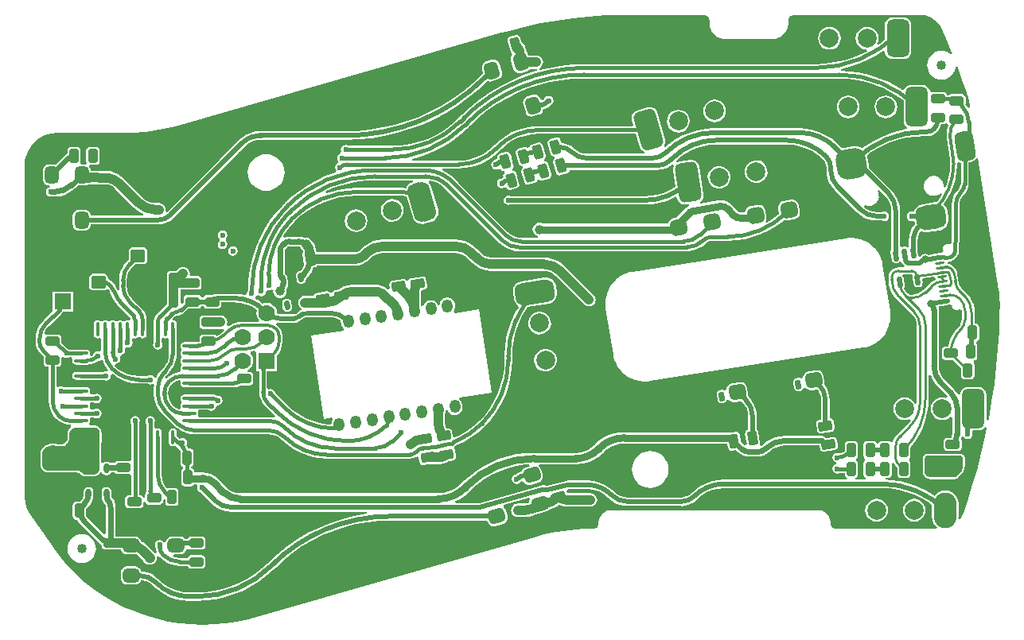
<source format=gbr>
%TF.GenerationSoftware,Altium Limited,Altium Designer,22.6.1 (34)*%
G04 Layer_Physical_Order=1*
G04 Layer_Color=255*
%FSLAX45Y45*%
%MOMM*%
%TF.SameCoordinates,EFAF5BE3-474D-4A98-89D0-AE48FBC3E593*%
%TF.FilePolarity,Positive*%
%TF.FileFunction,Copper,L1,Top,Signal*%
%TF.Part,Single*%
G01*
G75*
%TA.AperFunction,Conductor*%
%ADD10C,0.27000*%
%ADD11C,0.50000*%
%ADD12C,0.40000*%
%ADD13C,0.80000*%
%ADD14C,0.60000*%
%ADD15C,1.00000*%
%ADD16C,0.26000*%
%ADD17C,0.30000*%
%TA.AperFunction,SMDPad,CuDef*%
G04:AMPARAMS|DCode=18|XSize=2mm|YSize=3.2mm|CornerRadius=0.7mm|HoleSize=0mm|Usage=FLASHONLY|Rotation=188.887|XOffset=0mm|YOffset=0mm|HoleType=Round|Shape=RoundedRectangle|*
%AMROUNDEDRECTD18*
21,1,2.00000,1.80000,0,0,188.9*
21,1,0.60000,3.20000,0,0,188.9*
1,1,1.40000,-0.43543,0.84285*
1,1,1.40000,0.15736,0.93554*
1,1,1.40000,0.43543,-0.84285*
1,1,1.40000,-0.15736,-0.93554*
%
%ADD18ROUNDEDRECTD18*%
G04:AMPARAMS|DCode=19|XSize=3.2mm|YSize=3.2mm|CornerRadius=1.12mm|HoleSize=0mm|Usage=FLASHONLY|Rotation=188.887|XOffset=0mm|YOffset=0mm|HoleType=Round|Shape=RoundedRectangle|*
%AMROUNDEDRECTD19*
21,1,3.20000,0.96000,0,0,188.9*
21,1,0.96000,3.20000,0,0,188.9*
1,1,2.24000,-0.54839,0.40009*
1,1,2.24000,0.40009,0.54839*
1,1,2.24000,0.54839,-0.40009*
1,1,2.24000,-0.40009,-0.54839*
%
%ADD19ROUNDEDRECTD19*%
G04:AMPARAMS|DCode=20|XSize=3.2mm|YSize=2.6mm|CornerRadius=0.91mm|HoleSize=0mm|Usage=FLASHONLY|Rotation=188.887|XOffset=0mm|YOffset=0mm|HoleType=Round|Shape=RoundedRectangle|*
%AMROUNDEDRECTD20*
21,1,3.20000,0.78000,0,0,188.9*
21,1,1.38000,2.60000,0,0,188.9*
1,1,1.82000,-0.74197,0.27872*
1,1,1.82000,0.62147,0.49191*
1,1,1.82000,0.74197,-0.27872*
1,1,1.82000,-0.62147,-0.49191*
%
%ADD20ROUNDEDRECTD20*%
%TA.AperFunction,TestPad*%
G04:AMPARAMS|DCode=21|XSize=1.5mm|YSize=1mm|CornerRadius=0.15mm|HoleSize=0mm|Usage=FLASHONLY|Rotation=180.000|XOffset=0mm|YOffset=0mm|HoleType=Round|Shape=RoundedRectangle|*
%AMROUNDEDRECTD21*
21,1,1.50000,0.70000,0,0,180.0*
21,1,1.20000,1.00000,0,0,180.0*
1,1,0.30000,-0.60000,0.35000*
1,1,0.30000,0.60000,0.35000*
1,1,0.30000,0.60000,-0.35000*
1,1,0.30000,-0.60000,-0.35000*
%
%ADD21ROUNDEDRECTD21*%
G04:AMPARAMS|DCode=22|XSize=1.5mm|YSize=1mm|CornerRadius=0.15mm|HoleSize=0mm|Usage=FLASHONLY|Rotation=270.000|XOffset=0mm|YOffset=0mm|HoleType=Round|Shape=RoundedRectangle|*
%AMROUNDEDRECTD22*
21,1,1.50000,0.70000,0,0,270.0*
21,1,1.20000,1.00000,0,0,270.0*
1,1,0.30000,-0.35000,-0.60000*
1,1,0.30000,-0.35000,0.60000*
1,1,0.30000,0.35000,0.60000*
1,1,0.30000,0.35000,-0.60000*
%
%ADD22ROUNDEDRECTD22*%
G04:AMPARAMS|DCode=23|XSize=1.5mm|YSize=1mm|CornerRadius=0.15mm|HoleSize=0mm|Usage=FLASHONLY|Rotation=285.887|XOffset=0mm|YOffset=0mm|HoleType=Round|Shape=RoundedRectangle|*
%AMROUNDEDRECTD23*
21,1,1.50000,0.70000,0,0,285.9*
21,1,1.20000,1.00000,0,0,285.9*
1,1,0.30000,-0.17239,-0.67289*
1,1,0.30000,-0.50088,0.48127*
1,1,0.30000,0.17239,0.67289*
1,1,0.30000,0.50088,-0.48127*
%
%ADD23ROUNDEDRECTD23*%
G04:AMPARAMS|DCode=24|XSize=2mm|YSize=3.4mm|CornerRadius=0.6mm|HoleSize=0mm|Usage=FLASHONLY|Rotation=98.887|XOffset=0mm|YOffset=0mm|HoleType=Round|Shape=RoundedRectangle|*
%AMROUNDEDRECTD24*
21,1,2.00000,2.20000,0,0,98.9*
21,1,0.80000,3.40000,0,0,98.9*
1,1,1.20000,1.02500,0.56513*
1,1,1.20000,1.14859,-0.22526*
1,1,1.20000,-1.02500,-0.56513*
1,1,1.20000,-1.14859,0.22526*
%
%ADD24ROUNDEDRECTD24*%
G04:AMPARAMS|DCode=25|XSize=0.5mm|YSize=1mm|CornerRadius=0.175mm|HoleSize=0mm|Usage=FLASHONLY|Rotation=278.887|XOffset=0mm|YOffset=0mm|HoleType=Round|Shape=RoundedRectangle|*
%AMROUNDEDRECTD25*
21,1,0.50000,0.65000,0,0,278.9*
21,1,0.15000,1.00000,0,0,278.9*
1,1,0.35000,-0.30951,-0.12431*
1,1,0.35000,-0.33268,0.02389*
1,1,0.35000,0.30951,0.12431*
1,1,0.35000,0.33268,-0.02389*
%
%ADD25ROUNDEDRECTD25*%
G04:AMPARAMS|DCode=26|XSize=0.27mm|YSize=1mm|CornerRadius=0.0945mm|HoleSize=0mm|Usage=FLASHONLY|Rotation=278.887|XOffset=0mm|YOffset=0mm|HoleType=Round|Shape=RoundedRectangle|*
%AMROUNDEDRECTD26*
21,1,0.27000,0.81100,0,0,278.9*
21,1,0.08100,1.00000,0,0,278.9*
1,1,0.18900,-0.39438,-0.10266*
1,1,0.18900,-0.40689,-0.02263*
1,1,0.18900,0.39438,0.10266*
1,1,0.18900,0.40689,0.02263*
%
%ADD26ROUNDEDRECTD26*%
G04:AMPARAMS|DCode=27|XSize=2mm|YSize=3mm|CornerRadius=0.6mm|HoleSize=0mm|Usage=FLASHONLY|Rotation=278.887|XOffset=0mm|YOffset=0mm|HoleType=Round|Shape=RoundedRectangle|*
%AMROUNDEDRECTD27*
21,1,2.00000,1.80000,0,0,278.9*
21,1,0.80000,3.00000,0,0,278.9*
1,1,1.20000,-0.82740,-0.53423*
1,1,1.20000,-0.95099,0.25616*
1,1,1.20000,0.82740,0.53423*
1,1,1.20000,0.95099,-0.25616*
%
%ADD27ROUNDEDRECTD27*%
G04:AMPARAMS|DCode=28|XSize=1.5mm|YSize=1mm|CornerRadius=0.15mm|HoleSize=0mm|Usage=FLASHONLY|Rotation=8.887|XOffset=0mm|YOffset=0mm|HoleType=Round|Shape=RoundedRectangle|*
%AMROUNDEDRECTD28*
21,1,1.50000,0.70000,0,0,8.9*
21,1,1.20000,1.00000,0,0,8.9*
1,1,0.30000,0.64687,-0.25311*
1,1,0.30000,-0.53873,-0.43849*
1,1,0.30000,-0.64687,0.25311*
1,1,0.30000,0.53873,0.43849*
%
%ADD28ROUNDEDRECTD28*%
G04:AMPARAMS|DCode=29|XSize=1.5mm|YSize=1mm|CornerRadius=0.15mm|HoleSize=0mm|Usage=FLASHONLY|Rotation=278.887|XOffset=0mm|YOffset=0mm|HoleType=Round|Shape=RoundedRectangle|*
%AMROUNDEDRECTD29*
21,1,1.50000,0.70000,0,0,278.9*
21,1,1.20000,1.00000,0,0,278.9*
1,1,0.30000,-0.25311,-0.64687*
1,1,0.30000,-0.43849,0.53873*
1,1,0.30000,0.25311,0.64687*
1,1,0.30000,0.43849,-0.53873*
%
%ADD29ROUNDEDRECTD29*%
G04:AMPARAMS|DCode=30|XSize=1.5mm|YSize=1mm|CornerRadius=0.15mm|HoleSize=0mm|Usage=FLASHONLY|Rotation=15.887|XOffset=0mm|YOffset=0mm|HoleType=Round|Shape=RoundedRectangle|*
%AMROUNDEDRECTD30*
21,1,1.50000,0.70000,0,0,15.9*
21,1,1.20000,1.00000,0,0,15.9*
1,1,0.30000,0.67289,-0.17239*
1,1,0.30000,-0.48127,-0.50088*
1,1,0.30000,-0.67289,0.17239*
1,1,0.30000,0.48127,0.50088*
%
%ADD30ROUNDEDRECTD30*%
%TA.AperFunction,SMDPad,CuDef*%
G04:AMPARAMS|DCode=31|XSize=1.6mm|YSize=1.8mm|CornerRadius=0.48mm|HoleSize=0mm|Usage=FLASHONLY|Rotation=278.887|XOffset=0mm|YOffset=0mm|HoleType=Round|Shape=RoundedRectangle|*
%AMROUNDEDRECTD31*
21,1,1.60000,0.84000,0,0,278.9*
21,1,0.64000,1.80000,0,0,278.9*
1,1,0.96000,-0.36552,-0.38104*
1,1,0.96000,-0.46440,0.25128*
1,1,0.96000,0.36552,0.38104*
1,1,0.96000,0.46440,-0.25128*
%
%ADD31ROUNDEDRECTD31*%
%TA.AperFunction,TestPad*%
G04:AMPARAMS|DCode=32|XSize=1mm|YSize=0.6mm|CornerRadius=0.21mm|HoleSize=0mm|Usage=FLASHONLY|Rotation=278.887|XOffset=0mm|YOffset=0mm|HoleType=Round|Shape=RoundedRectangle|*
%AMROUNDEDRECTD32*
21,1,1.00000,0.18000,0,0,278.9*
21,1,0.58000,0.60000,0,0,278.9*
1,1,0.42000,-0.04412,-0.30042*
1,1,0.42000,-0.13372,0.27262*
1,1,0.42000,0.04412,0.30042*
1,1,0.42000,0.13372,-0.27262*
%
%ADD32ROUNDEDRECTD32*%
G04:AMPARAMS|DCode=33|XSize=1.7mm|YSize=1.8mm|CornerRadius=0.51mm|HoleSize=0mm|Usage=FLASHONLY|Rotation=98.887|XOffset=0mm|YOffset=0mm|HoleType=Round|Shape=RoundedRectangle|*
%AMROUNDEDRECTD33*
21,1,1.70000,0.78000,0,0,98.9*
21,1,0.68000,1.80000,0,0,98.9*
1,1,1.02000,0.33280,0.39617*
1,1,1.02000,0.43785,-0.27567*
1,1,1.02000,-0.33280,-0.39617*
1,1,1.02000,-0.43785,0.27567*
%
%ADD33ROUNDEDRECTD33*%
%TA.AperFunction,SMDPad,CuDef*%
G04:AMPARAMS|DCode=34|XSize=1.8mm|YSize=1.5mm|CornerRadius=0.45mm|HoleSize=0mm|Usage=FLASHONLY|Rotation=90.000|XOffset=0mm|YOffset=0mm|HoleType=Round|Shape=RoundedRectangle|*
%AMROUNDEDRECTD34*
21,1,1.80000,0.60000,0,0,90.0*
21,1,0.90000,1.50000,0,0,90.0*
1,1,0.90000,0.30000,0.45000*
1,1,0.90000,0.30000,-0.45000*
1,1,0.90000,-0.30000,-0.45000*
1,1,0.90000,-0.30000,0.45000*
%
%ADD34ROUNDEDRECTD34*%
G04:AMPARAMS|DCode=35|XSize=1.8mm|YSize=1.5mm|CornerRadius=0.45mm|HoleSize=0mm|Usage=FLASHONLY|Rotation=105.887|XOffset=0mm|YOffset=0mm|HoleType=Round|Shape=RoundedRectangle|*
%AMROUNDEDRECTD35*
21,1,1.80000,0.60000,0,0,105.9*
21,1,0.90000,1.50000,0,0,105.9*
1,1,0.90000,0.16536,0.51494*
1,1,0.90000,0.41173,-0.35069*
1,1,0.90000,-0.16536,-0.51494*
1,1,0.90000,-0.41173,0.35069*
%
%ADD35ROUNDEDRECTD35*%
G04:AMPARAMS|DCode=36|XSize=1.8mm|YSize=1.5mm|CornerRadius=0.45mm|HoleSize=0mm|Usage=FLASHONLY|Rotation=15.887|XOffset=0mm|YOffset=0mm|HoleType=Round|Shape=RoundedRectangle|*
%AMROUNDEDRECTD36*
21,1,1.80000,0.60000,0,0,15.9*
21,1,0.90000,1.50000,0,0,15.9*
1,1,0.90000,0.51494,-0.16536*
1,1,0.90000,-0.35069,-0.41173*
1,1,0.90000,-0.51494,0.16536*
1,1,0.90000,0.35069,0.41173*
%
%ADD36ROUNDEDRECTD36*%
G04:AMPARAMS|DCode=37|XSize=1.8mm|YSize=1.5mm|CornerRadius=0.45mm|HoleSize=0mm|Usage=FLASHONLY|Rotation=180.000|XOffset=0mm|YOffset=0mm|HoleType=Round|Shape=RoundedRectangle|*
%AMROUNDEDRECTD37*
21,1,1.80000,0.60000,0,0,180.0*
21,1,0.90000,1.50000,0,0,180.0*
1,1,0.90000,-0.45000,0.30000*
1,1,0.90000,0.45000,0.30000*
1,1,0.90000,0.45000,-0.30000*
1,1,0.90000,-0.45000,-0.30000*
%
%ADD37ROUNDEDRECTD37*%
%TA.AperFunction,TestPad*%
G04:AMPARAMS|DCode=38|XSize=0.55mm|YSize=1.2mm|CornerRadius=0.22mm|HoleSize=0mm|Usage=FLASHONLY|Rotation=188.887|XOffset=0mm|YOffset=0mm|HoleType=Round|Shape=RoundedRectangle|*
%AMROUNDEDRECTD38*
21,1,0.55000,0.76000,0,0,188.9*
21,1,0.11000,1.20000,0,0,188.9*
1,1,0.44000,-0.11305,0.36694*
1,1,0.44000,-0.00436,0.38394*
1,1,0.44000,0.11305,-0.36694*
1,1,0.44000,0.00436,-0.38394*
%
%ADD38ROUNDEDRECTD38*%
%TA.AperFunction,SMDPad,CuDef*%
G04:AMPARAMS|DCode=39|XSize=0.6mm|YSize=1mm|CornerRadius=0.24mm|HoleSize=0mm|Usage=FLASHONLY|Rotation=8.887|XOffset=0mm|YOffset=0mm|HoleType=Round|Shape=RoundedRectangle|*
%AMROUNDEDRECTD39*
21,1,0.60000,0.52000,0,0,8.9*
21,1,0.12000,1.00000,0,0,8.9*
1,1,0.48000,0.09945,-0.24761*
1,1,0.48000,-0.01911,-0.26615*
1,1,0.48000,-0.09945,0.24761*
1,1,0.48000,0.01911,0.26615*
%
%ADD39ROUNDEDRECTD39*%
G04:AMPARAMS|DCode=40|XSize=0.6mm|YSize=1mm|CornerRadius=0.24mm|HoleSize=0mm|Usage=FLASHONLY|Rotation=180.000|XOffset=0mm|YOffset=0mm|HoleType=Round|Shape=RoundedRectangle|*
%AMROUNDEDRECTD40*
21,1,0.60000,0.52000,0,0,180.0*
21,1,0.12000,1.00000,0,0,180.0*
1,1,0.48000,-0.06000,0.26000*
1,1,0.48000,0.06000,0.26000*
1,1,0.48000,0.06000,-0.26000*
1,1,0.48000,-0.06000,-0.26000*
%
%ADD40ROUNDEDRECTD40*%
G04:AMPARAMS|DCode=41|XSize=0.4mm|YSize=1.5mm|CornerRadius=0.2mm|HoleSize=0mm|Usage=FLASHONLY|Rotation=180.000|XOffset=0mm|YOffset=0mm|HoleType=Round|Shape=RoundedRectangle|*
%AMROUNDEDRECTD41*
21,1,0.40000,1.10000,0,0,180.0*
21,1,0.00000,1.50000,0,0,180.0*
1,1,0.40000,0.00000,0.55000*
1,1,0.40000,0.00000,0.55000*
1,1,0.40000,0.00000,-0.55000*
1,1,0.40000,0.00000,-0.55000*
%
%ADD41ROUNDEDRECTD41*%
G04:AMPARAMS|DCode=42|XSize=0.4mm|YSize=1.5mm|CornerRadius=0.2mm|HoleSize=0mm|Usage=FLASHONLY|Rotation=270.000|XOffset=0mm|YOffset=0mm|HoleType=Round|Shape=RoundedRectangle|*
%AMROUNDEDRECTD42*
21,1,0.40000,1.10000,0,0,270.0*
21,1,0.00000,1.50000,0,0,270.0*
1,1,0.40000,-0.55000,0.00000*
1,1,0.40000,-0.55000,0.00000*
1,1,0.40000,0.55000,0.00000*
1,1,0.40000,0.55000,0.00000*
%
%ADD42ROUNDEDRECTD42*%
G04:AMPARAMS|DCode=43|XSize=2.4mm|YSize=3.9mm|CornerRadius=0.6mm|HoleSize=0mm|Usage=FLASHONLY|Rotation=0.000|XOffset=0mm|YOffset=0mm|HoleType=Round|Shape=RoundedRectangle|*
%AMROUNDEDRECTD43*
21,1,2.40000,2.70000,0,0,0.0*
21,1,1.20000,3.90000,0,0,0.0*
1,1,1.20000,0.60000,-1.35000*
1,1,1.20000,-0.60000,-1.35000*
1,1,1.20000,-0.60000,1.35000*
1,1,1.20000,0.60000,1.35000*
%
%ADD43ROUNDEDRECTD43*%
G04:AMPARAMS|DCode=44|XSize=2.4mm|YSize=3.8mm|CornerRadius=1.2mm|HoleSize=0mm|Usage=FLASHONLY|Rotation=0.000|XOffset=0mm|YOffset=0mm|HoleType=Round|Shape=RoundedRectangle|*
%AMROUNDEDRECTD44*
21,1,2.40000,1.40000,0,0,0.0*
21,1,0.00000,3.80000,0,0,0.0*
1,1,2.40000,0.00000,-0.70000*
1,1,2.40000,0.00000,-0.70000*
1,1,2.40000,0.00000,0.70000*
1,1,2.40000,0.00000,0.70000*
%
%ADD44ROUNDEDRECTD44*%
%TA.AperFunction,ConnectorPad*%
G04:AMPARAMS|DCode=45|XSize=2.4mm|YSize=4mm|CornerRadius=0.6mm|HoleSize=0mm|Usage=FLASHONLY|Rotation=0.000|XOffset=0mm|YOffset=0mm|HoleType=Round|Shape=RoundedRectangle|*
%AMROUNDEDRECTD45*
21,1,2.40000,2.80000,0,0,0.0*
21,1,1.20000,4.00000,0,0,0.0*
1,1,1.20000,0.60000,-1.40000*
1,1,1.20000,-0.60000,-1.40000*
1,1,1.20000,-0.60000,1.40000*
1,1,1.20000,0.60000,1.40000*
%
%ADD45ROUNDEDRECTD45*%
G04:AMPARAMS|DCode=46|XSize=2mm|YSize=4mm|CornerRadius=0.7mm|HoleSize=0mm|Usage=FLASHONLY|Rotation=0.000|XOffset=0mm|YOffset=0mm|HoleType=Round|Shape=RoundedRectangle|*
%AMROUNDEDRECTD46*
21,1,2.00000,2.60000,0,0,0.0*
21,1,0.60000,4.00000,0,0,0.0*
1,1,1.40000,0.30000,-1.30000*
1,1,1.40000,-0.30000,-1.30000*
1,1,1.40000,-0.30000,1.30000*
1,1,1.40000,0.30000,1.30000*
%
%ADD46ROUNDEDRECTD46*%
%TA.AperFunction,SMDPad,CuDef*%
G04:AMPARAMS|DCode=47|XSize=2.4mm|YSize=4.2mm|CornerRadius=0.6mm|HoleSize=0mm|Usage=FLASHONLY|Rotation=195.887|XOffset=0mm|YOffset=0mm|HoleType=Round|Shape=RoundedRectangle|*
%AMROUNDEDRECTD47*
21,1,2.40000,3.00000,0,0,195.9*
21,1,1.20000,4.20000,0,0,195.9*
1,1,1.20000,-0.98769,1.27846*
1,1,1.20000,0.16647,1.60695*
1,1,1.20000,0.98769,-1.27846*
1,1,1.20000,-0.16647,-1.60695*
%
%ADD47ROUNDEDRECTD47*%
G04:AMPARAMS|DCode=48|XSize=2.4mm|YSize=4.2mm|CornerRadius=0.84mm|HoleSize=0mm|Usage=FLASHONLY|Rotation=98.887|XOffset=0mm|YOffset=0mm|HoleType=Round|Shape=RoundedRectangle|*
%AMROUNDEDRECTD48*
21,1,2.40000,2.52000,0,0,98.9*
21,1,0.72000,4.20000,0,0,98.9*
1,1,1.68000,1.18926,0.55033*
1,1,1.68000,1.30049,-0.16103*
1,1,1.68000,-1.18926,-0.55033*
1,1,1.68000,-1.30049,0.16103*
%
%ADD48ROUNDEDRECTD48*%
G04:AMPARAMS|DCode=49|XSize=2.4mm|YSize=4.2mm|CornerRadius=0.6mm|HoleSize=0mm|Usage=FLASHONLY|Rotation=98.887|XOffset=0mm|YOffset=0mm|HoleType=Round|Shape=RoundedRectangle|*
%AMROUNDEDRECTD49*
21,1,2.40000,3.00000,0,0,98.9*
21,1,1.20000,4.20000,0,0,98.9*
1,1,1.20000,1.38930,0.82453*
1,1,1.20000,1.57469,-0.36107*
1,1,1.20000,-1.38930,-0.82453*
1,1,1.20000,-1.57469,0.36107*
%
%ADD49ROUNDEDRECTD49*%
G04:AMPARAMS|DCode=50|XSize=2.4mm|YSize=4.2mm|CornerRadius=0.84mm|HoleSize=0mm|Usage=FLASHONLY|Rotation=15.887|XOffset=0mm|YOffset=0mm|HoleType=Round|Shape=RoundedRectangle|*
%AMROUNDEDRECTD50*
21,1,2.40000,2.52000,0,0,15.9*
21,1,0.72000,4.20000,0,0,15.9*
1,1,1.68000,0.69116,-1.11333*
1,1,1.68000,-0.00134,-1.31042*
1,1,1.68000,-0.69116,1.11333*
1,1,1.68000,0.00134,1.31042*
%
%ADD50ROUNDEDRECTD50*%
G04:AMPARAMS|DCode=51|XSize=2.4mm|YSize=4.2mm|CornerRadius=0.6mm|HoleSize=0mm|Usage=FLASHONLY|Rotation=188.887|XOffset=0mm|YOffset=0mm|HoleType=Round|Shape=RoundedRectangle|*
%AMROUNDEDRECTD51*
21,1,2.40000,3.00000,0,0,188.9*
21,1,1.20000,4.20000,0,0,188.9*
1,1,1.20000,-0.82453,1.38930*
1,1,1.20000,0.36107,1.57469*
1,1,1.20000,0.82453,-1.38930*
1,1,1.20000,-0.36107,-1.57469*
%
%ADD51ROUNDEDRECTD51*%
G04:AMPARAMS|DCode=52|XSize=2.4mm|YSize=4.2mm|CornerRadius=0.6mm|HoleSize=0mm|Usage=FLASHONLY|Rotation=0.000|XOffset=0mm|YOffset=0mm|HoleType=Round|Shape=RoundedRectangle|*
%AMROUNDEDRECTD52*
21,1,2.40000,3.00000,0,0,0.0*
21,1,1.20000,4.20000,0,0,0.0*
1,1,1.20000,0.60000,-1.50000*
1,1,1.20000,-0.60000,-1.50000*
1,1,1.20000,-0.60000,1.50000*
1,1,1.20000,0.60000,1.50000*
%
%ADD52ROUNDEDRECTD52*%
G04:AMPARAMS|DCode=53|XSize=1.6mm|YSize=1.4mm|CornerRadius=0.28mm|HoleSize=0mm|Usage=FLASHONLY|Rotation=0.000|XOffset=0mm|YOffset=0mm|HoleType=Round|Shape=RoundedRectangle|*
%AMROUNDEDRECTD53*
21,1,1.60000,0.84000,0,0,0.0*
21,1,1.04000,1.40000,0,0,0.0*
1,1,0.56000,0.52000,-0.42000*
1,1,0.56000,-0.52000,-0.42000*
1,1,0.56000,-0.52000,0.42000*
1,1,0.56000,0.52000,0.42000*
%
%ADD53ROUNDEDRECTD53*%
%TA.AperFunction,FiducialPad,Global*%
%ADD54C,1.01600*%
%TA.AperFunction,SMDPad,CuDef*%
%ADD55P,1.43684X4X180.0*%
%TA.AperFunction,Conductor*%
%ADD56C,0.48000*%
%TA.AperFunction,ComponentPad*%
G04:AMPARAMS|DCode=57|XSize=1.1mm|YSize=2.1mm|CornerRadius=0.55mm|HoleSize=0mm|Usage=FLASHONLY|Rotation=278.887|XOffset=0mm|YOffset=0mm|HoleType=Round|Shape=RoundedRectangle|*
%AMROUNDEDRECTD57*
21,1,1.10000,1.00000,0,0,278.9*
21,1,0.00000,2.10000,0,0,278.9*
1,1,1.10000,-0.49400,-0.07724*
1,1,1.10000,-0.49400,-0.07724*
1,1,1.10000,0.49400,0.07724*
1,1,1.10000,0.49400,0.07724*
%
%ADD57ROUNDEDRECTD57*%
%TA.AperFunction,TestPad*%
G04:AMPARAMS|DCode=58|XSize=1.1mm|YSize=2.1mm|CornerRadius=0.55mm|HoleSize=0mm|Usage=FLASHONLY|Rotation=278.887|XOffset=0mm|YOffset=0mm|HoleType=Round|Shape=RoundedRectangle|*
%AMROUNDEDRECTD58*
21,1,1.10000,1.00000,0,0,278.9*
21,1,0.00000,2.10000,0,0,278.9*
1,1,1.10000,-0.49400,-0.07724*
1,1,1.10000,-0.49400,-0.07724*
1,1,1.10000,0.49400,0.07724*
1,1,1.10000,0.49400,0.07724*
%
%ADD58ROUNDEDRECTD58*%
G04:AMPARAMS|DCode=59|XSize=1.1mm|YSize=2.6mm|CornerRadius=0.55mm|HoleSize=0mm|Usage=FLASHONLY|Rotation=278.887|XOffset=0mm|YOffset=0mm|HoleType=Round|Shape=RoundedRectangle|*
%AMROUNDEDRECTD59*
21,1,1.10000,1.50000,0,0,278.9*
21,1,0.00000,2.60000,0,0,278.9*
1,1,1.10000,-0.74100,-0.11587*
1,1,1.10000,-0.74100,-0.11586*
1,1,1.10000,0.74100,0.11587*
1,1,1.10000,0.74100,0.11586*
%
%ADD59ROUNDEDRECTD59*%
%ADD60R,1.77800X1.77800*%
%ADD61C,1.77800*%
%TA.AperFunction,ComponentPad*%
%ADD62C,2.00000*%
G04:AMPARAMS|DCode=63|XSize=1.2mm|YSize=1.4mm|CornerRadius=0mm|HoleSize=0mm|Usage=FLASHONLY|Rotation=8.887|XOffset=0mm|YOffset=0mm|HoleType=Round|Shape=Round|*
%AMOVALD63*
21,1,0.20000,1.20000,0.00000,0.00000,98.9*
1,1,1.20000,0.01545,-0.09880*
1,1,1.20000,-0.01545,0.09880*
%
%ADD63OVALD63*%

%TA.AperFunction,ViaPad*%
%ADD64C,0.60000*%
%ADD65C,1.00000*%
%ADD66C,0.80000*%
%ADD67C,1.01600*%
G36*
X7275922Y6534230D02*
X7287364Y6531954D01*
X7298140Y6527491D01*
X7307839Y6521010D01*
X7316087Y6512762D01*
X7322568Y6503062D01*
X7327032Y6492285D01*
X7329308Y6480844D01*
Y6455012D01*
X7329506Y6454016D01*
X7329357Y6453011D01*
X7330031Y6439289D01*
X7330766Y6436357D01*
Y6433334D01*
X7336120Y6406416D01*
X7337657Y6402705D01*
X7338440Y6398765D01*
X7348943Y6373410D01*
X7351175Y6370070D01*
X7352712Y6366359D01*
X7367960Y6343540D01*
X7370799Y6340700D01*
X7373031Y6337359D01*
X7392438Y6317953D01*
X7395777Y6315722D01*
X7398617Y6312882D01*
X7421436Y6297634D01*
X7425148Y6296096D01*
X7428488Y6293865D01*
X7453843Y6283363D01*
X7457783Y6282579D01*
X7461494Y6281042D01*
X7488411Y6275688D01*
X7491434D01*
X7494367Y6274953D01*
X7508089Y6274279D01*
X7509094Y6274428D01*
X7510090Y6274230D01*
X7990090Y6274230D01*
X7991086Y6274428D01*
X7992091Y6274279D01*
X8005813Y6274953D01*
X8008746Y6275688D01*
X8011769D01*
X8038686Y6281042D01*
X8042397Y6282579D01*
X8046337Y6283363D01*
X8071692Y6293865D01*
X8075032Y6296097D01*
X8078743Y6297634D01*
X8101563Y6312882D01*
X8104402Y6315722D01*
X8107743Y6317954D01*
X8127149Y6337360D01*
X8129380Y6340700D01*
X8132220Y6343540D01*
X8147468Y6366359D01*
X8149005Y6370070D01*
X8151237Y6373410D01*
X8161740Y6398766D01*
X8162523Y6402705D01*
X8164060Y6406416D01*
X8169414Y6433334D01*
Y6436357D01*
X8170149Y6439288D01*
X8170823Y6453011D01*
X8170674Y6454016D01*
X8170872Y6455012D01*
Y6480845D01*
X8173148Y6492285D01*
X8177612Y6503061D01*
X8184093Y6512761D01*
X8192340Y6521009D01*
X8202041Y6527490D01*
X8212817Y6531954D01*
X8224258Y6534230D01*
X8230090D01*
X9568893Y6534230D01*
X9587507Y6534230D01*
X9624355Y6528911D01*
X9660062Y6518382D01*
X9693900Y6502858D01*
X9725173Y6482659D01*
X9753238Y6458199D01*
X9777521Y6429979D01*
X9797522Y6398580D01*
X9842032Y6299925D01*
X9911508Y6134705D01*
X9913031Y6130805D01*
X9896035Y6118466D01*
X9885134Y6127412D01*
X9858641Y6141573D01*
X9829895Y6150293D01*
X9800000Y6153238D01*
X9770105Y6150293D01*
X9741358Y6141573D01*
X9714866Y6127412D01*
X9691645Y6108355D01*
X9672587Y6085134D01*
X9658427Y6058641D01*
X9649707Y6029895D01*
X9646762Y6000000D01*
X9649707Y5970105D01*
X9658427Y5941358D01*
X9672587Y5914866D01*
X9691645Y5891645D01*
X9714866Y5872587D01*
X9741358Y5858427D01*
X9770105Y5849707D01*
X9800000Y5846762D01*
X9829895Y5849707D01*
X9858641Y5858427D01*
X9885134Y5872587D01*
X9908355Y5891645D01*
X9927412Y5914866D01*
X9941573Y5941358D01*
X9950293Y5970105D01*
X9951034Y5977630D01*
X9971734Y5980485D01*
X9976711Y5967741D01*
X10037589Y5799162D01*
X10065847Y5714120D01*
X10072113Y5695260D01*
X10083070Y5657068D01*
X10092438Y5618443D01*
X10100198Y5579467D01*
X10105147Y5547819D01*
X10085698Y5540666D01*
X10075194Y5557807D01*
X10054945Y5581516D01*
X10055686Y5585240D01*
Y5655240D01*
X10052969Y5668896D01*
X10045234Y5680473D01*
X10033656Y5688209D01*
X10020000Y5690925D01*
X9900000D01*
X9886344Y5688209D01*
X9875590Y5681023D01*
X9854535D01*
X9852969Y5688896D01*
X9845234Y5700473D01*
X9833656Y5708209D01*
X9820000Y5710925D01*
X9700000D01*
X9697959Y5710519D01*
X9676948Y5722972D01*
X9675530Y5725199D01*
X9675440Y5725884D01*
X9667379Y5745345D01*
X9654556Y5762056D01*
X9637845Y5774879D01*
X9618384Y5782940D01*
X9597499Y5785690D01*
X9477499D01*
X9456615Y5782940D01*
X9437154Y5774879D01*
X9420443Y5762056D01*
X9407619Y5745345D01*
X9406581Y5742838D01*
X9381283Y5734862D01*
X9315535Y5776748D01*
X9221730Y5825580D01*
X9124026Y5866050D01*
X9023167Y5897851D01*
X8919919Y5920740D01*
X8815070Y5934544D01*
X8728584Y5938320D01*
X8726798Y5958737D01*
X8789518Y5972642D01*
X8896632Y6006415D01*
X9000396Y6049395D01*
X9100018Y6101255D01*
X9176489Y6149972D01*
X9184671Y6147970D01*
X9197559Y6139302D01*
X9199558Y6124116D01*
X9207619Y6104655D01*
X9220443Y6087944D01*
X9237154Y6075120D01*
X9256615Y6067059D01*
X9277499Y6064310D01*
X9397499D01*
X9418384Y6067059D01*
X9437844Y6075120D01*
X9454556Y6087944D01*
X9467379Y6104655D01*
X9475440Y6124116D01*
X9478190Y6145000D01*
Y6425000D01*
X9475440Y6445884D01*
X9467379Y6465345D01*
X9454556Y6482057D01*
X9437844Y6494880D01*
X9418384Y6502941D01*
X9397499Y6505690D01*
X9277499D01*
X9256615Y6502941D01*
X9237154Y6494880D01*
X9220443Y6482057D01*
X9207619Y6465345D01*
X9199558Y6445884D01*
X9196809Y6425000D01*
Y6265626D01*
X9148082Y6228236D01*
X9131491Y6217667D01*
X9115169Y6231362D01*
X9124411Y6253674D01*
X9128535Y6285000D01*
X9124411Y6316327D01*
X9112320Y6345518D01*
X9093085Y6370585D01*
X9068018Y6389820D01*
X9038826Y6401912D01*
X9007500Y6406036D01*
X8976174Y6401912D01*
X8946982Y6389820D01*
X8921915Y6370585D01*
X8902680Y6345518D01*
X8890589Y6316327D01*
X8886464Y6285000D01*
X8890589Y6253674D01*
X8902680Y6224483D01*
X8921915Y6199415D01*
X8946982Y6180180D01*
X8976174Y6168089D01*
X9001889Y6164703D01*
X9006762Y6144332D01*
X8966017Y6123121D01*
X8868810Y6082857D01*
X8768464Y6051218D01*
X8665742Y6028445D01*
X8561427Y6014711D01*
X8459064Y6010242D01*
X8456361Y6010783D01*
X8456160Y6010784D01*
X8456134Y6010778D01*
X8456108Y6010784D01*
X6008901D01*
Y6011193D01*
X5875259Y6006420D01*
X5742297Y5992125D01*
X5610694Y5968382D01*
X5524860Y5946474D01*
X5518427Y5965803D01*
X5524954Y5968507D01*
X5539576Y5979727D01*
X5539924Y5980075D01*
X5551145Y5994698D01*
X5558198Y6011726D01*
X5560604Y6030000D01*
X5558198Y6048273D01*
X5551145Y6065302D01*
X5539924Y6079924D01*
X5525302Y6091145D01*
X5508273Y6098198D01*
X5490000Y6100604D01*
X5487355Y6100256D01*
X5402270D01*
X5395980Y6114800D01*
X5390771Y6121375D01*
X5390739Y6121784D01*
X5381044Y6162164D01*
X5365153Y6200530D01*
X5343455Y6235937D01*
X5330233Y6251417D01*
X5317972Y6294498D01*
X5311621Y6306889D01*
X5301012Y6315906D01*
X5287759Y6320177D01*
X5273881Y6319052D01*
X5206555Y6299890D01*
X5194164Y6293539D01*
X5185146Y6282930D01*
X5180875Y6269677D01*
X5182001Y6255799D01*
X5214850Y6140382D01*
X5221201Y6127991D01*
X5222781Y6126648D01*
X5230959Y6115689D01*
X5226702Y6099271D01*
X5224731Y6096618D01*
X5218427Y6080706D01*
X5216456Y6063706D01*
X5218952Y6046774D01*
X5243589Y5960212D01*
X5250382Y5944503D01*
X5261010Y5931088D01*
X5274748Y5920881D01*
X5290659Y5914577D01*
X5307660Y5912605D01*
X5324592Y5915102D01*
X5382300Y5931526D01*
X5398009Y5938320D01*
X5411424Y5948948D01*
X5418928Y5959048D01*
X5489652D01*
X5494415Y5959675D01*
X5498268Y5939687D01*
X5481120Y5935310D01*
X5354235Y5893079D01*
X5230687Y5841903D01*
X5111104Y5782044D01*
X4996096Y5713807D01*
X4886249Y5637539D01*
X4782123Y5553628D01*
X4698803Y5476055D01*
X4684247Y5462504D01*
X4684030Y5462271D01*
X4670058Y5447734D01*
X4652036Y5429713D01*
X4650414Y5427285D01*
X4580668Y5364071D01*
X4502886Y5306384D01*
X4419825Y5256599D01*
X4332284Y5215196D01*
X4241107Y5182572D01*
X4147170Y5159042D01*
X4051380Y5144832D01*
X3957515Y5140221D01*
X3954708Y5140783D01*
X3954507Y5140783D01*
X3954481Y5140778D01*
X3954455Y5140783D01*
X3488961D01*
X3479509Y5147099D01*
X3460000Y5150980D01*
X3440491Y5147099D01*
X3423952Y5136048D01*
X3412901Y5119509D01*
X3409020Y5100000D01*
X3412901Y5080491D01*
X3413022Y5080310D01*
X3403670Y5057731D01*
X3400491Y5057099D01*
X3383952Y5046048D01*
X3372901Y5029509D01*
X3369020Y5010000D01*
X3372901Y4990491D01*
X3381266Y4977972D01*
X3380810Y4965684D01*
X3376545Y4954462D01*
X3363952Y4946048D01*
X3352901Y4929509D01*
X3349020Y4910000D01*
X3352901Y4890491D01*
X3359592Y4880477D01*
X3354248Y4857857D01*
X3344629Y4855144D01*
X3245451Y4818556D01*
X3149449Y4774298D01*
X3057216Y4722645D01*
X2969319Y4663915D01*
X2886302Y4598469D01*
X2823320Y4540249D01*
X2808675Y4526712D01*
X2808672Y4526708D01*
X2801977Y4520192D01*
X2798544Y4516858D01*
X2798537Y4516852D01*
X2785026Y4502106D01*
X2722118Y4433454D01*
X2653257Y4343713D01*
X2592480Y4248312D01*
X2540249Y4147977D01*
X2496961Y4043472D01*
X2462947Y3935591D01*
X2438464Y3825157D01*
X2423699Y3713009D01*
X2419645Y3620142D01*
X2418765Y3600001D01*
X2418766Y3600000D01*
X2412901Y3584509D01*
X2409242Y3566115D01*
X2408903Y3564897D01*
X2391397Y3549441D01*
X2341450Y3559376D01*
X2277900Y3563542D01*
Y3563542D01*
X2277675Y3563381D01*
X2101112D01*
X2100710Y3563301D01*
X2067031Y3559984D01*
X2035586Y3550445D01*
X1980000D01*
X1966343Y3547729D01*
X1954766Y3539993D01*
X1947030Y3528416D01*
X1946478Y3525641D01*
X1923520D01*
X1922968Y3528416D01*
X1915233Y3539993D01*
X1903656Y3547728D01*
X1889999Y3550445D01*
X1770000D01*
X1756343Y3547728D01*
X1744766Y3539993D01*
X1737030Y3528416D01*
X1734314Y3514759D01*
Y3474491D01*
X1719698Y3459875D01*
X1700925Y3467651D01*
Y3549999D01*
X1700843Y3550410D01*
Y3609635D01*
X1769588D01*
X1770000Y3609554D01*
X1889999D01*
X1903656Y3612270D01*
X1915233Y3620006D01*
X1922968Y3631583D01*
X1925685Y3645239D01*
Y3715239D01*
X1922968Y3728896D01*
X1915233Y3740473D01*
X1903656Y3748208D01*
X1889999Y3750925D01*
X1813639D01*
X1799451Y3771245D01*
X1800603Y3780000D01*
X1798198Y3798273D01*
X1791144Y3815301D01*
X1779924Y3829924D01*
X1765302Y3841144D01*
X1748273Y3848198D01*
X1730000Y3850603D01*
X1711726Y3848198D01*
X1694698Y3841144D01*
X1680075Y3829924D01*
X1655836Y3805685D01*
X1595239D01*
X1581583Y3802969D01*
X1570006Y3795233D01*
X1562270Y3783656D01*
X1559554Y3769999D01*
Y3650000D01*
X1559635Y3649588D01*
Y3550410D01*
X1559554Y3549999D01*
Y3457230D01*
X1451161Y3348838D01*
X1451055Y3348945D01*
X1433698Y3326325D01*
X1422787Y3299983D01*
X1419065Y3271715D01*
X1419216D01*
Y3130000D01*
Y3048960D01*
X1412901Y3039509D01*
X1409020Y3020000D01*
X1412901Y3000491D01*
X1423952Y2983952D01*
X1440491Y2972901D01*
X1460000Y2969020D01*
X1479509Y2972901D01*
X1496048Y2983952D01*
X1507099Y3000491D01*
X1510979Y3020000D01*
X1507099Y3039509D01*
X1500783Y3048960D01*
Y3083657D01*
X1521103Y3094518D01*
X1524392Y3092320D01*
X1540000Y3089216D01*
X1555607Y3092320D01*
X1558896Y3094518D01*
X1579216Y3083657D01*
Y2925210D01*
X1579579Y2923385D01*
X1575652Y2883508D01*
X1563488Y2843408D01*
X1543734Y2806452D01*
X1529734Y2789392D01*
X1516767Y2774444D01*
X1505467Y2763322D01*
X1502617Y2759984D01*
X1475414Y2728133D01*
X1451234Y2688676D01*
X1445738Y2675406D01*
X1442505Y2674383D01*
X1423520Y2674866D01*
X1416048Y2686048D01*
X1399509Y2697099D01*
X1380000Y2700980D01*
X1360491Y2697099D01*
X1351039Y2690784D01*
X1259516D01*
X1259490Y2690778D01*
X1259465Y2690784D01*
X1259263Y2690783D01*
X1256993Y2690329D01*
X1202294Y2694634D01*
X1146678Y2707986D01*
X1093836Y2729874D01*
X1045068Y2759759D01*
X1016667Y2784015D01*
X1001919Y2797458D01*
X1001913Y2797466D01*
X1001909Y2797473D01*
X1001899Y2797480D01*
X998955Y2800887D01*
X1009838Y2819046D01*
X1009998Y2819015D01*
X1029507Y2822895D01*
X1046046Y2833946D01*
X1057097Y2850485D01*
X1060978Y2869994D01*
X1057097Y2889503D01*
X1057586Y2892791D01*
X1067498Y2910512D01*
X1079509Y2912901D01*
X1096048Y2923952D01*
X1107099Y2940491D01*
X1110979Y2960000D01*
X1107580Y2977089D01*
X1114471Y2985528D01*
X1122911Y2992420D01*
X1140000Y2989020D01*
X1159509Y2992901D01*
X1176048Y3003952D01*
X1187099Y3020491D01*
X1190980Y3040000D01*
X1187099Y3059509D01*
X1183397Y3065050D01*
X1186517Y3082557D01*
X1199285Y3089531D01*
X1205472Y3092106D01*
X1220000Y3089216D01*
X1235607Y3092320D01*
X1248838Y3101161D01*
X1271162D01*
X1284392Y3092320D01*
X1300000Y3089216D01*
X1315607Y3092320D01*
X1328838Y3101161D01*
X1337679Y3114392D01*
X1340783Y3130000D01*
Y3239999D01*
Y3283431D01*
X1340854D01*
X1337445Y3318044D01*
X1327348Y3351328D01*
X1310953Y3382002D01*
X1288888Y3408888D01*
X1288838Y3408838D01*
X1203636Y3494040D01*
X1189549Y3508127D01*
X1176640Y3523100D01*
X1164196Y3538263D01*
X1145610Y3573034D01*
X1134165Y3610763D01*
X1130461Y3648379D01*
X1130783Y3650000D01*
Y3704789D01*
X1130420Y3706615D01*
X1134348Y3746492D01*
X1146512Y3786592D01*
X1166265Y3823548D01*
X1191686Y3854522D01*
X1193233Y3855556D01*
X1216736Y3879060D01*
X1301999D01*
X1320728Y3882785D01*
X1336605Y3893394D01*
X1347214Y3909271D01*
X1350940Y3928000D01*
Y4012000D01*
X1347214Y4030728D01*
X1336605Y4046606D01*
X1320728Y4057214D01*
X1301999Y4060940D01*
X1198000D01*
X1179271Y4057214D01*
X1163394Y4046606D01*
X1152785Y4030728D01*
X1149059Y4012000D01*
Y3928012D01*
X1135467Y3913322D01*
X1135467Y3913321D01*
X1105413Y3878132D01*
X1081234Y3838675D01*
X1063524Y3795921D01*
X1052722Y3750923D01*
X1049091Y3704789D01*
X1049216D01*
Y3650000D01*
X1049129D01*
X1052605Y3605840D01*
X1033561Y3602729D01*
X1029647Y3611620D01*
X1020341Y3629030D01*
X1008755Y3650706D01*
X980639Y3684966D01*
X980423Y3684750D01*
X980196Y3684902D01*
X956592Y3704274D01*
X930939Y3717985D01*
Y3732000D01*
X927213Y3750728D01*
X916604Y3766606D01*
X900727Y3777214D01*
X881998Y3780940D01*
X777999D01*
X759270Y3777214D01*
X743393Y3766606D01*
X732784Y3750728D01*
X729058Y3732000D01*
Y3648000D01*
X732784Y3629271D01*
X743393Y3613394D01*
X759270Y3602785D01*
X777999Y3599060D01*
X881998D01*
X900727Y3602785D01*
X916604Y3613394D01*
X933755Y3613955D01*
X945532Y3598608D01*
X952797Y3581939D01*
X953558Y3580103D01*
X953592Y3580117D01*
X986924Y3512526D01*
X1028794Y3449863D01*
X1065467Y3408046D01*
X1078485Y3393201D01*
X1078684Y3393026D01*
X1093359Y3378964D01*
X1156793Y3315529D01*
X1168936Y3303386D01*
X1170108Y3292428D01*
X1167055Y3288775D01*
X1155607Y3277678D01*
X1140000Y3280783D01*
X1124392Y3277678D01*
X1111161Y3268838D01*
X1088838D01*
X1075607Y3277678D01*
X1060000Y3280783D01*
X1044392Y3277678D01*
X1031161Y3268838D01*
X1008838D01*
X995607Y3277678D01*
X980000Y3280783D01*
X964393Y3277678D01*
X951161Y3268838D01*
X928838D01*
X915607Y3277678D01*
X900000Y3280783D01*
X884392Y3277678D01*
X871161Y3268838D01*
X848838D01*
X835607Y3277678D01*
X820000Y3280783D01*
X804392Y3277678D01*
X791161Y3268838D01*
X782321Y3255607D01*
X779216Y3239999D01*
Y3130000D01*
X782321Y3114392D01*
X791161Y3101161D01*
X804392Y3092320D01*
X820000Y3089216D01*
X835607Y3092320D01*
X838896Y3094518D01*
X859216Y3083657D01*
Y2958370D01*
X839509Y2947099D01*
X820000Y2950980D01*
X800491Y2947099D01*
X783952Y2936048D01*
X772901Y2919509D01*
X771617Y2913053D01*
X764567Y2907644D01*
X754661Y2903541D01*
X747912Y2907853D01*
X738569Y2918870D01*
X740783Y2929999D01*
X737679Y2945607D01*
X728838Y2958838D01*
X715607Y2967679D01*
X700000Y2970783D01*
X518961D01*
X509509Y2977099D01*
X498360Y2979317D01*
X435686Y3041991D01*
Y3095240D01*
X432969Y3108896D01*
X425234Y3120473D01*
X413656Y3128209D01*
X400000Y3130925D01*
X280000D01*
X269316Y3128800D01*
X259623Y3135593D01*
X252512Y3143406D01*
X256512Y3156592D01*
X276266Y3193548D01*
X301686Y3224523D01*
X303233Y3225557D01*
X429620Y3351944D01*
X443483Y3365806D01*
X461611Y3371100D01*
X558900D01*
Y3588900D01*
X341100D01*
Y3378777D01*
X245557Y3283233D01*
X245468Y3283322D01*
X215414Y3248133D01*
X191234Y3208676D01*
X173525Y3165922D01*
X162722Y3120924D01*
X159513Y3080150D01*
X159091Y3074790D01*
X159103Y3059999D01*
D01*
X159626Y3054692D01*
X162683Y3023649D01*
X173287Y2988695D01*
X190505Y2956481D01*
X213678Y2928245D01*
X213758Y2928325D01*
X213758Y2928325D01*
X244814Y2897270D01*
X244314Y2894760D01*
Y2824760D01*
X247031Y2811104D01*
X254767Y2799526D01*
X266344Y2791791D01*
X280000Y2789074D01*
X299217D01*
Y2428995D01*
X299138D01*
X302583Y2385215D01*
X312835Y2342514D01*
X329640Y2301942D01*
X352586Y2264499D01*
X381106Y2231106D01*
X380995Y2230995D01*
X413080Y2204663D01*
X449686Y2185097D01*
X489405Y2173048D01*
X530712Y2168980D01*
X533809Y2166176D01*
X533426Y2141711D01*
X532006Y2140291D01*
X530337Y2139175D01*
X525581Y2134420D01*
X520825Y2129663D01*
X519709Y2127994D01*
X518289Y2126574D01*
X510816Y2115390D01*
X510047Y2113534D01*
X508932Y2111864D01*
X503784Y2099437D01*
X503393Y2097468D01*
X502624Y2095612D01*
X500000Y2082419D01*
Y2080411D01*
X499608Y2078441D01*
Y2030500D01*
X499358Y2025404D01*
X497273Y2014924D01*
X493377Y2005517D01*
X487440Y1996633D01*
X484016Y1992855D01*
X475936Y1984775D01*
X474422Y1983403D01*
X472931Y1981392D01*
X471162Y1979623D01*
X470584Y1978226D01*
X469683Y1977012D01*
X469293Y1975457D01*
X465292Y1969468D01*
X460460Y1966240D01*
X452752Y1964706D01*
X386768D01*
X379060Y1966239D01*
X377989Y1966955D01*
X376134Y1967724D01*
X374464Y1968840D01*
X372494Y1969231D01*
X370638Y1970000D01*
X368629D01*
X366660Y1970392D01*
X333117D01*
X331147Y1970000D01*
X329139D01*
X302754Y1964751D01*
X300899Y1963983D01*
X298929Y1963591D01*
X274075Y1953296D01*
X272405Y1952181D01*
X270550Y1951412D01*
X248182Y1936466D01*
X246762Y1935046D01*
X245092Y1933930D01*
X235581Y1924419D01*
X230825Y1919663D01*
X229709Y1917994D01*
X228289Y1916574D01*
X220816Y1905390D01*
X220048Y1903534D01*
X218932Y1901864D01*
X213784Y1889437D01*
X213393Y1887468D01*
X212624Y1885612D01*
X210000Y1872419D01*
Y1870411D01*
X209608Y1868441D01*
Y1741559D01*
X210000Y1739588D01*
Y1737580D01*
X212624Y1724388D01*
X213393Y1722533D01*
X213784Y1720563D01*
X218932Y1708136D01*
X220047Y1706466D01*
X220816Y1704610D01*
X228289Y1693426D01*
X229709Y1692006D01*
X230825Y1690336D01*
X235580Y1685581D01*
X240337Y1680825D01*
X242006Y1679709D01*
X243426Y1678289D01*
X254610Y1670816D01*
X256466Y1670047D01*
X258136Y1668932D01*
X270563Y1663784D01*
X272532Y1663393D01*
X274388Y1662624D01*
X287581Y1660000D01*
X289588D01*
X291559Y1659608D01*
X601216D01*
X605906Y1659378D01*
X615588Y1657452D01*
X624246Y1653866D01*
X632454Y1648382D01*
X636306Y1644891D01*
X637011Y1644468D01*
X637552Y1643848D01*
X652956Y1631978D01*
X653580Y1631668D01*
X654073Y1631175D01*
X654609Y1630817D01*
X656465Y1630048D01*
X658136Y1628932D01*
X670563Y1623784D01*
X672532Y1623393D01*
X674388Y1622624D01*
X687581Y1620000D01*
X689588D01*
X691559Y1619608D01*
X778441D01*
X780411Y1620000D01*
X782419D01*
X795612Y1622624D01*
X797467Y1623392D01*
X799437Y1623784D01*
X811864Y1628932D01*
X813533Y1630047D01*
X815390Y1630816D01*
X826573Y1638289D01*
X827994Y1639709D01*
X829664Y1640825D01*
X839175Y1650337D01*
X840290Y1652006D01*
X841710Y1653426D01*
X846948Y1661264D01*
X861838Y1661675D01*
X867328Y1660401D01*
X869059Y1659578D01*
X877277Y1647278D01*
X891832Y1637553D01*
X908999Y1634138D01*
X920999D01*
X938167Y1637553D01*
X952722Y1647278D01*
X962446Y1661832D01*
X962926Y1664243D01*
X1003596D01*
X1009780Y1654989D01*
X1021357Y1647253D01*
X1035013Y1644536D01*
X1155013D01*
X1158896Y1645309D01*
X1179216Y1631722D01*
Y1420925D01*
X1150000D01*
X1136343Y1418208D01*
X1124766Y1410473D01*
X1117031Y1398896D01*
X1114314Y1385239D01*
Y1315239D01*
X1117031Y1301583D01*
X1124766Y1290006D01*
X1136343Y1282270D01*
X1150000Y1279554D01*
X1269999D01*
X1283656Y1282270D01*
X1295233Y1290006D01*
X1302969Y1301583D01*
X1305685Y1315239D01*
Y1344734D01*
X1326005Y1346735D01*
X1327030Y1341583D01*
X1334766Y1330006D01*
X1346343Y1322270D01*
X1359999Y1319554D01*
X1479999D01*
X1493655Y1322270D01*
X1505233Y1330006D01*
X1512968Y1341583D01*
X1515685Y1355239D01*
Y1368731D01*
X1536005Y1379592D01*
X1539074Y1377542D01*
Y1340000D01*
X1541790Y1326343D01*
X1549526Y1314766D01*
X1561103Y1307030D01*
X1574759Y1304314D01*
X1644759D01*
X1658416Y1307030D01*
X1669993Y1314766D01*
X1677728Y1326343D01*
X1680445Y1340000D01*
Y1459999D01*
X1677728Y1473656D01*
X1669993Y1485233D01*
X1658416Y1492969D01*
X1644759Y1495685D01*
X1574759D01*
X1561103Y1492969D01*
X1557381Y1490482D01*
X1536265Y1516211D01*
X1516512Y1553167D01*
X1504348Y1593267D01*
X1500420Y1633144D01*
X1500783Y1634970D01*
Y2034999D01*
Y2089999D01*
X1497679Y2105607D01*
X1488838Y2118838D01*
X1475607Y2127678D01*
X1460000Y2130783D01*
X1444392Y2127678D01*
X1441103Y2125481D01*
X1420783Y2136342D01*
Y2181039D01*
X1427099Y2190491D01*
X1430980Y2210000D01*
X1427099Y2229509D01*
X1416048Y2246048D01*
X1399509Y2257099D01*
X1380000Y2260979D01*
X1360491Y2257099D01*
X1343952Y2246048D01*
X1332901Y2229509D01*
X1329020Y2210000D01*
X1332901Y2190491D01*
X1339216Y2181040D01*
Y2089999D01*
Y1980000D01*
Y1462664D01*
X1338771D01*
X1339922Y1453918D01*
X1334766Y1450473D01*
X1327030Y1438896D01*
X1324314Y1425239D01*
Y1395745D01*
X1303994Y1393743D01*
X1302969Y1398896D01*
X1295233Y1410473D01*
X1283656Y1418208D01*
X1269999Y1420925D01*
X1260783D01*
Y2034999D01*
Y2089999D01*
Y2181039D01*
X1267099Y2190491D01*
X1270980Y2210000D01*
X1267099Y2229509D01*
X1256048Y2246048D01*
X1239509Y2257099D01*
X1220000Y2260979D01*
X1200491Y2257099D01*
X1183952Y2246048D01*
X1172901Y2229509D01*
X1169021Y2210000D01*
X1172901Y2190491D01*
X1179216Y2181040D01*
Y2089999D01*
Y1980000D01*
Y1798723D01*
X1158896Y1785135D01*
X1155013Y1785908D01*
X1035013D01*
X1021357Y1783191D01*
X1009780Y1775456D01*
X1003596Y1766202D01*
X947514D01*
X938167Y1772447D01*
X920999Y1775862D01*
X908999D01*
X891832Y1772447D01*
X880712Y1765018D01*
X868046Y1768898D01*
X860392Y1774019D01*
Y1978033D01*
X860783Y1980000D01*
Y2089999D01*
X860392Y2091966D01*
Y2102378D01*
X860000Y2104348D01*
Y2106357D01*
X859072Y2111021D01*
X858303Y2112877D01*
X857912Y2114846D01*
X856092Y2119239D01*
X854976Y2120908D01*
X854208Y2122764D01*
X851566Y2126718D01*
X850145Y2128139D01*
X849029Y2129809D01*
X834419Y2144418D01*
X834419Y2144419D01*
X831980Y2146048D01*
X829727Y2147922D01*
X812664Y2157183D01*
X809742Y2158090D01*
X806916Y2159261D01*
X803200Y2160000D01*
X801190D01*
X799220Y2160392D01*
X734330D01*
X728166Y2180712D01*
X728838Y2181161D01*
X737679Y2194392D01*
X740783Y2209999D01*
X737679Y2225607D01*
X735481Y2228896D01*
X746342Y2249216D01*
X781040D01*
X790491Y2242901D01*
X810000Y2239020D01*
X829509Y2242901D01*
X846048Y2253952D01*
X857099Y2270491D01*
X860979Y2290000D01*
X857099Y2309509D01*
X846048Y2326048D01*
X829509Y2337099D01*
X810000Y2340980D01*
X790491Y2337099D01*
X781039Y2330783D01*
X746342D01*
X735481Y2351103D01*
X737679Y2354392D01*
X740783Y2370000D01*
X737679Y2385607D01*
X735481Y2388896D01*
X746342Y2409216D01*
X781039D01*
X790491Y2402901D01*
X810000Y2399020D01*
X829509Y2402901D01*
X846048Y2413952D01*
X857099Y2430491D01*
X860979Y2450000D01*
X857099Y2469509D01*
X846048Y2486048D01*
X829509Y2497099D01*
X810000Y2500980D01*
X790491Y2497099D01*
X781039Y2490783D01*
X746343D01*
X735481Y2511103D01*
X737679Y2514392D01*
X740783Y2530000D01*
X737679Y2545607D01*
X728838Y2558838D01*
X715607Y2567679D01*
X700000Y2570783D01*
X645003D01*
X644999Y2570784D01*
X644998Y2570784D01*
X458960D01*
X449509Y2577099D01*
X430000Y2580980D01*
X410491Y2577099D01*
X401104Y2570827D01*
X380784Y2580131D01*
Y2789074D01*
X400000D01*
X413656Y2791791D01*
X425234Y2799526D01*
X432969Y2811104D01*
X435686Y2824760D01*
Y2884715D01*
X446576Y2890222D01*
X456006Y2892580D01*
X470491Y2882901D01*
X490000Y2879020D01*
X509509Y2882901D01*
X518960Y2889216D01*
X543657D01*
X554519Y2868896D01*
X552321Y2865607D01*
X549216Y2849999D01*
X552321Y2834392D01*
X561161Y2821161D01*
X574393Y2812320D01*
X590000Y2809216D01*
X699288D01*
Y2808980D01*
X740595Y2813048D01*
X780314Y2825097D01*
X816920Y2844663D01*
X822942Y2849606D01*
X839509Y2852901D01*
X851158Y2860685D01*
X868952Y2856787D01*
X873873Y2854055D01*
X890796Y2813199D01*
X914637Y2774295D01*
X928547Y2758008D01*
X917672Y2739453D01*
X910000Y2740980D01*
X890491Y2737099D01*
X881039Y2730783D01*
X645002D01*
X645000Y2730784D01*
X644996Y2730783D01*
X590000D01*
X574393Y2727679D01*
X561161Y2718838D01*
X552321Y2705607D01*
X549216Y2689999D01*
X552321Y2674392D01*
X561161Y2661161D01*
X574393Y2652320D01*
X590000Y2649216D01*
X644998D01*
X645000Y2649216D01*
X645001Y2649216D01*
X700000D01*
X700002Y2649216D01*
X881039D01*
X890491Y2642901D01*
X910000Y2639020D01*
X929509Y2642901D01*
X946048Y2653952D01*
X957099Y2670491D01*
X960980Y2690000D01*
X959090Y2699498D01*
X977674Y2710227D01*
X988051Y2701127D01*
X1036515Y2668744D01*
X1088791Y2642965D01*
X1143985Y2624229D01*
X1201152Y2612858D01*
X1239397Y2610351D01*
X1239463Y2610347D01*
X1259314Y2609045D01*
X1259315Y2609045D01*
Y2609046D01*
X1279564Y2609217D01*
X1351039D01*
X1360491Y2602901D01*
X1380000Y2599020D01*
X1399509Y2602901D01*
X1403029Y2605253D01*
X1406610Y2604466D01*
X1422144Y2593587D01*
X1419091Y2554790D01*
X1419216D01*
Y2497529D01*
X1419091D01*
X1422722Y2451395D01*
X1433525Y2406397D01*
X1451234Y2363643D01*
X1475414Y2324186D01*
X1505468Y2288997D01*
X1505556Y2289086D01*
X1624716Y2169925D01*
X1638996Y2155468D01*
X1653013Y2142633D01*
X1653827Y2142090D01*
X1657655Y2139532D01*
X1674185Y2125414D01*
X1713642Y2101234D01*
X1756397Y2083525D01*
X1801394Y2072722D01*
X1847528Y2069091D01*
Y2069217D01*
X2634789D01*
X2636615Y2069580D01*
X2676492Y2065652D01*
X2716592Y2053488D01*
X2753548Y2033735D01*
X2770522Y2019805D01*
X2785360Y2006570D01*
X2785360Y2006570D01*
X2841780Y1956149D01*
X2903492Y1912362D01*
X2969718Y1875761D01*
X3039627Y1846804D01*
X3112337Y1825856D01*
X3186936Y1813181D01*
X3262486Y1808938D01*
Y1808939D01*
X3262537Y1809216D01*
X3262738Y1809217D01*
X4137574D01*
Y1808771D01*
X4174754Y1813666D01*
X4209401Y1828017D01*
X4214208Y1831706D01*
X4236148Y1822928D01*
X4244080Y1772202D01*
X4248873Y1759129D01*
X4258305Y1748886D01*
X4270938Y1743032D01*
X4284850Y1742458D01*
X4339226Y1750960D01*
X4460783D01*
Y1750730D01*
X4494584Y1754059D01*
X4527087Y1763918D01*
X4557041Y1779929D01*
X4562786Y1784644D01*
X4603409Y1790996D01*
X4616481Y1795790D01*
X4626725Y1805221D01*
X4632579Y1817854D01*
X4633153Y1831766D01*
X4622339Y1900926D01*
X4617546Y1913998D01*
X4616480Y1915156D01*
X4616147Y1916041D01*
X4615619Y1918669D01*
X4615372Y1933575D01*
X4619415Y1939696D01*
X4622928Y1942043D01*
X4628575Y1947691D01*
X4634532Y1949822D01*
X4717761Y1989187D01*
X4796732Y2036520D01*
X4870682Y2091365D01*
X4924340Y2139998D01*
X4939135Y2153337D01*
X4939135D01*
X5004785Y2225771D01*
X5063096Y2304395D01*
X5113421Y2388356D01*
X5155273Y2476845D01*
X5188250Y2569011D01*
X5212035Y2663965D01*
X5226398Y2760793D01*
X5231201Y2858562D01*
X5230784D01*
Y2894914D01*
X5230778Y2894939D01*
X5230784Y2894965D01*
X5230783Y2895167D01*
X5230280Y2897682D01*
X5234615Y2985928D01*
X5247956Y3075866D01*
X5270048Y3164062D01*
X5300679Y3249669D01*
X5339552Y3331861D01*
X5386296Y3409847D01*
X5396870Y3424105D01*
X5619377Y3458896D01*
X5645649Y3466622D01*
X5669025Y3480884D01*
X5687914Y3500710D01*
X5701028Y3524749D01*
X5707473Y3551364D01*
X5706811Y3578740D01*
X5695688Y3649875D01*
X5687962Y3676147D01*
X5673700Y3699523D01*
X5653874Y3718412D01*
X5629835Y3731526D01*
X5603220Y3737971D01*
X5575844Y3737308D01*
X5326870Y3698378D01*
X5300598Y3690653D01*
X5277222Y3676391D01*
X5258333Y3656564D01*
X5245219Y3632525D01*
X5238774Y3605911D01*
X5239437Y3578535D01*
X5250560Y3507399D01*
X5258285Y3481128D01*
X5272547Y3457751D01*
X5292373Y3438863D01*
X5297546Y3419858D01*
X5267792Y3370218D01*
X5225504Y3280807D01*
X5192184Y3187682D01*
X5168151Y3091740D01*
X5153639Y2993904D01*
X5149773Y2915205D01*
X5148785Y2895116D01*
X5148786Y2895115D01*
X5149217Y2874972D01*
Y2858562D01*
X5149711Y2856075D01*
X5145422Y2768768D01*
X5132231Y2679839D01*
X5110386Y2592630D01*
X5080099Y2507983D01*
X5041661Y2426712D01*
X4995441Y2349600D01*
X4941886Y2277390D01*
X4883252Y2212696D01*
X4881164Y2211301D01*
X4880962Y2211099D01*
X4879719Y2209238D01*
X4819063Y2154263D01*
X4751526Y2104175D01*
X4679405Y2060947D01*
X4622121Y2033854D01*
X4599698Y2045726D01*
X4591368Y2098999D01*
X4586575Y2112071D01*
X4577143Y2122315D01*
X4564510Y2128169D01*
X4550598Y2128743D01*
X4531558Y2125766D01*
X4518859Y2156425D01*
X4514726Y2187814D01*
X4514939Y2189428D01*
Y2284695D01*
X4521153Y2296088D01*
X4526111Y2316560D01*
X4525979Y2322011D01*
X4546228Y2325177D01*
X4547767Y2319946D01*
X4558737Y2301964D01*
X4573988Y2287434D01*
X4592480Y2277346D01*
X4612952Y2272389D01*
X4634011Y2272898D01*
X4654219Y2278841D01*
X4672201Y2289812D01*
X4686731Y2305063D01*
X4696819Y2323555D01*
X4701776Y2344027D01*
X4701267Y2365085D01*
X4698177Y2384845D01*
X4692234Y2405054D01*
X4681264Y2423036D01*
X4668182Y2435499D01*
X4668865Y2445304D01*
X4673116Y2456838D01*
X5015800Y2510421D01*
X4876764Y3399616D01*
X4621912Y3359767D01*
X4614343Y3369453D01*
X4610700Y3378581D01*
X4619353Y3394443D01*
X4624311Y3414916D01*
X4623801Y3435974D01*
X4620711Y3455734D01*
X4614768Y3475942D01*
X4603798Y3493924D01*
X4588547Y3508454D01*
X4570055Y3518542D01*
X4549582Y3523500D01*
X4528524Y3522990D01*
X4508316Y3517047D01*
X4490333Y3506076D01*
X4475804Y3490825D01*
X4465716Y3472334D01*
X4460758Y3451861D01*
X4460890Y3446410D01*
X4440641Y3443244D01*
X4439103Y3448475D01*
X4428132Y3466457D01*
X4412881Y3480987D01*
X4394389Y3491075D01*
X4373917Y3496032D01*
X4352859Y3495523D01*
X4332650Y3489580D01*
X4314668Y3478609D01*
X4300138Y3463358D01*
X4290050Y3444866D01*
X4288422Y3438142D01*
X4265965Y3431741D01*
X4261807Y3435836D01*
Y3588199D01*
X4261715Y3588898D01*
X4265038Y3605604D01*
X4295685Y3610396D01*
X4308758Y3615189D01*
X4319001Y3624621D01*
X4324855Y3637254D01*
X4325429Y3651166D01*
X4314615Y3720326D01*
X4309822Y3733398D01*
X4300391Y3743641D01*
X4287757Y3749496D01*
X4273845Y3750070D01*
X4155286Y3731532D01*
X4142213Y3726738D01*
X4131970Y3717307D01*
X4128811Y3710490D01*
X4121584Y3707791D01*
X4110906Y3706479D01*
X4106504Y3707002D01*
X4100391Y3713641D01*
X4087757Y3719495D01*
X4073845Y3720070D01*
X3955286Y3701532D01*
X3942213Y3696738D01*
X3931970Y3687307D01*
X3926116Y3674673D01*
X3925542Y3660761D01*
X3930253Y3630629D01*
X3912337Y3613676D01*
X3905486Y3614525D01*
X3882880Y3633077D01*
X3857089Y3646863D01*
X3829104Y3655352D01*
X3800000Y3658218D01*
Y3658104D01*
X3527834D01*
Y3658607D01*
X3482965Y3654188D01*
X3439820Y3641100D01*
X3400057Y3619847D01*
X3385380Y3607801D01*
X3345286Y3601532D01*
X3332214Y3596738D01*
X3321970Y3587307D01*
X3318811Y3580490D01*
X3311584Y3577791D01*
X3300906Y3576479D01*
X3296504Y3577002D01*
X3290391Y3583641D01*
X3277757Y3589495D01*
X3263845Y3590070D01*
X3145286Y3571532D01*
X3132213Y3566738D01*
X3121970Y3557307D01*
X3116116Y3544673D01*
X3116001Y3541901D01*
X3027795D01*
X3019696Y3542235D01*
X3007840Y3540381D01*
X2991406Y3534355D01*
X2988900Y3532048D01*
X2974791Y3521221D01*
X2963570Y3506599D01*
X2956517Y3489570D01*
X2954111Y3471297D01*
X2956517Y3453023D01*
X2963570Y3435995D01*
X2974791Y3421372D01*
X2985788Y3412933D01*
X2986406Y3399462D01*
X2983872Y3390453D01*
X2955206Y3375131D01*
X2927581Y3352459D01*
X2927557Y3352443D01*
X2927495Y3352351D01*
X2920305Y3347547D01*
X2911824Y3345860D01*
X2911716Y3345882D01*
X2760022D01*
X2758859Y3345650D01*
X2748839Y3346637D01*
X2729839Y3358000D01*
X2726097Y3386428D01*
X2715124Y3412919D01*
X2697668Y3435668D01*
X2674919Y3453123D01*
X2648428Y3464096D01*
X2620000Y3467839D01*
X2591571Y3464096D01*
X2578932Y3458861D01*
X2574291Y3462931D01*
X2521338Y3498313D01*
X2499356Y3509153D01*
X2498304Y3532328D01*
X2506133Y3544045D01*
X2509962Y3546174D01*
X2528849Y3550680D01*
X2540491Y3542901D01*
X2560000Y3539020D01*
X2579509Y3542901D01*
X2596048Y3553952D01*
X2607099Y3570491D01*
X2610148Y3585817D01*
X2613651Y3591604D01*
X2629488Y3601112D01*
X2640000Y3599020D01*
X2659509Y3602901D01*
X2671742Y3611075D01*
X2687478Y3604192D01*
X2690882Y3601285D01*
X2689396Y3590000D01*
X2691802Y3571726D01*
X2698855Y3554698D01*
X2710076Y3540075D01*
X2724698Y3528855D01*
X2741727Y3521802D01*
X2760000Y3519396D01*
X2778274Y3521802D01*
X2795302Y3528855D01*
X2809925Y3540075D01*
X2821145Y3554698D01*
X2828198Y3571726D01*
X2830604Y3590000D01*
X2829017Y3602050D01*
X2833071Y3609634D01*
X2842819Y3641768D01*
X2845150Y3665439D01*
X2848831Y3673384D01*
X2849553Y3690873D01*
X2841520Y3742249D01*
X2835494Y3758683D01*
X2823637Y3771560D01*
X2812961Y3776508D01*
X2810795Y3792962D01*
X2810979Y3793890D01*
Y4012845D01*
X2810607Y4014717D01*
X2814335Y4033459D01*
X2815216Y4034777D01*
X2826538Y4050407D01*
X2838065Y4061934D01*
X2838508Y4062598D01*
X2842750Y4065432D01*
X2860662Y4071200D01*
X2861738Y4071002D01*
X2880957Y4071002D01*
X2962790D01*
X2964913Y4071424D01*
X2972557Y4069903D01*
X2978855Y4054698D01*
X2990076Y4040075D01*
X2991404Y4039056D01*
X3004169Y4019953D01*
X3006157Y4009956D01*
X3000504Y3997758D01*
X2999930Y3983846D01*
X3017350Y3872439D01*
X3013900Y3861068D01*
X2995930Y3827448D01*
X2980693Y3808882D01*
X2977985Y3808994D01*
X2966129Y3807140D01*
X2949695Y3801114D01*
X2936818Y3789257D01*
X2929458Y3773375D01*
X2928736Y3755886D01*
X2936769Y3704510D01*
X2942795Y3688076D01*
X2954652Y3675199D01*
X2970534Y3667839D01*
X2988023Y3667117D01*
X2999879Y3668971D01*
X3016313Y3674997D01*
X3029191Y3686854D01*
X3036550Y3702736D01*
X3037272Y3720225D01*
X3037272Y3720227D01*
X3043384Y3726339D01*
X3043385Y3726339D01*
X3043386Y3726340D01*
X3043385Y3726341D01*
X3043706Y3726820D01*
X3073472Y3761673D01*
X3097717Y3801237D01*
X3115475Y3844107D01*
X3115532Y3844344D01*
X3128398Y3846356D01*
X3141471Y3851150D01*
X3151714Y3860581D01*
X3153707Y3864882D01*
X3566676D01*
Y3864577D01*
X3603499Y3868204D01*
X3638906Y3878945D01*
X3671538Y3896387D01*
X3700140Y3919860D01*
X3699925Y3920075D01*
X3725530Y3945681D01*
X3726111Y3946439D01*
X3753200Y3968670D01*
X3784944Y3985637D01*
X3819389Y3996086D01*
X3854263Y3999521D01*
X3855210Y3999396D01*
X4624790D01*
X4625738Y3999521D01*
X4660611Y3996086D01*
X4695056Y3985637D01*
X4726800Y3968670D01*
X4753889Y3946439D01*
X4754470Y3945681D01*
X4810075Y3890076D01*
X4809902Y3889902D01*
X4842799Y3861805D01*
X4879686Y3839200D01*
X4919656Y3822644D01*
X4961723Y3812545D01*
X5004853Y3809150D01*
Y3809396D01*
X5564790D01*
X5565738Y3809521D01*
X5600611Y3806086D01*
X5635056Y3795638D01*
X5666800Y3778670D01*
X5693889Y3756439D01*
X5694470Y3755681D01*
X6000076Y3450076D01*
X6014698Y3438855D01*
X6031727Y3431802D01*
X6050000Y3429396D01*
X6068274Y3431802D01*
X6085302Y3438855D01*
X6099925Y3450076D01*
X6111145Y3464698D01*
X6118198Y3481727D01*
X6120604Y3500000D01*
X6118198Y3518274D01*
X6111145Y3535302D01*
X6099925Y3549925D01*
X5794319Y3855530D01*
X5794601Y3855811D01*
X5755821Y3888932D01*
X5712337Y3915579D01*
X5665221Y3935095D01*
X5615631Y3947000D01*
X5564790Y3951002D01*
Y3950604D01*
X5004853D01*
X5003004Y3950361D01*
X4969980Y3954708D01*
X4937485Y3968168D01*
X4911060Y3988445D01*
X4909924Y3989924D01*
X4854319Y4045530D01*
X4854600Y4045811D01*
X4815821Y4078932D01*
X4772337Y4105579D01*
X4725221Y4125095D01*
X4675631Y4137000D01*
X4624790Y4141002D01*
Y4140604D01*
X3855210D01*
Y4141002D01*
X3804369Y4137000D01*
X3754779Y4125095D01*
X3707663Y4105579D01*
X3664179Y4078932D01*
X3625400Y4045811D01*
X3625681Y4045530D01*
X3600076Y4019924D01*
X3599618Y4019328D01*
X3584846Y4009458D01*
X3567421Y4005992D01*
X3566676Y4006090D01*
X3149002D01*
X3146095Y4035608D01*
X3134471Y4073926D01*
X3115595Y4109240D01*
X3090193Y4140193D01*
X3089924Y4139924D01*
X3075302Y4151145D01*
X3058274Y4158198D01*
X3040000Y4160604D01*
X3027123Y4158908D01*
X3024005Y4160575D01*
X2993997Y4169678D01*
X2964874Y4172546D01*
X2962790Y4172961D01*
X2861738D01*
X2861584Y4172930D01*
X2860000Y4173139D01*
X2825541Y4168602D01*
X2809870Y4162111D01*
X2795525Y4178163D01*
X2803516Y4192622D01*
X2855808Y4266321D01*
X2902548Y4318623D01*
X2916564Y4333137D01*
X2918087Y4335417D01*
X2984889Y4395964D01*
X3059168Y4451052D01*
X3138488Y4498595D01*
X3222086Y4538134D01*
X3309157Y4569288D01*
X3398863Y4591758D01*
X3490339Y4605328D01*
X3562526Y4608874D01*
X3582704Y4609216D01*
X3582756Y4609216D01*
X3582957Y4609217D01*
X4059627D01*
X4061452Y4609580D01*
X4101330Y4605652D01*
X4108425Y4603500D01*
X4171231Y4382826D01*
X4182101Y4357692D01*
X4199105Y4336228D01*
X4221086Y4319896D01*
X4246544Y4309809D01*
X4273746Y4306656D01*
X4300836Y4310650D01*
X4370086Y4330359D01*
X4395220Y4341229D01*
X4416685Y4358233D01*
X4433016Y4380214D01*
X4443103Y4405672D01*
X4446256Y4432874D01*
X4442262Y4459965D01*
X4373280Y4702339D01*
X4362410Y4727473D01*
X4345406Y4748937D01*
X4341619Y4751750D01*
X4349044Y4771549D01*
X4354234Y4771140D01*
X4398023Y4760628D01*
X4439628Y4743394D01*
X4478025Y4719865D01*
X4497137Y4703542D01*
X4511987Y4690336D01*
Y4690336D01*
X4511988Y4690335D01*
X4526356Y4675967D01*
X5084399Y4117925D01*
X5098678Y4103468D01*
X5098678Y4103468D01*
X5133867Y4073414D01*
X5173324Y4049234D01*
X5216078Y4031525D01*
X5261076Y4020722D01*
X5307210Y4017091D01*
Y4017217D01*
X7050022D01*
Y4016899D01*
X7070724Y4018529D01*
X7071498Y4018534D01*
X7074987Y4018090D01*
X7075305Y4018101D01*
X7091005Y4018625D01*
X7091104Y4018666D01*
X7091068Y4019142D01*
X7110715Y4020689D01*
X7134784Y4022583D01*
X7177486Y4032835D01*
X7218057Y4049640D01*
X7255501Y4072586D01*
X7288894Y4101106D01*
X7288894Y4101106D01*
X7304150Y4113331D01*
X7308508Y4116675D01*
X7331690Y4126277D01*
X7355552Y4129418D01*
X7356568Y4129217D01*
X7499673D01*
X7519850Y4128866D01*
Y4128866D01*
X7612118Y4133399D01*
X7703496Y4146954D01*
X7793107Y4169400D01*
X7880085Y4200521D01*
X7963594Y4240018D01*
X8042830Y4287510D01*
X8117029Y4342540D01*
X8123005Y4347956D01*
X8137170Y4344526D01*
X8155859Y4344978D01*
X8232923Y4357028D01*
X8250858Y4362302D01*
X8266817Y4372039D01*
X8279712Y4385574D01*
X8288665Y4401985D01*
X8293065Y4420155D01*
X8292612Y4438844D01*
X8282107Y4506027D01*
X8276833Y4523963D01*
X8267097Y4539922D01*
X8253562Y4552817D01*
X8237150Y4561770D01*
X8218981Y4566170D01*
X8200291Y4565717D01*
X8123228Y4553667D01*
X8105293Y4548393D01*
X8089334Y4538657D01*
X8076439Y4525122D01*
X8067486Y4508710D01*
X8063086Y4490541D01*
X8063538Y4471852D01*
X8072866Y4412196D01*
X8065410Y4405438D01*
X7997625Y4355165D01*
X7942461Y4322101D01*
X7927271Y4336687D01*
X7932513Y4346297D01*
X7936913Y4364466D01*
X7936460Y4383155D01*
X7925955Y4450339D01*
X7920681Y4468274D01*
X7910945Y4484233D01*
X7897410Y4497128D01*
X7880998Y4506081D01*
X7862829Y4510481D01*
X7844140Y4510029D01*
X7767076Y4497979D01*
X7749141Y4492705D01*
X7733182Y4482968D01*
X7720287Y4469433D01*
X7711334Y4453022D01*
X7706934Y4434852D01*
X7703345Y4431175D01*
X7660000D01*
X7658499Y4430877D01*
X7646227Y4433318D01*
X7635824Y4440269D01*
X7634974Y4441542D01*
X7561542Y4514973D01*
X7558014Y4517330D01*
X7537406Y4534243D01*
X7510206Y4548782D01*
X7480693Y4557735D01*
X7464172Y4559362D01*
X7463468Y4559675D01*
X7460125Y4559760D01*
X7450001Y4560757D01*
Y4561176D01*
X7439606Y4560287D01*
X7430524Y4558720D01*
X7235352Y4525070D01*
X7228079Y4544435D01*
X7239471Y4551386D01*
X7254001Y4566637D01*
X7264088Y4585128D01*
X7269046Y4605601D01*
X7268536Y4626659D01*
X7222191Y4923057D01*
X7216248Y4943266D01*
X7205277Y4961248D01*
X7190027Y4975778D01*
X7171535Y4985866D01*
X7151062Y4990823D01*
X7130004Y4990314D01*
X7011444Y4971775D01*
X6991236Y4965833D01*
X6985095Y4962086D01*
X6972934Y4978470D01*
X7020497Y5020975D01*
X7076553Y5060749D01*
X7136710Y5093997D01*
X7200211Y5120300D01*
X7266257Y5139327D01*
X7334019Y5150840D01*
X7382553Y5153566D01*
X7402644Y5154118D01*
Y5154118D01*
X8152388D01*
X8152614Y5154118D01*
X8152665Y5154118D01*
X8172765Y5153585D01*
X8224145Y5150218D01*
X8294402Y5136242D01*
X8362234Y5113217D01*
X8426480Y5081534D01*
X8486041Y5041736D01*
X8537644Y4996482D01*
X8539307Y4993987D01*
X8539416Y4993878D01*
X8541011Y4992810D01*
X8558761Y4969677D01*
X8570684Y4940891D01*
X8574499Y4911914D01*
X8574118Y4910000D01*
Y4885210D01*
X8574076D01*
X8577768Y4838292D01*
X8588755Y4792529D01*
X8606765Y4749048D01*
X8631356Y4708919D01*
X8661921Y4673132D01*
X8661952Y4673162D01*
X8903162Y4431952D01*
X8903132Y4431922D01*
X8938919Y4401356D01*
X8979048Y4376765D01*
X9022529Y4358755D01*
X9068292Y4347768D01*
X9115210Y4344076D01*
Y4344119D01*
X9168669D01*
X9170491Y4342901D01*
X9190000Y4339021D01*
X9209509Y4342901D01*
X9226048Y4353952D01*
X9237099Y4370491D01*
X9240979Y4390000D01*
X9237099Y4409509D01*
X9226048Y4426048D01*
X9209509Y4437099D01*
X9190000Y4440980D01*
X9170491Y4437099D01*
X9168669Y4435882D01*
X9115210D01*
X9113137Y4435469D01*
X9074488Y4439276D01*
X9035331Y4451154D01*
X8999243Y4470443D01*
X8973016Y4491967D01*
X8984427Y4508889D01*
X8989352Y4506203D01*
X9016222Y4499696D01*
X9043861Y4500365D01*
X9070384Y4508165D01*
X9093986Y4522564D01*
X9113056Y4542580D01*
X9126296Y4566851D01*
X9132803Y4593721D01*
X9132134Y4621360D01*
X9124335Y4647884D01*
X9117828Y4658548D01*
X9133912Y4671202D01*
X9205443Y4599671D01*
X9207201Y4598496D01*
X9231838Y4568475D01*
X9251127Y4532388D01*
X9263005Y4493231D01*
X9266812Y4454582D01*
X9266400Y4452508D01*
Y4032597D01*
X9266383Y4032581D01*
X9259357Y4017421D01*
X9258668Y4000727D01*
X9270409Y3925639D01*
X9276161Y3909952D01*
X9287479Y3897660D01*
X9302639Y3890635D01*
X9319333Y3889946D01*
X9330201Y3891646D01*
X9345888Y3897398D01*
X9352642Y3903616D01*
X9359710Y3903973D01*
X9373456Y3899938D01*
X9374717Y3899213D01*
X9376529Y3896502D01*
X9377618Y3893429D01*
X9381347Y3889291D01*
X9384441Y3884659D01*
X9396764Y3872337D01*
X9396764Y3872336D01*
X9396765Y3872336D01*
X9404625Y3864476D01*
X9396208Y3844156D01*
X9338284D01*
Y3844378D01*
X9311713Y3840880D01*
X9286953Y3830624D01*
X9265691Y3814309D01*
X9249376Y3793047D01*
X9239120Y3768287D01*
X9235622Y3741716D01*
X9235844D01*
Y3715211D01*
X9235611D01*
X9239162Y3670097D01*
X9249726Y3626094D01*
X9267044Y3584285D01*
X9290689Y3545700D01*
X9320078Y3511289D01*
X9320243Y3511453D01*
X9468001Y3363695D01*
X9482208Y3349488D01*
X9494913Y3334430D01*
X9505206Y3321888D01*
X9522153Y3290181D01*
X9532590Y3255778D01*
X9536024Y3220906D01*
X9535844Y3220000D01*
Y2400093D01*
X9535844Y2400093D01*
X9535843D01*
X9517800Y2393821D01*
X9515260Y2393419D01*
X9512320Y2400518D01*
X9493085Y2425585D01*
X9468017Y2444820D01*
X9438826Y2456912D01*
X9407500Y2461036D01*
X9376173Y2456912D01*
X9346982Y2444820D01*
X9321915Y2425585D01*
X9302680Y2400518D01*
X9290588Y2371326D01*
X9286464Y2340000D01*
X9290588Y2308674D01*
X9302680Y2279482D01*
X9321915Y2254415D01*
X9346982Y2235180D01*
X9376173Y2223089D01*
X9407500Y2218965D01*
X9438826Y2223089D01*
X9460672Y2232138D01*
X9472955Y2215231D01*
X9447711Y2185674D01*
X9446683Y2184988D01*
X9349184Y2087488D01*
X9334689Y2073415D01*
X9334561Y2073310D01*
X9322215Y2058265D01*
X9309496Y2042768D01*
X9290871Y2007923D01*
X9284127Y1985690D01*
X9261892Y1982392D01*
X9259993Y1985234D01*
X9248416Y1992969D01*
X9234760Y1995686D01*
X9164760D01*
X9151104Y1992969D01*
X9139526Y1985234D01*
X9131791Y1973656D01*
X9130359Y1966458D01*
X9109641D01*
X9108209Y1973656D01*
X9100473Y1985234D01*
X9088896Y1992969D01*
X9075240Y1995686D01*
X9005240D01*
X8991583Y1992969D01*
X8980006Y1985234D01*
X8972271Y1973656D01*
X8969554Y1960000D01*
Y1840000D01*
X8972271Y1826344D01*
X8980006Y1814766D01*
X8985210Y1811289D01*
X8985725Y1809808D01*
Y1790192D01*
X8985210Y1788711D01*
X8980006Y1785234D01*
X8972271Y1773656D01*
X8969554Y1760000D01*
Y1640000D01*
X8972271Y1626344D01*
X8980006Y1614767D01*
X8991583Y1607031D01*
X8995754Y1606202D01*
X8993752Y1585882D01*
X8886247D01*
X8884246Y1606202D01*
X8888416Y1607031D01*
X8899993Y1614767D01*
X8907729Y1626344D01*
X8910445Y1640000D01*
Y1760000D01*
X8907729Y1773656D01*
X8899993Y1785234D01*
X8894789Y1788711D01*
X8894274Y1790192D01*
Y1809808D01*
X8894789Y1811289D01*
X8899993Y1814766D01*
X8907729Y1826344D01*
X8910445Y1840000D01*
Y1960000D01*
X8907729Y1973656D01*
X8899993Y1985234D01*
X8888416Y1992969D01*
X8874760Y1995686D01*
X8804760D01*
X8791104Y1992969D01*
X8779526Y1985234D01*
X8771791Y1973656D01*
X8769074Y1960000D01*
Y1888828D01*
X8754121Y1877354D01*
X8723191Y1864543D01*
X8714957Y1863459D01*
X8709509Y1867099D01*
X8690000Y1870979D01*
X8670491Y1867099D01*
X8653952Y1856048D01*
X8642901Y1839509D01*
X8639020Y1820000D01*
X8642901Y1800491D01*
X8653952Y1783952D01*
X8670491Y1772901D01*
X8683270Y1770359D01*
Y1749641D01*
X8670491Y1747099D01*
X8653952Y1736048D01*
X8642901Y1719509D01*
X8639020Y1700000D01*
X8642901Y1680491D01*
X8653952Y1663952D01*
X8670491Y1652901D01*
X8690000Y1649020D01*
X8709509Y1652901D01*
X8718960Y1659216D01*
X8769074D01*
Y1640000D01*
X8771791Y1626344D01*
X8779526Y1614767D01*
X8791104Y1607031D01*
X8795274Y1606202D01*
X8793272Y1585882D01*
X7483848D01*
Y1586049D01*
X7419903Y1581858D01*
X7357053Y1569356D01*
X7296372Y1548758D01*
X7238899Y1520415D01*
X7185617Y1484813D01*
X7152218Y1455523D01*
X7137438Y1442562D01*
X7137278Y1442379D01*
X7122314Y1429446D01*
X7113677Y1422358D01*
X7086128Y1407632D01*
X7056235Y1398565D01*
X7026422Y1395628D01*
X7025147Y1395882D01*
X6465210D01*
X6463136Y1395469D01*
X6424488Y1399276D01*
X6385331Y1411154D01*
X6349243Y1430443D01*
X6332966Y1443802D01*
X6318195Y1457201D01*
X6318195Y1457200D01*
X6269769Y1498560D01*
X6215340Y1531914D01*
X6156363Y1556343D01*
X6094291Y1571245D01*
X6030652Y1576254D01*
Y1576254D01*
X6030426Y1575882D01*
X5820000D01*
X5814245Y1574737D01*
X5808388Y1574388D01*
X5602858Y1520622D01*
X5590203D01*
X5587558Y1522389D01*
X5570000Y1525882D01*
X5550000D01*
X5543698Y1524628D01*
X5537297Y1524088D01*
X4884109Y1335881D01*
X4630792D01*
X4626054Y1356201D01*
X4674293Y1379990D01*
X4723784Y1413059D01*
X4767635Y1451515D01*
X4768826Y1452311D01*
X4781444Y1464929D01*
X4783920Y1468634D01*
X4851354Y1529753D01*
X4927801Y1586450D01*
X5009436Y1635380D01*
X5095474Y1676073D01*
X5185087Y1708137D01*
X5277411Y1731263D01*
X5371557Y1745228D01*
X5414966Y1747361D01*
X5418289Y1727179D01*
X5372573Y1714168D01*
X5356865Y1707375D01*
X5343450Y1696747D01*
X5333243Y1683009D01*
X5328265Y1670445D01*
X5311789Y1665447D01*
X5277532Y1647136D01*
X5266841Y1638362D01*
X5260491Y1637099D01*
X5243952Y1626048D01*
X5232901Y1609509D01*
X5229021Y1590000D01*
X5232901Y1570491D01*
X5243952Y1553952D01*
X5260491Y1542901D01*
X5280000Y1539021D01*
X5299509Y1542901D01*
X5316048Y1553952D01*
X5325233Y1567698D01*
X5327089Y1568068D01*
X5349158Y1563271D01*
X5350682Y1559748D01*
X5361310Y1546333D01*
X5375047Y1536126D01*
X5390958Y1529822D01*
X5407959Y1527851D01*
X5424891Y1530347D01*
X5511454Y1554984D01*
X5527162Y1561777D01*
X5540577Y1572405D01*
X5550784Y1586143D01*
X5557088Y1602054D01*
X5559060Y1619055D01*
X5556563Y1635987D01*
X5540139Y1693695D01*
X5533345Y1709404D01*
X5522717Y1722819D01*
X5515066Y1728505D01*
X5521788Y1748825D01*
X5908224D01*
X5908425Y1748824D01*
X5908502Y1748758D01*
Y1748758D01*
X5971521Y1753718D01*
X6032989Y1768475D01*
X6091391Y1792666D01*
X6145289Y1825695D01*
X6178510Y1854068D01*
X6193358Y1866749D01*
X6193519Y1866938D01*
X6195023Y1868508D01*
X6203377Y1876862D01*
X6204198Y1878090D01*
X6207464Y1881501D01*
X6240326Y1909568D01*
X6282453Y1935383D01*
X6328098Y1954290D01*
X6376140Y1965824D01*
X6405364Y1968124D01*
X6425394Y1968824D01*
Y1968825D01*
X7523436D01*
X7530396Y1924315D01*
X7535189Y1911242D01*
X7544621Y1900999D01*
X7557254Y1895145D01*
X7571166Y1894571D01*
X7612369Y1901013D01*
X7637948Y1875434D01*
X7639787Y1874205D01*
X7662082Y1855908D01*
X7689441Y1841284D01*
X7719128Y1832279D01*
X7747832Y1829452D01*
X7750000Y1829020D01*
X7847574D01*
X7849984Y1829500D01*
X7877454Y1832206D01*
X7906187Y1840921D01*
X7932667Y1855075D01*
X7954004Y1872586D01*
X7956048Y1873952D01*
X7957855Y1876656D01*
X7994360Y1906615D01*
X8038834Y1930387D01*
X8087092Y1945026D01*
X8134090Y1949655D01*
X8137279Y1949020D01*
X8500505D01*
X8506356Y1911602D01*
X8511149Y1898529D01*
X8520581Y1888286D01*
X8533214Y1882432D01*
X8547126Y1881857D01*
X8665685Y1900395D01*
X8678758Y1905189D01*
X8689001Y1914621D01*
X8694855Y1927254D01*
X8695430Y1941166D01*
X8684616Y2010325D01*
X8679822Y2023398D01*
X8670391Y2033641D01*
X8657757Y2039496D01*
X8643846Y2040070D01*
X8569509Y2028447D01*
X8561908Y2036048D01*
X8545369Y2047099D01*
X8525860Y2050980D01*
X8137279D01*
Y2051105D01*
X8081215Y2046693D01*
X8026532Y2033564D01*
X7974576Y2012043D01*
X7926626Y1982660D01*
X7883864Y1946137D01*
X7883863Y1946137D01*
X7880084Y1943372D01*
X7864539Y1956676D01*
X7867569Y1963214D01*
X7868143Y1977126D01*
X7849605Y2095685D01*
X7844811Y2108758D01*
X7835380Y2119001D01*
X7834918Y2119215D01*
Y2259175D01*
X7834961D01*
X7831269Y2306093D01*
X7820282Y2351856D01*
X7802271Y2395337D01*
X7777681Y2435466D01*
X7747116Y2471253D01*
Y2471253D01*
X7740214Y2488715D01*
X7739898Y2501769D01*
X7730011Y2565001D01*
X7724960Y2582178D01*
X7715635Y2597463D01*
X7702671Y2609813D01*
X7686953Y2618388D01*
X7669552Y2622602D01*
X7651652Y2622169D01*
X7568661Y2609192D01*
X7551483Y2604141D01*
X7536199Y2594815D01*
X7523849Y2581852D01*
X7515274Y2566134D01*
X7511060Y2548733D01*
X7511250Y2540877D01*
X7491121Y2532740D01*
X7489876Y2534092D01*
X7475077Y2540950D01*
X7458780Y2541622D01*
X7440996Y2538842D01*
X7425683Y2533226D01*
X7413683Y2522178D01*
X7406826Y2507379D01*
X7406153Y2491082D01*
X7415113Y2433779D01*
X7420728Y2418465D01*
X7431777Y2406466D01*
X7446575Y2399608D01*
X7462872Y2398936D01*
X7480656Y2401716D01*
X7495970Y2407331D01*
X7507969Y2418379D01*
X7514103Y2431616D01*
X7521262Y2434042D01*
X7535278Y2435924D01*
X7535757Y2435139D01*
X7548720Y2422789D01*
X7564438Y2414215D01*
X7581840Y2410001D01*
X7599739Y2410434D01*
X7667505Y2421030D01*
X7682199Y2406337D01*
X7683957Y2405162D01*
X7708594Y2375142D01*
X7727883Y2339054D01*
X7739761Y2299897D01*
X7743568Y2261248D01*
X7743155Y2259175D01*
Y2115160D01*
X7739675Y2114616D01*
X7726602Y2109822D01*
X7716359Y2100391D01*
X7710505Y2087757D01*
X7709930Y2073845D01*
X7727873Y1959099D01*
X7727194Y1958439D01*
X7710044Y1947530D01*
X7662406Y1995168D01*
X7651532Y2064714D01*
X7646738Y2077787D01*
X7637307Y2088030D01*
X7624674Y2093884D01*
X7610762Y2094458D01*
X7579883Y2089630D01*
X7572115Y2091175D01*
X6425394D01*
X6423581Y2090815D01*
X6368473Y2087203D01*
X6312526Y2076074D01*
X6258510Y2057738D01*
X6207350Y2032509D01*
X6159920Y2000817D01*
X6118398Y1964404D01*
X6116862Y1963377D01*
X6106944Y1953459D01*
X6105334Y1951050D01*
X6073789Y1924107D01*
X6036165Y1901052D01*
X5995398Y1884166D01*
X5952492Y1873865D01*
X5911327Y1870625D01*
X5908579Y1871175D01*
X5908378Y1871175D01*
X5908339Y1871168D01*
X5908301Y1871175D01*
X5466618D01*
X5465735Y1871000D01*
X5371533Y1866887D01*
X5277171Y1854464D01*
X5184250Y1833864D01*
X5093479Y1805244D01*
X5005548Y1768821D01*
X4921125Y1724874D01*
X4840854Y1673736D01*
X4765346Y1615796D01*
X4695627Y1551910D01*
X4694929Y1551444D01*
X4682311Y1538826D01*
X4680371Y1535921D01*
X4642991Y1503996D01*
X4598326Y1476626D01*
X4549930Y1456579D01*
X4498993Y1444350D01*
X4450165Y1440508D01*
X4446824Y1441175D01*
X4446539Y1441175D01*
X4446512Y1441170D01*
X4446485Y1441175D01*
X2335210D01*
X2332393Y1440615D01*
X2297429Y1444059D01*
X2261099Y1455079D01*
X2227617Y1472975D01*
X2200458Y1495264D01*
X2198863Y1497652D01*
X2102755Y1593760D01*
X2102185Y1594141D01*
X2067838Y1622328D01*
X2028057Y1643592D01*
X1984891Y1656687D01*
X1940673Y1661042D01*
X1940000Y1661175D01*
X1850925D01*
Y1669999D01*
X1848208Y1683656D01*
X1840473Y1695233D01*
X1828896Y1702968D01*
X1815239Y1705685D01*
X1813741Y1726005D01*
X1818896Y1727030D01*
X1830473Y1734766D01*
X1838208Y1746343D01*
X1840925Y1760000D01*
Y1879999D01*
X1838208Y1893656D01*
X1830473Y1905233D01*
X1818896Y1912968D01*
X1805239Y1915685D01*
X1785383D01*
X1777939Y1929611D01*
X1760590Y1950750D01*
X1767099Y1960491D01*
X1770980Y1980000D01*
X1767099Y1999509D01*
X1756048Y2016048D01*
X1739509Y2027099D01*
X1720000Y2030980D01*
X1700491Y2027099D01*
X1691551Y2021125D01*
X1660783Y2051893D01*
Y2089999D01*
X1657679Y2105607D01*
X1648838Y2118838D01*
X1635607Y2127678D01*
X1620000Y2130783D01*
X1604393Y2127678D01*
X1591161Y2118838D01*
X1582321Y2105607D01*
X1579216Y2089999D01*
Y2035001D01*
X1579216Y2034999D01*
X1579216Y2034998D01*
Y1980000D01*
X1582321Y1964392D01*
X1591161Y1951161D01*
X1604393Y1942320D01*
X1620000Y1939216D01*
X1635607Y1942320D01*
X1647233Y1950089D01*
X1695608Y1901715D01*
X1702270Y1893655D01*
X1699554Y1879999D01*
Y1760000D01*
X1702270Y1746343D01*
X1710006Y1734766D01*
X1721583Y1727030D01*
X1729456Y1725464D01*
Y1701547D01*
X1720006Y1695233D01*
X1712270Y1683656D01*
X1709554Y1669999D01*
Y1622461D01*
X1709064Y1619999D01*
X1709554Y1617537D01*
Y1549999D01*
X1712270Y1536343D01*
X1720006Y1524766D01*
X1731583Y1517030D01*
X1745239Y1514314D01*
X1815239D01*
X1828896Y1517030D01*
X1840473Y1524766D01*
X1848208Y1536343D01*
X1848702Y1538825D01*
X1871369D01*
X1882766Y1519734D01*
X1882701Y1518505D01*
X1879020Y1500000D01*
X1882901Y1480491D01*
X1893952Y1463952D01*
X1910491Y1452901D01*
X1912640Y1452474D01*
X2033162Y1331952D01*
X2033132Y1331921D01*
X2068919Y1301356D01*
X2109048Y1276765D01*
X2152529Y1258755D01*
X2198292Y1247768D01*
X2245210Y1244075D01*
Y1244118D01*
X3684429D01*
X3685518Y1223798D01*
X3676649Y1222845D01*
X3547369Y1199520D01*
X3420081Y1167032D01*
X3295436Y1125546D01*
X3174068Y1075274D01*
X3056595Y1016471D01*
X2943617Y949438D01*
X2835708Y874516D01*
X2733420Y792087D01*
X2651876Y716166D01*
X2637272Y702570D01*
X2637128Y702416D01*
X2622811Y687997D01*
X2567807Y637595D01*
X2493154Y580312D01*
X2413792Y529752D01*
X2330325Y486303D01*
X2243390Y450292D01*
X2153646Y421997D01*
X2061778Y401630D01*
X1968485Y389348D01*
X1877136Y385359D01*
X1874527Y385881D01*
X1874301Y385882D01*
X1874275Y385877D01*
X1874249Y385882D01*
X1799198D01*
X1799172Y385877D01*
X1799147Y385882D01*
X1798921Y385881D01*
X1796694Y385436D01*
X1739032Y389215D01*
X1680118Y400934D01*
X1623237Y420242D01*
X1569363Y446810D01*
X1519418Y480182D01*
X1489343Y506557D01*
X1480839Y514473D01*
X1471858Y523089D01*
X1459812Y533377D01*
X1436071Y553654D01*
X1395942Y578245D01*
X1352461Y596255D01*
X1306698Y607242D01*
X1283735Y609049D01*
X1283349Y611979D01*
X1276800Y627790D01*
X1266381Y641369D01*
X1252803Y651787D01*
X1236991Y658337D01*
X1220023Y660571D01*
X1130023D01*
X1113054Y658337D01*
X1097242Y651787D01*
X1083665Y641369D01*
X1073246Y627790D01*
X1066696Y611979D01*
X1064462Y595010D01*
Y535010D01*
X1066696Y518042D01*
X1073246Y502230D01*
X1083665Y488652D01*
X1097242Y478233D01*
X1113054Y471684D01*
X1130023Y469450D01*
X1220023D01*
X1236991Y471684D01*
X1252803Y478233D01*
X1266381Y488652D01*
X1276800Y502230D01*
X1283104Y517448D01*
X1300502Y515735D01*
X1339659Y503856D01*
X1375746Y484567D01*
X1394938Y468817D01*
X1409581Y455111D01*
X1409581Y455111D01*
X1463737Y407617D01*
X1523631Y367598D01*
X1588235Y335739D01*
X1656445Y312585D01*
X1727093Y298532D01*
X1779070Y295125D01*
X1798972Y293820D01*
X1798974Y293820D01*
Y293822D01*
X1819171Y294119D01*
X1854250D01*
X1874475Y293886D01*
D01*
X1976447Y298338D01*
X2077642Y311661D01*
X2177291Y333753D01*
X2274636Y364445D01*
X2368934Y403505D01*
X2459470Y450635D01*
X2545554Y505477D01*
X2626530Y567612D01*
X2687142Y623153D01*
X2701783Y636568D01*
X2701927Y636725D01*
X2716112Y651269D01*
X2793227Y723065D01*
X2890439Y801404D01*
X2992992Y872608D01*
X3100364Y936314D01*
X3212007Y992199D01*
X3327352Y1039976D01*
X3445811Y1079403D01*
X3566782Y1110279D01*
X3689647Y1132447D01*
X3813780Y1145792D01*
X3935455Y1150138D01*
X3938549Y1149522D01*
X4966051D01*
X4969819Y1136285D01*
X4976612Y1120576D01*
X4987240Y1107161D01*
X5000978Y1096954D01*
X5016889Y1090650D01*
X5033890Y1088679D01*
X5050822Y1091175D01*
X5137384Y1115812D01*
X5153093Y1122605D01*
X5166508Y1133233D01*
X5176715Y1146971D01*
X5183019Y1162882D01*
X5184990Y1179883D01*
X5182494Y1196815D01*
X5166069Y1254523D01*
X5159276Y1270232D01*
X5148648Y1283647D01*
X5137190Y1292160D01*
X5136630Y1301573D01*
X5139384Y1313939D01*
X5407351Y1391150D01*
X5417684Y1378956D01*
X5420239Y1373716D01*
X5414536Y1359321D01*
X5412564Y1342321D01*
X5394205Y1333058D01*
X5368745Y1330551D01*
X5368342Y1330604D01*
X5290000D01*
X5271727Y1328198D01*
X5254698Y1321145D01*
X5240076Y1309924D01*
X5228855Y1295302D01*
X5221802Y1278274D01*
X5219396Y1260000D01*
X5221802Y1241726D01*
X5228855Y1224698D01*
X5240076Y1210076D01*
X5254698Y1198855D01*
X5271727Y1191802D01*
X5290000Y1189396D01*
X5368342D01*
Y1189078D01*
X5415115Y1192759D01*
X5460735Y1203712D01*
X5502824Y1221146D01*
X5512488Y1222571D01*
X5599051Y1247207D01*
X5614759Y1254001D01*
X5628174Y1264629D01*
X5630731Y1268070D01*
X5645871Y1271705D01*
X5692988Y1291221D01*
X5732918Y1315690D01*
X5737515Y1313233D01*
X5772327Y1302672D01*
X5808531Y1299107D01*
Y1299396D01*
X6065210D01*
X6083484Y1301802D01*
X6100512Y1308855D01*
X6115135Y1320076D01*
X6126355Y1334698D01*
X6133408Y1351727D01*
X6135814Y1370000D01*
X6133408Y1388274D01*
X6126355Y1405302D01*
X6115135Y1419925D01*
X6100512Y1431145D01*
X6083484Y1438198D01*
X6065210Y1440604D01*
X5816391D01*
X5811087Y1459239D01*
X5813303Y1468774D01*
X5822574Y1483248D01*
X5825902Y1484118D01*
X6030375D01*
X6030600Y1484118D01*
X6030652Y1484118D01*
X6050564Y1483135D01*
X6079969Y1480821D01*
X6128072Y1469272D01*
X6173776Y1450341D01*
X6215956Y1424493D01*
X6238298Y1405411D01*
X6242126Y1401947D01*
X6253428Y1391668D01*
X6288919Y1361356D01*
X6329047Y1336765D01*
X6372528Y1318755D01*
X6418291Y1307768D01*
X6465210Y1304076D01*
Y1304119D01*
X7025147D01*
Y1303791D01*
X7074127Y1308615D01*
X7121224Y1322902D01*
X7164630Y1346103D01*
X7202465Y1377153D01*
X7217015Y1391105D01*
X7249435Y1418794D01*
X7302793Y1451492D01*
X7360609Y1475440D01*
X7421460Y1490049D01*
X7480818Y1494721D01*
X7483848Y1494118D01*
X9161915D01*
X9162141Y1494118D01*
X9162193Y1494118D01*
X9182396Y1493836D01*
X9251566Y1490438D01*
X9340080Y1477308D01*
X9426881Y1455565D01*
X9511133Y1425420D01*
X9592024Y1387161D01*
X9668775Y1341158D01*
X9697685Y1319717D01*
Y1189701D01*
X9702496Y1153153D01*
X9716603Y1119097D01*
X9739044Y1089852D01*
X9750822Y1080814D01*
X9743922Y1060496D01*
X8680011Y1060782D01*
X8680005Y1060781D01*
X8680000Y1060782D01*
X8674167D01*
X8662726Y1063058D01*
X8651950Y1067521D01*
X8642251Y1074002D01*
X8634002Y1082252D01*
X8627521Y1091950D01*
X8623058Y1102727D01*
X8620782Y1114167D01*
Y1120000D01*
X8620584Y1120996D01*
X8620733Y1122002D01*
X8620251Y1131803D01*
X8619517Y1134735D01*
Y1137758D01*
X8615692Y1156985D01*
X8614155Y1160696D01*
X8613372Y1164635D01*
X8605870Y1182746D01*
X8603638Y1186086D01*
X8602101Y1189798D01*
X8591209Y1206097D01*
X8588370Y1208937D01*
X8586138Y1212277D01*
X8572277Y1226138D01*
X8568937Y1228369D01*
X8566097Y1231210D01*
X8549797Y1242101D01*
X8546086Y1243639D01*
X8542746Y1245870D01*
X8524635Y1253372D01*
X8520696Y1254155D01*
X8516984Y1255693D01*
X8497758Y1259517D01*
X8494735D01*
X8491803Y1260252D01*
X8482001Y1260733D01*
X8480996Y1260584D01*
X8480000Y1260782D01*
X6290000D01*
X6289004Y1260584D01*
X6287999Y1260733D01*
X6278197Y1260252D01*
X6275265Y1259517D01*
X6272242D01*
X6253015Y1255693D01*
X6249304Y1254155D01*
X6245365Y1253372D01*
X6227254Y1245870D01*
X6223914Y1243639D01*
X6220202Y1242101D01*
X6203903Y1231210D01*
X6201063Y1228370D01*
X6197723Y1226138D01*
X6183862Y1212277D01*
X6181631Y1208938D01*
X6178790Y1206097D01*
X6167899Y1189798D01*
X6166361Y1186086D01*
X6164130Y1182746D01*
X6156628Y1164635D01*
X6155844Y1160696D01*
X6154307Y1156985D01*
X6150483Y1137758D01*
Y1134735D01*
X6149748Y1131802D01*
X6149267Y1122000D01*
X6149416Y1120996D01*
X6149218Y1120000D01*
Y1114168D01*
X6146942Y1102727D01*
X6142478Y1091950D01*
X6135998Y1082252D01*
X6127748Y1074002D01*
X6118050Y1067522D01*
X6107273Y1063058D01*
X6095833Y1060782D01*
X6090000D01*
X6089804Y1060743D01*
X6089608Y1060780D01*
X6058493Y1060481D01*
X6058334Y1060448D01*
X6058173Y1060477D01*
X5988374Y1059258D01*
X5987315Y1059029D01*
X5986241Y1059165D01*
X5846983Y1049427D01*
X5845592Y1049048D01*
X5844152Y1049130D01*
X5705913Y1029702D01*
X5704551Y1029226D01*
X5703109Y1029207D01*
X5566562Y1000183D01*
X5565567Y999756D01*
X5564486Y999685D01*
X5497055Y981617D01*
X5496730Y981457D01*
X5496369Y981427D01*
X2480492Y116638D01*
X2421497Y99721D01*
X2301627Y73340D01*
X2180334Y54512D01*
X2058107Y43314D01*
X1935414Y39787D01*
X1812743Y43945D01*
X1690571Y55773D01*
X1569382Y75224D01*
X1449643Y102223D01*
X1331833Y136662D01*
X1216411Y178405D01*
X1103821Y227294D01*
X994515Y283133D01*
X888922Y345700D01*
X787447Y414757D01*
X690493Y490029D01*
X598445Y571218D01*
X511650Y658017D01*
X430464Y750071D01*
X355200Y847024D01*
X320674Y897764D01*
X103029Y1217616D01*
X103028Y1217617D01*
X87907Y1239839D01*
X64616Y1288287D01*
X48794Y1339664D01*
X40794Y1392822D01*
Y1419701D01*
Y4919701D01*
Y4943246D01*
X46940Y4989930D01*
X59128Y5035415D01*
X77148Y5078919D01*
X100692Y5119699D01*
X129358Y5157057D01*
X162656Y5190355D01*
X200012Y5219019D01*
X240795Y5242565D01*
X284297Y5260585D01*
X329782Y5272772D01*
X376467Y5278918D01*
X400012Y5278919D01*
X1118930D01*
X1119285Y5278989D01*
X1119642Y5278925D01*
X1189441Y5280143D01*
X1190499Y5280373D01*
X1191574Y5280236D01*
X1330832Y5289974D01*
X1332223Y5290353D01*
X1333663Y5290272D01*
X1471902Y5309700D01*
X1473264Y5310175D01*
X1474705Y5310194D01*
X1611253Y5339218D01*
X1612248Y5339646D01*
X1613329Y5339717D01*
X1680760Y5357785D01*
X1681085Y5357945D01*
X1681446Y5357975D01*
X5113562Y6342118D01*
X5196768Y6365977D01*
X5364761Y6407863D01*
X5534095Y6443856D01*
X5704602Y6473921D01*
X5876038Y6498014D01*
X6048214Y6516111D01*
X6220925Y6528188D01*
X6393943Y6534230D01*
X6480508Y6534230D01*
X7270088D01*
X7275922Y6534230D01*
D02*
G37*
G36*
X8807980Y5853506D02*
X8905793Y5840629D01*
X9002113Y5819276D01*
X9096204Y5789609D01*
X9187351Y5751854D01*
X9274862Y5706299D01*
X9358069Y5653290D01*
X9396809Y5623564D01*
Y5405000D01*
X9399559Y5384116D01*
X9407619Y5364655D01*
X9420443Y5347943D01*
X9431156Y5339722D01*
X9430764Y5328672D01*
X9427070Y5318387D01*
X9335514Y5298089D01*
X9242797Y5268856D01*
X9152981Y5231653D01*
X9066749Y5186763D01*
X8984757Y5134529D01*
X8958130Y5114097D01*
X8929867Y5129515D01*
X8896087Y5137695D01*
X8861341Y5136854D01*
X8766494Y5122024D01*
X8742341Y5114921D01*
X8699458Y5157804D01*
X8699458Y5158293D01*
X8699457Y5158293D01*
X8684447Y5171457D01*
X8643069Y5207744D01*
X8580709Y5249411D01*
X8513444Y5282583D01*
X8442425Y5306691D01*
X8368866Y5321322D01*
X8294028Y5326228D01*
Y5325882D01*
X7378347D01*
Y5326206D01*
X7292529Y5321386D01*
X7207789Y5306988D01*
X7125195Y5283193D01*
X7045784Y5250300D01*
X6970555Y5208723D01*
X6900455Y5158984D01*
X6861848Y5124483D01*
X6846768Y5138258D01*
X6852010Y5145313D01*
X6859769Y5164896D01*
X6862195Y5185821D01*
X6859122Y5206660D01*
X6777000Y5495201D01*
X6768638Y5514535D01*
X6755558Y5531046D01*
X6738650Y5543608D01*
X6719067Y5551367D01*
X6698143Y5553793D01*
X6677304Y5550721D01*
X6561887Y5517872D01*
X6542553Y5509510D01*
X6526042Y5496430D01*
X6513479Y5479522D01*
X6505721Y5459939D01*
X6503295Y5439015D01*
X6506367Y5418175D01*
X6521217Y5365999D01*
X6508972Y5349782D01*
X6110000Y5349782D01*
X5516430D01*
Y5350041D01*
X5442249Y5345875D01*
X5369002Y5333430D01*
X5297608Y5312861D01*
X5228966Y5284429D01*
X5163939Y5248490D01*
X5103345Y5205496D01*
X5062726Y5169197D01*
X5047945Y5155988D01*
X5047832Y5155861D01*
X5033708Y5141385D01*
X5027411Y5135087D01*
X5026054Y5133058D01*
X4976618Y5089703D01*
X4920014Y5051881D01*
X4858957Y5021772D01*
X4794493Y4999889D01*
X4727723Y4986608D01*
X4662204Y4982313D01*
X4659864Y4982783D01*
X4659722Y4982783D01*
X4659685Y4982776D01*
X4659649Y4982783D01*
X4165671D01*
X4163445Y5003103D01*
X4201832Y5011613D01*
X4306362Y5044572D01*
X4407623Y5086515D01*
X4504842Y5137125D01*
X4597281Y5196014D01*
X4684235Y5262737D01*
X4750319Y5323291D01*
X4765044Y5336784D01*
X4765162Y5336913D01*
X4779128Y5351451D01*
X4779384Y5351707D01*
X4779385Y5351708D01*
X4779387Y5351711D01*
X4780879Y5353945D01*
X4869247Y5436219D01*
X4965192Y5513536D01*
X5066407Y5583811D01*
X5172379Y5646686D01*
X5282565Y5701842D01*
X5396406Y5748996D01*
X5513320Y5787909D01*
X5632713Y5818382D01*
X5753975Y5840260D01*
X5876489Y5853432D01*
X5997017Y5857737D01*
X5999631Y5857217D01*
X8706474D01*
X8706499Y5857222D01*
X8706524Y5857217D01*
X8707553Y5857218D01*
X8710313Y5857771D01*
X8807980Y5853506D01*
D02*
G37*
G36*
X9863968Y5373773D02*
X9872428Y5356517D01*
X9871959Y5355640D01*
X9857526Y5308061D01*
X9852652Y5258580D01*
X9854031Y5243048D01*
X9853985Y5239979D01*
X9854181Y5238662D01*
Y5238659D01*
X9856460Y5223303D01*
X9890003Y4997269D01*
X9890472Y4995956D01*
X9892475Y4970511D01*
X9893718Y4950723D01*
X9893717Y4950715D01*
X9893718Y4950708D01*
X9893064Y4930659D01*
X9889985Y4875821D01*
X9877441Y4801995D01*
X9856711Y4730039D01*
X9843850Y4698991D01*
X9824400Y4701861D01*
X9823731Y4729500D01*
X9815931Y4756023D01*
X9801532Y4779625D01*
X9781515Y4798695D01*
X9757245Y4811935D01*
X9730374Y4818442D01*
X9702735Y4817773D01*
X9676212Y4809973D01*
X9652610Y4795574D01*
X9633540Y4775558D01*
X9620300Y4751287D01*
X9613793Y4724417D01*
X9614462Y4696778D01*
X9622262Y4670254D01*
X9636661Y4646653D01*
X9656677Y4627582D01*
X9680948Y4614342D01*
X9707818Y4607835D01*
X9735457Y4608504D01*
X9761981Y4616304D01*
X9785582Y4630703D01*
X9791750Y4637177D01*
X9808268Y4625056D01*
X9791832Y4595317D01*
X9752752Y4540238D01*
X9734851Y4539805D01*
X9598508Y4518486D01*
X9570468Y4510240D01*
X9545518Y4495019D01*
X9525358Y4473858D01*
X9513302Y4451757D01*
X9499509Y4437099D01*
X9480000Y4440980D01*
X9460491Y4437099D01*
X9443952Y4426048D01*
X9432901Y4409509D01*
X9429021Y4390000D01*
X9432901Y4370491D01*
X9443952Y4353952D01*
X9460491Y4342901D01*
X9480000Y4339021D01*
X9492506Y4341508D01*
X9514134Y4330639D01*
X9514626Y4330225D01*
X9517240Y4313513D01*
X9518452Y4309389D01*
X9511356Y4301081D01*
X9486765Y4260953D01*
X9468755Y4217472D01*
X9462095Y4189730D01*
X9462060Y4189677D01*
X9461950Y4189128D01*
X9457768Y4171708D01*
X9454076Y4124790D01*
X9454119D01*
Y4063141D01*
X9452457Y4061676D01*
X9430943Y4058312D01*
X9415783Y4065337D01*
X9399089Y4066026D01*
X9388221Y4064327D01*
X9378483Y4060756D01*
X9362335Y4068787D01*
X9358163Y4072964D01*
Y4452508D01*
X9358206D01*
X9354513Y4499427D01*
X9343526Y4545190D01*
X9325516Y4588671D01*
X9300925Y4628800D01*
X9270360Y4664587D01*
X9270329Y4664557D01*
X9028886Y4906000D01*
X9028280Y4931034D01*
X9013450Y5025881D01*
X9009710Y5038599D01*
X9055435Y5072510D01*
X9141567Y5124136D01*
X9232345Y5167071D01*
X9326894Y5200901D01*
X9424304Y5225301D01*
X9523637Y5240035D01*
X9620531Y5244796D01*
X9623935Y5244119D01*
X9647574D01*
X9649251Y5244452D01*
X9676474Y5247134D01*
X9704264Y5255563D01*
X9729876Y5269253D01*
X9751021Y5286607D01*
X9752443Y5287557D01*
X9752460Y5287581D01*
X9775131Y5315206D01*
X9791991Y5346749D01*
X9798763Y5369074D01*
X9820000D01*
X9833656Y5371791D01*
X9844193Y5378831D01*
X9863968Y5373773D01*
D02*
G37*
G36*
X5516430Y5268215D02*
X6110000D01*
X6549047Y5268215D01*
X6588489Y5129634D01*
X6596851Y5110301D01*
X6609931Y5093790D01*
X6626839Y5081227D01*
X6639523Y5076201D01*
X6635644Y5055881D01*
X6357574D01*
X6357573Y5055881D01*
X6014854D01*
X6013579Y5055628D01*
X5983766Y5058564D01*
X5953873Y5067632D01*
X5926323Y5082358D01*
X5917548Y5089559D01*
X5902652Y5102652D01*
X5902651Y5102652D01*
X5865625Y5133039D01*
X5823382Y5155618D01*
X5777546Y5169522D01*
X5755442Y5171699D01*
X5745937Y5205098D01*
X5739586Y5217489D01*
X5728976Y5226507D01*
X5715724Y5230778D01*
X5701845Y5229652D01*
X5634519Y5210490D01*
X5622128Y5204139D01*
X5613111Y5193530D01*
X5608840Y5180277D01*
X5609965Y5166399D01*
X5642814Y5050983D01*
X5649165Y5038592D01*
X5659775Y5029574D01*
X5673027Y5025303D01*
X5679684Y5025843D01*
X5685356Y5005916D01*
X5681888Y5004139D01*
X5672871Y4993530D01*
X5668600Y4980277D01*
X5669726Y4966399D01*
X5702574Y4850983D01*
X5708925Y4838592D01*
X5719535Y4829574D01*
X5732787Y4825303D01*
X5746666Y4826429D01*
X5813992Y4845591D01*
X5826383Y4851942D01*
X5835400Y4862551D01*
X5839671Y4875803D01*
X5845532Y4882159D01*
X6770416D01*
Y4881799D01*
X6820708Y4886752D01*
X6869066Y4901422D01*
X6913634Y4925244D01*
X6939173Y4946203D01*
X6955119Y4933003D01*
X6948636Y4921119D01*
X6943678Y4900647D01*
X6944188Y4879589D01*
X6971806Y4702962D01*
X6966821Y4699425D01*
X6906551Y4666115D01*
X6842932Y4639763D01*
X6776761Y4620700D01*
X6708873Y4609165D01*
X6642413Y4605432D01*
X6640171Y4605881D01*
X6639945Y4605882D01*
X6639919Y4605876D01*
X6639894Y4605882D01*
X5211331D01*
X5209509Y4607099D01*
X5190000Y4610980D01*
X5170491Y4607099D01*
X5153952Y4596048D01*
X5142901Y4579509D01*
X5139020Y4560000D01*
X5142901Y4540491D01*
X5153952Y4523952D01*
X5170491Y4512901D01*
X5190000Y4509020D01*
X5209509Y4512901D01*
X5211331Y4514118D01*
X6619892D01*
X6640119Y4513890D01*
Y4513890D01*
X6719108Y4518326D01*
X6797103Y4531578D01*
X6873124Y4553479D01*
X6946214Y4583754D01*
X6971416Y4597683D01*
X6989665Y4588745D01*
X6990534Y4583190D01*
X6996476Y4562981D01*
X7007447Y4544999D01*
X7022698Y4530469D01*
X7041190Y4520382D01*
X7061662Y4515424D01*
X7082720Y4515934D01*
X7109978Y4520196D01*
X7115513Y4500495D01*
X7105391Y4496302D01*
X7085639Y4481146D01*
X7082601Y4479116D01*
X6978015Y4374530D01*
X6952076Y4370474D01*
X6934141Y4365200D01*
X6918182Y4355463D01*
X6905287Y4341928D01*
X6896334Y4325517D01*
X6892861Y4311175D01*
X5555228D01*
X5538273Y4318198D01*
X5520000Y4320604D01*
X5501726Y4318198D01*
X5484698Y4311145D01*
X5470075Y4299924D01*
X5458855Y4285302D01*
X5451802Y4268273D01*
X5449396Y4250000D01*
X5451802Y4231726D01*
X5458855Y4214698D01*
X5470075Y4200075D01*
X5484698Y4188855D01*
X5501726Y4181802D01*
X5507031Y4181103D01*
X5505700Y4160783D01*
X5335210D01*
X5333385Y4160420D01*
X5293508Y4164348D01*
X5253408Y4176512D01*
X5216452Y4196265D01*
X5199392Y4210266D01*
X5184444Y4223233D01*
X5170226Y4237451D01*
X4660223Y4747453D01*
X4660221Y4747455D01*
X4660220Y4747456D01*
X4658681Y4748995D01*
X4657896Y4749519D01*
X4626957Y4784798D01*
X4580637Y4825420D01*
X4529411Y4859648D01*
X4486324Y4880896D01*
X4491062Y4901216D01*
X4659576D01*
X4659719Y4901216D01*
X4659792Y4901053D01*
X4727144Y4904836D01*
X4793649Y4916135D01*
X4858470Y4934810D01*
X4920793Y4960625D01*
X4979834Y4993256D01*
X5034850Y5032292D01*
X5070328Y5063997D01*
X5085150Y5077242D01*
X5085204Y5077303D01*
X5085092Y5077415D01*
X5105692Y5098015D01*
X5105693Y5098015D01*
X5105699Y5098025D01*
X5120295Y5111842D01*
X5162454Y5148815D01*
X5225695Y5191071D01*
X5293911Y5224712D01*
X5365935Y5249160D01*
X5440533Y5263999D01*
X5513562Y5268785D01*
X5516430Y5268215D01*
D02*
G37*
G36*
X3773939Y4774275D02*
X4171708D01*
X4174424Y4754805D01*
X4149290Y4743936D01*
X4127826Y4726931D01*
X4111494Y4704951D01*
X4104531Y4687375D01*
X4059627Y4690909D01*
Y4690784D01*
X3582906D01*
X3582704Y4691233D01*
X3482363Y4686304D01*
X3382989Y4671563D01*
X3285537Y4647153D01*
X3256602Y4636799D01*
X3246611Y4654806D01*
X3252859Y4659751D01*
X3350950Y4700382D01*
X3453848Y4732825D01*
X3559182Y4756177D01*
X3666150Y4770260D01*
X3771092Y4774842D01*
X3773939Y4774275D01*
D02*
G37*
G36*
X9998820Y4960709D02*
X10006471Y4958856D01*
Y4739940D01*
X10006624Y4739169D01*
X10003773Y4717509D01*
X9995115Y4696607D01*
X9993332Y4694284D01*
X9980878Y4679122D01*
X9980878Y4679122D01*
X9950280Y4641838D01*
X9927544Y4599301D01*
X9913543Y4553147D01*
X9908815Y4505147D01*
X9909216D01*
Y4200778D01*
X9905539Y4104487D01*
X9884718Y4091740D01*
X9879212Y4094291D01*
X9859338Y4095111D01*
X9840663Y4088263D01*
X9826030Y4074790D01*
X9817666Y4056742D01*
X9816846Y4036868D01*
X9819655Y4018905D01*
X9817125Y4013918D01*
X9808881Y4004702D01*
X9803133Y4001074D01*
X9795551Y4001387D01*
X9731332Y3991345D01*
X9726079Y3989419D01*
X9664120Y3979363D01*
X9653411Y3986519D01*
X9630000Y3991175D01*
X9606589Y3986519D01*
X9586743Y3973257D01*
X9577561Y3959517D01*
X9576793Y3958802D01*
X9573398Y3956533D01*
X9569635Y3957354D01*
X9553435Y3965617D01*
X9553613Y3969921D01*
X9545882Y4019366D01*
Y4124790D01*
X9545469Y4126863D01*
X9549092Y4163652D01*
X9549276Y4165512D01*
X9561154Y4204669D01*
X9569944Y4221115D01*
X9587525Y4226366D01*
X9615931Y4219487D01*
X9645149Y4220195D01*
X9781492Y4241514D01*
X9809532Y4249759D01*
X9834482Y4264981D01*
X9854642Y4286142D01*
X9868639Y4311799D01*
X9875518Y4340205D01*
X9874810Y4369423D01*
X9862760Y4446487D01*
X9854515Y4474526D01*
X9839293Y4499476D01*
X9822541Y4515436D01*
X9852273Y4557339D01*
X9892367Y4629885D01*
X9924087Y4706463D01*
X9947033Y4786111D01*
X9960918Y4867828D01*
X9964447Y4930667D01*
X9965566Y4950586D01*
X9965558Y4950722D01*
X9978676Y4965504D01*
X9984505Y4968517D01*
X9998820Y4960709D01*
D02*
G37*
G36*
X9478582Y3774243D02*
X9491011Y3761487D01*
X9491877Y3760255D01*
X9491188Y3743560D01*
X9502929Y3668473D01*
X9508681Y3652786D01*
X9519998Y3640494D01*
X9535158Y3633469D01*
X9551853Y3632780D01*
X9562720Y3634479D01*
X9578408Y3640231D01*
X9590699Y3651549D01*
X9597725Y3666709D01*
X9598413Y3683403D01*
X9593784Y3713007D01*
X9605781Y3729408D01*
X9712629Y3745841D01*
X9732593Y3736799D01*
X9733845Y3728797D01*
X9735803Y3716298D01*
X9722069Y3706381D01*
X9702519Y3695931D01*
X9673020Y3671721D01*
X9673218Y3671523D01*
X9605848Y3604152D01*
X9605449Y3603555D01*
X9580097Y3582750D01*
X9550550Y3566956D01*
X9518489Y3557231D01*
X9485851Y3554016D01*
X9485147Y3554156D01*
X9470000D01*
X9469688Y3554094D01*
X9455307Y3556955D01*
X9443381Y3564924D01*
X9442939Y3565365D01*
X9442938Y3565366D01*
X9438660Y3569645D01*
X9426053Y3584744D01*
X9418385Y3594087D01*
X9403408Y3622107D01*
X9403222Y3622719D01*
X9410006Y3637356D01*
X9410694Y3654051D01*
X9398954Y3729138D01*
X9393201Y3744826D01*
X9383351Y3755524D01*
X9384371Y3762999D01*
X9389802Y3775844D01*
X9471384D01*
X9478582Y3774243D01*
D02*
G37*
G36*
X2277623Y3471618D02*
X2277849Y3471617D01*
X2277900Y3471618D01*
X2297913Y3470874D01*
X2339814Y3467577D01*
X2400204Y3453078D01*
X2457582Y3429312D01*
X2510536Y3396862D01*
X2516215Y3392011D01*
X2513903Y3386428D01*
X2510160Y3357999D01*
X2513903Y3329571D01*
X2524876Y3303079D01*
X2537977Y3286005D01*
X2530152Y3265685D01*
X2360000D01*
Y3266220D01*
X2310544Y3261349D01*
X2262989Y3246923D01*
X2219162Y3223497D01*
X2216729Y3221501D01*
X2212233Y3222512D01*
X2198198Y3241726D01*
X2200603Y3260000D01*
X2198198Y3278273D01*
X2191144Y3295302D01*
X2179924Y3309924D01*
X2165301Y3321144D01*
X2148273Y3328198D01*
X2130000Y3330603D01*
X2061615D01*
X2059999Y3330925D01*
X1940000D01*
X1926343Y3328208D01*
X1914766Y3320473D01*
X1907030Y3308895D01*
X1904314Y3295239D01*
Y3225239D01*
X1907030Y3211583D01*
X1914766Y3200006D01*
X1926343Y3192270D01*
X1940000Y3189553D01*
X1999041D01*
X2000239Y3189396D01*
X2130000D01*
X2148273Y3191802D01*
X2155655Y3194859D01*
X2167165Y3177633D01*
X2145066Y3155533D01*
X2144294Y3154377D01*
X2114203Y3129683D01*
X2088086Y3115723D01*
X2085233Y3119993D01*
X2073656Y3127728D01*
X2059999Y3130445D01*
X1940000D01*
X1926343Y3127728D01*
X1914766Y3119993D01*
X1907030Y3108415D01*
X1904314Y3094759D01*
Y3053378D01*
X1881756Y3050408D01*
X1879869Y3050783D01*
X1740000D01*
X1724393Y3047679D01*
X1711161Y3038838D01*
X1702321Y3025607D01*
X1699216Y3010000D01*
X1702321Y2994392D01*
X1711161Y2981161D01*
Y2958838D01*
X1702321Y2945607D01*
X1699216Y2929999D01*
X1702321Y2914392D01*
X1711161Y2901161D01*
Y2878838D01*
X1702321Y2865607D01*
X1699216Y2849999D01*
X1702321Y2834392D01*
X1711161Y2821161D01*
Y2798838D01*
X1702321Y2785607D01*
X1699216Y2770000D01*
X1702321Y2754392D01*
X1705461Y2749693D01*
X1696484Y2728390D01*
X1676852Y2726457D01*
X1630698Y2712456D01*
X1588161Y2689720D01*
X1550878Y2659122D01*
X1550878Y2659122D01*
X1550868Y2659111D01*
X1535421Y2671967D01*
X1536265Y2673548D01*
X1560030Y2702505D01*
X1562979Y2705386D01*
X1563233Y2705556D01*
X1574533Y2716678D01*
X1574532Y2716679D01*
X1604586Y2751867D01*
X1628766Y2791324D01*
X1646475Y2834078D01*
X1657278Y2879076D01*
X1660909Y2925210D01*
X1660783D01*
Y3184999D01*
Y3239999D01*
X1657679Y3255607D01*
X1648838Y3268838D01*
X1635607Y3277678D01*
X1623917Y3280004D01*
X1617776Y3291453D01*
X1615853Y3300676D01*
X1635857Y3320680D01*
X1636202Y3321197D01*
X1644253Y3326576D01*
X1662500Y3331581D01*
Y3331582D01*
X1690273Y3335238D01*
X1716154Y3345958D01*
X1738378Y3363012D01*
X1738283Y3363106D01*
X1738284Y3363107D01*
X1784250Y3409074D01*
X1889999D01*
X1903656Y3411790D01*
X1915233Y3419526D01*
X1922968Y3431103D01*
X1923520Y3433878D01*
X1946478D01*
X1947030Y3431103D01*
X1954766Y3419526D01*
X1966343Y3411790D01*
X1980000Y3409074D01*
X2099999D01*
X2113656Y3411790D01*
X2125233Y3419526D01*
X2132969Y3431103D01*
X2135685Y3444760D01*
Y3471618D01*
X2277623D01*
D02*
G37*
G36*
X3332637Y3310724D02*
X3371794Y3298846D01*
X3406935Y3280063D01*
X3407275Y3265999D01*
X3410365Y3246239D01*
X3416307Y3226030D01*
X3427278Y3208048D01*
X3440360Y3195584D01*
X3439677Y3185780D01*
X3435426Y3174246D01*
X3088493Y3119999D01*
X3227529Y2230803D01*
X3310964Y2243849D01*
X3318534Y2234162D01*
X3322176Y2225035D01*
X3313523Y2209173D01*
X3308566Y2188700D01*
X3308606Y2187035D01*
X3294010Y2172898D01*
X3261381Y2174730D01*
X3182790Y2188083D01*
X3106189Y2210152D01*
X3032540Y2240658D01*
X2962769Y2279219D01*
X2897755Y2325349D01*
X2853336Y2365044D01*
X2838762Y2378915D01*
X2838636Y2379041D01*
X2838600Y2379065D01*
X2838576Y2379100D01*
X2709317Y2508360D01*
X2707099Y2519509D01*
X2696048Y2536048D01*
X2679509Y2547099D01*
X2660000Y2550980D01*
X2641103Y2547221D01*
X2640446Y2547125D01*
X2620783Y2558370D01*
Y2741099D01*
X2728900D01*
Y2908651D01*
X2751441Y2936117D01*
X2770383Y2971556D01*
X2782048Y3010009D01*
X2785987Y3049999D01*
X2785685D01*
Y3117573D01*
X2786185D01*
X2781462Y3153448D01*
X2767615Y3186879D01*
X2745587Y3215587D01*
X2745335Y3215335D01*
X2719210Y3236775D01*
X2717719Y3237572D01*
X2723733Y3257398D01*
X2760022Y3253824D01*
Y3254118D01*
X2911716D01*
Y3254022D01*
X2941289Y3257916D01*
X2968846Y3269331D01*
X2992511Y3287489D01*
X2992511Y3287489D01*
X3007739Y3299782D01*
X3011029Y3302307D01*
X3032995Y3311406D01*
X3055386Y3314354D01*
X3056568Y3314118D01*
X3291915D01*
X3293989Y3314531D01*
X3332637Y3310724D01*
D02*
G37*
G36*
X10189879Y5005924D02*
X10409030Y3604360D01*
X10412099Y3584734D01*
X10416607Y3545243D01*
X10419476Y3505611D01*
X10420701Y3465887D01*
X10420491Y3446020D01*
X10419496Y3352080D01*
X10412435Y3164307D01*
X10400309Y2976808D01*
X10383125Y2789693D01*
X10360897Y2603128D01*
X10333638Y2417207D01*
X10301373Y2232104D01*
X10298510Y2217947D01*
X10278190Y2219981D01*
Y2490000D01*
X10275440Y2510884D01*
X10267379Y2530345D01*
X10254556Y2547056D01*
X10237844Y2559880D01*
X10218383Y2567941D01*
X10197499Y2570690D01*
X10077499D01*
X10056615Y2567941D01*
X10037154Y2559880D01*
X10020442Y2547056D01*
X10007619Y2530345D01*
X9999558Y2510884D01*
X9997658Y2496449D01*
X9977304Y2491237D01*
X9977009Y2491255D01*
X9963074Y2513995D01*
X9935388Y2546411D01*
X9934803Y2547286D01*
X9934791Y2547304D01*
X9934726Y2547371D01*
X9934724Y2547371D01*
X9830443Y2651653D01*
X9828475Y2652968D01*
X9804620Y2682034D01*
X9785796Y2717253D01*
X9774203Y2755468D01*
X9770518Y2792888D01*
X9770980Y2795210D01*
Y3388661D01*
X9770510Y3391023D01*
X9767780Y3418737D01*
X9774953Y3430247D01*
X9814816Y3436751D01*
X9818070Y3436617D01*
X9882290Y3446658D01*
X9891892Y3450179D01*
X9905969Y3443404D01*
X9911743Y3438395D01*
X9911468Y3431721D01*
X9918316Y3413046D01*
X9931789Y3398413D01*
X9949837Y3390050D01*
X9969711Y3389229D01*
X9988386Y3396077D01*
X9993963Y3401212D01*
X10015486Y3393407D01*
X10016740Y3383881D01*
X10016354Y3381936D01*
Y3288161D01*
X10016530Y3287276D01*
X10012998Y3260452D01*
X10002303Y3234631D01*
X9997125Y3227883D01*
X9994300Y3224315D01*
X9981816Y3210193D01*
X9981698Y3210093D01*
X9968828Y3195023D01*
X9941365Y3162869D01*
X9908916Y3109917D01*
X9885150Y3052540D01*
X9872759Y3000925D01*
X9840000D01*
X9826344Y2998209D01*
X9814767Y2990473D01*
X9807031Y2978896D01*
X9804314Y2965240D01*
Y2895240D01*
X9807031Y2881584D01*
X9814767Y2870006D01*
X9826344Y2862271D01*
X9840000Y2859554D01*
X9923102D01*
X10009074Y2773582D01*
Y2690000D01*
X10011791Y2676344D01*
X10019527Y2664767D01*
X10031104Y2657031D01*
X10044760Y2654314D01*
X10114760D01*
X10128416Y2657031D01*
X10139994Y2664767D01*
X10147729Y2676344D01*
X10150446Y2690000D01*
Y2810000D01*
X10147729Y2823656D01*
X10140822Y2833994D01*
X10143333Y2846953D01*
X10147266Y2854813D01*
X10158416Y2857031D01*
X10169994Y2864766D01*
X10177729Y2876344D01*
X10180446Y2890000D01*
Y3010000D01*
X10177729Y3023656D01*
X10169994Y3035233D01*
X10172661Y3055886D01*
X10178417Y3057031D01*
X10189994Y3064767D01*
X10197729Y3076344D01*
X10200446Y3090000D01*
Y3210000D01*
X10197729Y3223656D01*
X10189994Y3235234D01*
X10178417Y3242969D01*
X10164760Y3245686D01*
X10154156D01*
Y3364790D01*
X10154389D01*
X10150838Y3409904D01*
X10140274Y3453907D01*
X10122956Y3495716D01*
X10099311Y3534301D01*
X10069921Y3568711D01*
X10069757Y3568547D01*
X10017125Y3621179D01*
X10010863Y3627441D01*
X10010091Y3627957D01*
X9998788Y3642687D01*
X9993653Y3649379D01*
X9984309Y3671937D01*
X9981476Y3691106D01*
X9979248Y3707925D01*
X9979243Y3707950D01*
X9979242Y3707960D01*
X9979236Y3707976D01*
X9979216Y3708128D01*
X9978203Y3714615D01*
X9967181Y3785195D01*
X9967093Y3785436D01*
X9967103Y3785692D01*
X9966097Y3792023D01*
X9965115Y3794683D01*
X9964347Y3800521D01*
X9956034Y3820591D01*
X9942810Y3837825D01*
X9942733Y3837884D01*
X9942732Y3837884D01*
X9942672D01*
X9922137Y3858418D01*
X9922168Y3858449D01*
X9922109Y3858526D01*
X9904875Y3871750D01*
X9884805Y3880063D01*
X9882185Y3880408D01*
X9880973Y3880936D01*
X9875673Y3882091D01*
X9873999Y3882456D01*
X9870413Y3882853D01*
X9868460Y3886315D01*
X9868653Y3890784D01*
X9868944Y3892737D01*
X9875736Y3907691D01*
X9900314Y3910926D01*
X9927559Y3922212D01*
X9950955Y3940164D01*
X9968908Y3963560D01*
X9980193Y3990806D01*
X9983140Y4013191D01*
X9983782Y4015880D01*
X9990754Y4198444D01*
X9990629Y4199225D01*
X9990783Y4200000D01*
Y4505147D01*
X9990579Y4506173D01*
X9993637Y4537215D01*
X10002991Y4568051D01*
X10018181Y4596469D01*
X10026093Y4606110D01*
X10038856Y4621144D01*
X10038856Y4621144D01*
X10059750Y4646603D01*
X10075275Y4675648D01*
X10084835Y4707164D01*
X10088063Y4739940D01*
X10088038D01*
Y4962349D01*
X10104822Y4964974D01*
X10127556Y4971660D01*
X10147786Y4984001D01*
X10164132Y5001159D01*
X10168737Y5009600D01*
X10189879Y5005924D01*
D02*
G37*
G36*
X2510968Y2944593D02*
X2511100Y2944288D01*
Y2741099D01*
X2539216D01*
Y2520000D01*
X2538989D01*
X2543024Y2479030D01*
X2554975Y2439634D01*
X2574381Y2403327D01*
X2600498Y2371504D01*
X2600659Y2371664D01*
X2687402Y2284921D01*
X2687353Y2284559D01*
X2687353D01*
X2709282Y2264464D01*
X2698340Y2246930D01*
X2655149Y2251184D01*
Y2250783D01*
X1896342D01*
X1885481Y2271103D01*
X1887679Y2274392D01*
X1890783Y2289999D01*
X1887679Y2305607D01*
X1885481Y2308896D01*
X1896342Y2329216D01*
X2001040D01*
X2010491Y2322901D01*
X2030000Y2319021D01*
X2049509Y2322901D01*
X2066048Y2333952D01*
X2077099Y2350491D01*
X2080980Y2370000D01*
X2099900Y2379040D01*
X2100000Y2379020D01*
X2119509Y2382901D01*
X2136048Y2393952D01*
X2147099Y2410491D01*
X2150980Y2430000D01*
X2147099Y2449509D01*
X2136048Y2466048D01*
X2119509Y2477099D01*
X2100000Y2480980D01*
X2096644Y2480312D01*
X2079985Y2487212D01*
X2051717Y2490934D01*
Y2490783D01*
X1740000D01*
X1724393Y2487679D01*
X1711161Y2478838D01*
X1702321Y2465607D01*
X1699216Y2449999D01*
X1702321Y2434392D01*
X1711161Y2421161D01*
Y2398838D01*
X1702321Y2385607D01*
X1699216Y2370000D01*
X1702321Y2354392D01*
X1703290Y2352942D01*
X1691509Y2333997D01*
X1686921Y2334601D01*
X1655432Y2347644D01*
X1644010Y2356409D01*
X1628839Y2368838D01*
X1622478Y2375199D01*
X1621437Y2375895D01*
X1600225Y2401741D01*
X1583881Y2432318D01*
X1573817Y2465496D01*
X1570539Y2498772D01*
X1570783Y2500000D01*
Y2509290D01*
X1570404Y2511197D01*
X1574602Y2543080D01*
X1587645Y2574568D01*
X1607222Y2600081D01*
X1608838Y2601162D01*
X1609420Y2602032D01*
X1633531Y2621819D01*
X1661949Y2637009D01*
X1691488Y2645969D01*
X1693773Y2644527D01*
X1703234Y2626973D01*
X1702321Y2625607D01*
X1699216Y2610000D01*
X1702321Y2594392D01*
X1711161Y2581161D01*
X1724393Y2572320D01*
X1740000Y2569216D01*
X2258709D01*
Y2568976D01*
X2300177Y2573060D01*
X2340050Y2585156D01*
X2348279Y2589554D01*
X2440000D01*
X2453656Y2592271D01*
X2465234Y2600006D01*
X2472969Y2611584D01*
X2475686Y2625240D01*
Y2695240D01*
X2472969Y2708896D01*
X2465234Y2720473D01*
X2453656Y2728209D01*
X2440000Y2730925D01*
X2416198D01*
X2412156Y2751245D01*
X2420919Y2754875D01*
X2443668Y2772331D01*
X2461124Y2795079D01*
X2472097Y2821571D01*
X2475839Y2849999D01*
X2472097Y2878428D01*
X2461124Y2904919D01*
X2444342Y2926790D01*
X2445595Y2936804D01*
X2448688Y2947636D01*
X2457562Y2948510D01*
X2490779Y2958587D01*
X2510968Y2944593D01*
D02*
G37*
G36*
X9702297Y2656770D02*
X9727299Y2615971D01*
X9758161Y2579836D01*
X9758347Y2579557D01*
X9862629Y2475274D01*
X9862807Y2473264D01*
X9863058Y2468869D01*
X9843499Y2454976D01*
X9838826Y2456912D01*
X9807500Y2461036D01*
X9776173Y2456912D01*
X9746982Y2444820D01*
X9721915Y2425585D01*
X9702680Y2400518D01*
X9690588Y2371326D01*
X9686464Y2340000D01*
X9690588Y2308674D01*
X9702680Y2279482D01*
X9721915Y2254415D01*
X9746982Y2235180D01*
X9776173Y2223089D01*
X9807500Y2218965D01*
X9838826Y2223089D01*
X9868018Y2235180D01*
X9893085Y2254415D01*
X9894200Y2255868D01*
X9914520Y2248970D01*
Y2070086D01*
X9914885Y2068247D01*
X9911551Y2042917D01*
X9906584Y2030926D01*
X9860000D01*
X9846344Y2028209D01*
X9834766Y2020474D01*
X9827031Y2008896D01*
X9824314Y1995240D01*
Y1925240D01*
X9827031Y1911584D01*
X9834766Y1900007D01*
X9846344Y1892271D01*
X9860000Y1889555D01*
X9980000D01*
X9993656Y1892271D01*
X10005233Y1900007D01*
X10012969Y1911584D01*
X10015685Y1925240D01*
Y1995240D01*
X10012969Y2008896D01*
X10008298Y2015887D01*
X10012528Y2029831D01*
X10014018Y2044960D01*
X10023662Y2047785D01*
X10034714Y2047777D01*
X10043952Y2033952D01*
X10060491Y2022901D01*
X10080000Y2019020D01*
X10099509Y2022901D01*
X10116048Y2033952D01*
X10127099Y2050491D01*
X10130979Y2070000D01*
X10127099Y2089509D01*
X10132765Y2109310D01*
X10197499D01*
X10218383Y2112059D01*
X10237844Y2120120D01*
X10254556Y2132943D01*
X10262743Y2143613D01*
X10281727Y2134974D01*
X10264121Y2047932D01*
X10221915Y1864849D01*
X10174777Y1682955D01*
X10122748Y1502405D01*
X10065864Y1323325D01*
X10035015Y1234584D01*
X10028426Y1215630D01*
X10009569Y1180198D01*
X9997169Y1163670D01*
X9977718Y1171603D01*
X9980101Y1189701D01*
Y1329700D01*
X9975289Y1366248D01*
X9961183Y1400305D01*
X9938742Y1429550D01*
X9909497Y1451990D01*
X9875440Y1466097D01*
X9838893Y1470908D01*
X9802346Y1466097D01*
X9768289Y1451990D01*
X9739044Y1429550D01*
X9725901Y1412422D01*
X9719543Y1417137D01*
X9635100Y1467751D01*
X9546102Y1509844D01*
X9453407Y1543011D01*
X9357907Y1566932D01*
X9260523Y1581378D01*
X9207253Y1583995D01*
X9207752Y1604315D01*
X9234760D01*
X9248416Y1607031D01*
X9259993Y1614767D01*
X9267729Y1626344D01*
X9270446Y1640000D01*
Y1760000D01*
X9290097Y1762564D01*
X9293695Y1753877D01*
X9315483Y1725483D01*
X9315483Y1725483D01*
X9329554Y1710991D01*
Y1640000D01*
X9332271Y1626344D01*
X9340006Y1614767D01*
X9351584Y1607031D01*
X9365240Y1604315D01*
X9435240D01*
X9448896Y1607031D01*
X9460473Y1614767D01*
X9468209Y1626344D01*
X9470925Y1640000D01*
Y1760000D01*
X9468209Y1773656D01*
X9460473Y1785234D01*
X9455269Y1788711D01*
X9454754Y1790192D01*
Y1809808D01*
X9455269Y1811289D01*
X9460473Y1814766D01*
X9468209Y1826344D01*
X9470925Y1840000D01*
Y1926699D01*
X9478596Y1935162D01*
X9526471Y1999713D01*
X9567787Y2068646D01*
X9602148Y2141297D01*
X9629223Y2216966D01*
X9648751Y2294924D01*
X9660543Y2374421D01*
X9664486Y2454691D01*
X9664156D01*
Y2696527D01*
X9683985Y2700978D01*
X9702297Y2656770D01*
D02*
G37*
G36*
X802937Y2139261D02*
X819999Y2130000D01*
Y2129999D01*
X834610Y2115389D01*
X837252Y2111435D01*
X839072Y2107042D01*
X840000Y2102378D01*
Y1701559D01*
X837376Y1688367D01*
X832228Y1675939D01*
X824755Y1664756D01*
X815244Y1655244D01*
X804060Y1647771D01*
X791633Y1642624D01*
X778441Y1640000D01*
X691559D01*
X678366Y1642624D01*
X665939Y1647771D01*
X665403Y1648130D01*
X650000Y1660000D01*
X645035Y1664500D01*
X633904Y1671937D01*
X621537Y1677060D01*
X608409Y1679671D01*
X601716Y1680000D01*
X291559D01*
X278366Y1682624D01*
X265939Y1687771D01*
X254755Y1695244D01*
X250000Y1700000D01*
X245244Y1704755D01*
X237771Y1715939D01*
X232624Y1728366D01*
X230000Y1741559D01*
Y1868441D01*
X232624Y1881634D01*
X237771Y1894060D01*
X245244Y1905244D01*
X250000Y1910000D01*
X259511Y1919511D01*
X281879Y1934457D01*
X306733Y1944752D01*
X333117Y1950000D01*
X366660D01*
X371104Y1947031D01*
X384760Y1944314D01*
X454760D01*
X468416Y1947031D01*
X479993Y1954766D01*
X487729Y1966344D01*
X488117Y1968293D01*
X490000Y1970000D01*
X490000D01*
X498787Y1978787D01*
X503560Y1984053D01*
X511448Y1995858D01*
X516881Y2008976D01*
X519651Y2022901D01*
X520000Y2030000D01*
Y2078441D01*
X522624Y2091634D01*
X527771Y2104061D01*
X535244Y2115244D01*
X540000Y2120000D01*
X544755Y2124755D01*
X555939Y2132228D01*
X568366Y2137376D01*
X581559Y2140000D01*
X799220D01*
X802937Y2139261D01*
D02*
G37*
%LPC*%
G36*
X8607500Y6406036D02*
X8576173Y6401912D01*
X8546982Y6389820D01*
X8521915Y6370585D01*
X8502680Y6345518D01*
X8490588Y6316327D01*
X8486464Y6285000D01*
X8490588Y6253674D01*
X8502680Y6224483D01*
X8521915Y6199415D01*
X8546982Y6180180D01*
X8576173Y6168089D01*
X8607500Y6163965D01*
X8638826Y6168089D01*
X8668017Y6180180D01*
X8693085Y6199415D01*
X8712320Y6224483D01*
X8724411Y6253674D01*
X8728535Y6285000D01*
X8724411Y6316327D01*
X8712320Y6345518D01*
X8693085Y6370585D01*
X8668017Y6389820D01*
X8638826Y6401912D01*
X8607500Y6406036D01*
D02*
G37*
G36*
X5030925Y6059101D02*
X5013993Y6056604D01*
X4956285Y6040180D01*
X4940576Y6033386D01*
X4927162Y6022759D01*
X4916954Y6009021D01*
X4910650Y5993110D01*
X4908679Y5976109D01*
X4911175Y5959177D01*
X4923685Y5915222D01*
X4907071Y5898608D01*
X4905310Y5895972D01*
X4809136Y5805895D01*
X4705031Y5720458D01*
X4595560Y5642013D01*
X4481193Y5570895D01*
X4362420Y5507409D01*
X4239749Y5451828D01*
X4113706Y5404388D01*
X3984829Y5365294D01*
X3853672Y5334713D01*
X3720795Y5312775D01*
X3586769Y5299574D01*
X3455273Y5295270D01*
X3452216Y5295881D01*
X3451990Y5295881D01*
X3451964Y5295876D01*
X3451938Y5295881D01*
X2580058D01*
Y5296236D01*
X2574645Y5295881D01*
X2545437D01*
Y5295924D01*
X2498519Y5292232D01*
X2455674Y5281946D01*
X2452756Y5281245D01*
X2409275Y5263235D01*
X2369146Y5238644D01*
X2333359Y5208078D01*
X2333389Y5208048D01*
X2115104Y4989764D01*
X1561319Y4435978D01*
X1543586Y4446014D01*
X1542970Y4446514D01*
X1544746Y4460000D01*
X1542340Y4478273D01*
X1535287Y4495302D01*
X1524067Y4509924D01*
X1509444Y4521145D01*
X1492416Y4528198D01*
X1474142Y4530604D01*
X1435210D01*
X1434262Y4530479D01*
X1399389Y4533914D01*
X1364944Y4544363D01*
X1333200Y4561330D01*
X1306111Y4583561D01*
X1305530Y4584319D01*
X1103155Y4786694D01*
X1103155Y4786695D01*
X1103354Y4786894D01*
X1069039Y4816202D01*
X1030561Y4839781D01*
X988869Y4857051D01*
X987263Y4857436D01*
X985233Y4860473D01*
X973656Y4868209D01*
X960000Y4870925D01*
X902550D01*
X900000Y4871126D01*
Y4871126D01*
X879680Y4871088D01*
X752173Y4872590D01*
X752174Y4872619D01*
X750000Y4872833D01*
X748153Y4872651D01*
X745561Y4875000D01*
X743327Y4891969D01*
X736777Y4907780D01*
X729524Y4917233D01*
X733091Y4929451D01*
X733199Y4929647D01*
X739113Y4936814D01*
X805240D01*
X818897Y4939531D01*
X830474Y4947266D01*
X838209Y4958844D01*
X840926Y4972500D01*
Y5092500D01*
X838209Y5106156D01*
X830474Y5117733D01*
X818897Y5125469D01*
X805240Y5128185D01*
X735240D01*
X721584Y5125469D01*
X710007Y5117733D01*
X702271Y5106156D01*
X699555Y5092500D01*
Y4972500D01*
X702271Y4958844D01*
X703436Y4957100D01*
X701937Y4952750D01*
X691017Y4939110D01*
X680000Y4940561D01*
X649952D01*
X638849Y4957169D01*
X638135Y4960881D01*
X640446Y4972500D01*
Y5092500D01*
X637729Y5106156D01*
X629994Y5117733D01*
X618417Y5125469D01*
X604760Y5128185D01*
X534760D01*
X521104Y5125469D01*
X509527Y5117733D01*
X501791Y5106156D01*
X499075Y5092500D01*
Y5058413D01*
X473509Y5038796D01*
X473709Y5038596D01*
X473709Y5038595D01*
X373851Y4938737D01*
X360000Y4940561D01*
X300000D01*
X283032Y4938327D01*
X267220Y4931777D01*
X253642Y4921358D01*
X243223Y4907780D01*
X236673Y4891969D01*
X234439Y4875000D01*
Y4785000D01*
X236673Y4768032D01*
X243223Y4752220D01*
X253642Y4738642D01*
X267220Y4728223D01*
X283032Y4721674D01*
X300000Y4719440D01*
X308648D01*
X310649Y4699120D01*
X300491Y4697099D01*
X283952Y4686048D01*
X272901Y4669509D01*
X269021Y4650000D01*
X272901Y4630491D01*
X283952Y4613952D01*
X300491Y4602901D01*
X320000Y4599021D01*
X364789D01*
X365119Y4599086D01*
X412493Y4602815D01*
X459021Y4613985D01*
X503229Y4632297D01*
X544029Y4657299D01*
X580164Y4688161D01*
X580443Y4688347D01*
X612520Y4720424D01*
X620000Y4719440D01*
X680000D01*
X696968Y4721674D01*
X703323Y4724306D01*
X721526Y4729417D01*
X721528Y4729417D01*
X721540Y4729418D01*
X737058Y4730344D01*
X737649Y4730384D01*
X747139Y4730763D01*
X750394Y4731254D01*
X750395Y4731344D01*
X750452Y4731393D01*
X835812Y4730387D01*
X840000Y4729554D01*
X905095D01*
X937965Y4725227D01*
X973342Y4710573D01*
X988117Y4699236D01*
X1003305Y4686845D01*
X1017297Y4672854D01*
X1205681Y4484470D01*
X1205399Y4484189D01*
X1244179Y4451068D01*
X1287663Y4424421D01*
X1307508Y4416201D01*
X1303466Y4395881D01*
X745445D01*
X743327Y4411968D01*
X736777Y4427780D01*
X726358Y4441358D01*
X712780Y4451777D01*
X696968Y4458326D01*
X680000Y4460560D01*
X620000D01*
X603032Y4458326D01*
X587220Y4451777D01*
X573642Y4441358D01*
X563223Y4427780D01*
X556673Y4411968D01*
X554439Y4395000D01*
Y4305000D01*
X556673Y4288031D01*
X563223Y4272220D01*
X573642Y4258641D01*
X587220Y4248223D01*
X603032Y4241673D01*
X620000Y4239439D01*
X680000D01*
X696968Y4241673D01*
X712780Y4248223D01*
X726358Y4258641D01*
X736777Y4272220D01*
X743327Y4288031D01*
X745445Y4304118D01*
X1464361D01*
X1464520Y4304118D01*
X1464593Y4303898D01*
X1509210Y4308293D01*
X1552112Y4321307D01*
X1591650Y4342441D01*
X1611145Y4358440D01*
X1626307Y4370881D01*
X1626369Y4370957D01*
X1640527Y4385413D01*
X2179991Y4924877D01*
X2398275Y5143162D01*
X2399450Y5144920D01*
X2429470Y5169557D01*
X2465558Y5188846D01*
X2480974Y5193523D01*
X2516618Y5200612D01*
X2570107Y5204118D01*
X3431955D01*
X3452164Y5203849D01*
D01*
X3472322Y5204509D01*
X3592741Y5208451D01*
X3732715Y5222237D01*
X3871488Y5245149D01*
X4008464Y5277087D01*
X4143059Y5317916D01*
X4274696Y5367460D01*
X4402810Y5425508D01*
X4526853Y5491810D01*
X4646294Y5566084D01*
X4760622Y5648010D01*
X4869347Y5737238D01*
X4970430Y5831913D01*
X4982883Y5826980D01*
X4999883Y5825008D01*
X5016815Y5827505D01*
X5074523Y5843929D01*
X5090232Y5850723D01*
X5103647Y5861351D01*
X5113854Y5875088D01*
X5120158Y5891000D01*
X5122129Y5908001D01*
X5119633Y5924933D01*
X5094996Y6011495D01*
X5088203Y6027203D01*
X5077575Y6040619D01*
X5063837Y6050826D01*
X5047926Y6057130D01*
X5030925Y6059101D01*
D02*
G37*
G36*
X7840487Y4986245D02*
X7808900Y4985480D01*
X7778587Y4976566D01*
X7751614Y4960110D01*
X7729819Y4937233D01*
X7714688Y4909496D01*
X7707251Y4878787D01*
X7708016Y4847199D01*
X7716930Y4816886D01*
X7733386Y4789913D01*
X7756262Y4768118D01*
X7784000Y4752987D01*
X7814709Y4745550D01*
X7846296Y4746315D01*
X7876610Y4755229D01*
X7903583Y4771685D01*
X7925377Y4794562D01*
X7940509Y4822299D01*
X7947945Y4853008D01*
X7947181Y4884596D01*
X7938267Y4914909D01*
X7921811Y4941882D01*
X7898934Y4963677D01*
X7871196Y4978808D01*
X7840487Y4986245D01*
D02*
G37*
G36*
X7445289Y4924451D02*
X7413702Y4923686D01*
X7383389Y4914772D01*
X7356416Y4898316D01*
X7334621Y4875439D01*
X7319490Y4847702D01*
X7312053Y4816993D01*
X7312818Y4785405D01*
X7321732Y4755092D01*
X7338188Y4728119D01*
X7361064Y4706324D01*
X7388802Y4691193D01*
X7419511Y4683756D01*
X7451098Y4684521D01*
X7481412Y4693435D01*
X7508385Y4709891D01*
X7530179Y4732768D01*
X7545311Y4760505D01*
X7552747Y4791214D01*
X7551983Y4822802D01*
X7543068Y4853115D01*
X7526613Y4880088D01*
X7503736Y4901882D01*
X7475998Y4917014D01*
X7445289Y4924451D01*
D02*
G37*
G36*
X2613200Y5052144D02*
X2574973Y5048379D01*
X2538216Y5037228D01*
X2504340Y5019121D01*
X2474647Y4994753D01*
X2450279Y4965060D01*
X2432172Y4931184D01*
X2421022Y4894427D01*
X2417257Y4856200D01*
X2421022Y4817973D01*
X2432172Y4781216D01*
X2450279Y4747340D01*
X2474647Y4717647D01*
X2504340Y4693279D01*
X2538216Y4675172D01*
X2574973Y4664022D01*
X2613200Y4660257D01*
X2651427Y4664022D01*
X2688184Y4675172D01*
X2722060Y4693279D01*
X2751753Y4717647D01*
X2776121Y4747340D01*
X2794228Y4781216D01*
X2805378Y4817973D01*
X2809143Y4856200D01*
X2805378Y4894427D01*
X2794228Y4931184D01*
X2776121Y4965060D01*
X2751753Y4994753D01*
X2722060Y5019121D01*
X2688184Y5037228D01*
X2651427Y5048379D01*
X2613200Y5052144D01*
D02*
G37*
G36*
X3952987Y4573269D02*
X3921728Y4568661D01*
X3892728Y4556119D01*
X3867961Y4536498D01*
X3849117Y4511136D01*
X3837478Y4481761D01*
X3833840Y4450374D01*
X3838448Y4419116D01*
X3850990Y4390115D01*
X3870611Y4365348D01*
X3895973Y4346504D01*
X3925348Y4334866D01*
X3956735Y4331227D01*
X3987993Y4335836D01*
X4016994Y4348378D01*
X4041761Y4367998D01*
X4060605Y4393360D01*
X4072243Y4422735D01*
X4075882Y4454122D01*
X4071273Y4485381D01*
X4058731Y4514381D01*
X4039111Y4539148D01*
X4013749Y4557992D01*
X3984374Y4569630D01*
X3952987Y4573269D01*
D02*
G37*
G36*
X3568265Y4463773D02*
X3537007Y4459164D01*
X3508006Y4446622D01*
X3483239Y4427002D01*
X3464395Y4401640D01*
X3452757Y4372265D01*
X3449118Y4340878D01*
X3453727Y4309619D01*
X3466269Y4280619D01*
X3485889Y4255852D01*
X3511251Y4237008D01*
X3540626Y4225370D01*
X3572013Y4221731D01*
X3603272Y4226339D01*
X3632272Y4238881D01*
X3657039Y4258502D01*
X3675883Y4283864D01*
X3687521Y4313239D01*
X3691160Y4344626D01*
X3686552Y4375884D01*
X3674010Y4404885D01*
X3654389Y4429652D01*
X3629027Y4448496D01*
X3599652Y4460134D01*
X3568265Y4463773D01*
D02*
G37*
G36*
X8849067Y4161009D02*
X8809752Y4160058D01*
X8807127Y4159469D01*
X8804439Y4159580D01*
X8785012Y4156543D01*
X8785011Y4156542D01*
X6512623Y3801227D01*
X6512622D01*
X6493195Y3798190D01*
X6490670Y3797263D01*
X6487990Y3797023D01*
X6450262Y3785928D01*
X6447878Y3784680D01*
X6445253Y3784091D01*
X6409296Y3768167D01*
X6407095Y3766619D01*
X6404570Y3765692D01*
X6370998Y3745211D01*
X6369018Y3743388D01*
X6366635Y3742140D01*
X6336024Y3717452D01*
X6334300Y3715387D01*
X6332100Y3713838D01*
X6304973Y3685366D01*
X6303533Y3683093D01*
X6301554Y3681271D01*
X6278376Y3649501D01*
X6277245Y3647061D01*
X6275520Y3644995D01*
X6256688Y3610472D01*
X6255885Y3607904D01*
X6254445Y3605632D01*
X6240279Y3568946D01*
X6239818Y3566295D01*
X6238687Y3563854D01*
X6229431Y3525632D01*
X6229320Y3522945D01*
X6228517Y3520377D01*
X6224329Y3481274D01*
X6224570Y3478595D01*
X6224109Y3475944D01*
X6225061Y3436630D01*
X6225650Y3434004D01*
X6225539Y3431316D01*
X6228576Y3411890D01*
X6228576Y3411889D01*
X6305819Y2917893D01*
Y2917892D01*
X6308856Y2898465D01*
X6309783Y2895939D01*
X6310023Y2893259D01*
X6321118Y2855531D01*
X6322366Y2853147D01*
X6322955Y2850522D01*
X6338879Y2814564D01*
X6340428Y2812364D01*
X6341354Y2809838D01*
X6361835Y2776267D01*
X6363658Y2774287D01*
X6364906Y2771904D01*
X6389594Y2741293D01*
X6391660Y2739569D01*
X6393208Y2737369D01*
X6421680Y2710242D01*
X6423953Y2708802D01*
X6425775Y2706823D01*
X6457545Y2683645D01*
X6459986Y2682514D01*
X6462051Y2680789D01*
X6496574Y2661956D01*
X6499142Y2661153D01*
X6501415Y2659713D01*
X6538101Y2645547D01*
X6540752Y2645087D01*
X6543193Y2643955D01*
X6581414Y2634700D01*
X6584102Y2634589D01*
X6586670Y2633786D01*
X6625772Y2629598D01*
X6628452Y2629839D01*
X6631102Y2629378D01*
X6670417Y2630330D01*
X6673043Y2630919D01*
X6675730Y2630808D01*
X6695157Y2633845D01*
X6695158Y2633845D01*
X8967545Y2989160D01*
X8967547D01*
X8986974Y2992198D01*
X8989499Y2993124D01*
X8992179Y2993365D01*
X9029907Y3004460D01*
X9032291Y3005708D01*
X9034916Y3006296D01*
X9070873Y3022221D01*
X9073074Y3023769D01*
X9075600Y3024695D01*
X9109171Y3045177D01*
X9111150Y3046999D01*
X9113533Y3048247D01*
X9144145Y3072935D01*
X9145869Y3075001D01*
X9148069Y3076549D01*
X9175196Y3105022D01*
X9176636Y3107295D01*
X9178615Y3109116D01*
X9201793Y3140886D01*
X9202924Y3143327D01*
X9204648Y3145392D01*
X9223481Y3179915D01*
X9224284Y3182483D01*
X9225725Y3184756D01*
X9239890Y3221442D01*
X9240351Y3224093D01*
X9241482Y3226534D01*
X9250738Y3264755D01*
X9250849Y3267443D01*
X9251652Y3270011D01*
X9255840Y3309113D01*
X9255599Y3311793D01*
X9256060Y3314443D01*
X9255108Y3353758D01*
X9254519Y3356384D01*
X9254630Y3359072D01*
X9251593Y3378498D01*
X9174350Y3872496D01*
X9171312Y3891923D01*
X9170386Y3894449D01*
X9170145Y3897128D01*
X9159051Y3934857D01*
X9157803Y3937241D01*
X9157214Y3939866D01*
X9141290Y3975823D01*
X9139741Y3978023D01*
X9138815Y3980550D01*
X9118333Y4014121D01*
X9116511Y4016100D01*
X9115263Y4018483D01*
X9090575Y4049094D01*
X9088509Y4050819D01*
X9086961Y4053019D01*
X9058489Y4080146D01*
X9056216Y4081586D01*
X9054394Y4083565D01*
X9022624Y4106743D01*
X9020183Y4107874D01*
X9018118Y4109598D01*
X8983595Y4128431D01*
X8981028Y4129234D01*
X8978754Y4130674D01*
X8942068Y4144840D01*
X8939417Y4145301D01*
X8936976Y4146432D01*
X8898755Y4155688D01*
X8896068Y4155799D01*
X8893500Y4156602D01*
X8854397Y4160789D01*
X8851718Y4160549D01*
X8849067Y4161009D01*
D02*
G37*
G36*
X2150000Y4240980D02*
X2130491Y4237099D01*
X2113952Y4226048D01*
X2102901Y4209509D01*
X2099020Y4190000D01*
X2102901Y4170491D01*
X2113952Y4153952D01*
X2116545Y4152219D01*
Y4127781D01*
X2113952Y4126048D01*
X2102901Y4109509D01*
X2099020Y4090000D01*
X2102901Y4070491D01*
X2113952Y4053952D01*
X2130491Y4042901D01*
X2150000Y4039020D01*
X2169509Y4042901D01*
X2186048Y4053952D01*
X2197099Y4070491D01*
X2200980Y4090000D01*
X2197099Y4109509D01*
X2186048Y4126048D01*
X2183455Y4127781D01*
Y4152219D01*
X2186048Y4153952D01*
X2197099Y4170491D01*
X2200980Y4190000D01*
X2197099Y4209509D01*
X2186048Y4226048D01*
X2169509Y4237099D01*
X2150000Y4240980D01*
D02*
G37*
G36*
X2260000Y4070980D02*
X2240491Y4067099D01*
X2223952Y4056048D01*
X2212901Y4039509D01*
X2209020Y4020000D01*
X2212901Y4000491D01*
X2223952Y3983952D01*
X2240491Y3972901D01*
X2260000Y3969021D01*
X2279509Y3972901D01*
X2296048Y3983952D01*
X2307099Y4000491D01*
X2310980Y4020000D01*
X2307099Y4039509D01*
X2296048Y4056048D01*
X2279509Y4067099D01*
X2260000Y4070980D01*
D02*
G37*
G36*
X2831977Y3512883D02*
X2820121Y3511029D01*
X2803687Y3505003D01*
X2790810Y3493147D01*
X2783450Y3477265D01*
X2782728Y3459775D01*
X2790761Y3408400D01*
X2796787Y3391966D01*
X2808644Y3379088D01*
X2824526Y3371729D01*
X2842015Y3371007D01*
X2853871Y3372860D01*
X2870305Y3378887D01*
X2883183Y3390743D01*
X2890542Y3406625D01*
X2891264Y3424114D01*
X2883231Y3475490D01*
X2877205Y3491924D01*
X2865348Y3504802D01*
X2849466Y3512161D01*
X2831977Y3512883D01*
D02*
G37*
G36*
X5536992Y3372947D02*
X5505405Y3372182D01*
X5475092Y3363268D01*
X5448119Y3346812D01*
X5426324Y3323935D01*
X5411193Y3296197D01*
X5403756Y3265489D01*
X5404521Y3233901D01*
X5413435Y3203588D01*
X5429891Y3176615D01*
X5452767Y3154820D01*
X5480505Y3139689D01*
X5511214Y3132252D01*
X5542801Y3133017D01*
X5573115Y3141931D01*
X5600088Y3158387D01*
X5621882Y3181263D01*
X5637014Y3209001D01*
X5644450Y3239710D01*
X5643686Y3271297D01*
X5634772Y3301611D01*
X5618316Y3328584D01*
X5595439Y3350378D01*
X5567701Y3365510D01*
X5536992Y3372947D01*
D02*
G37*
G36*
X5598787Y2977748D02*
X5567199Y2976984D01*
X5536886Y2968070D01*
X5509913Y2951614D01*
X5488118Y2928737D01*
X5472987Y2900999D01*
X5465550Y2870290D01*
X5466315Y2838703D01*
X5475229Y2808390D01*
X5491685Y2781417D01*
X5514561Y2759622D01*
X5542299Y2744491D01*
X5573008Y2737054D01*
X5604596Y2737819D01*
X5634909Y2746733D01*
X5661882Y2763189D01*
X5683676Y2786065D01*
X5698808Y2813803D01*
X5706245Y2844512D01*
X5705480Y2876099D01*
X5696566Y2906413D01*
X5680110Y2933386D01*
X5657233Y2955180D01*
X5629495Y2970312D01*
X5598787Y2977748D01*
D02*
G37*
G36*
X8484552Y2750100D02*
X8466653Y2749667D01*
X8383662Y2736690D01*
X8366484Y2731639D01*
X8351199Y2722314D01*
X8338849Y2709351D01*
X8330275Y2693633D01*
X8326061Y2676231D01*
X8326251Y2668376D01*
X8306122Y2660238D01*
X8304877Y2661590D01*
X8290078Y2668448D01*
X8273781Y2669120D01*
X8255997Y2666340D01*
X8240683Y2660724D01*
X8228684Y2649676D01*
X8221826Y2634878D01*
X8221154Y2618581D01*
X8230114Y2561277D01*
X8235729Y2545963D01*
X8246777Y2533964D01*
X8261576Y2527106D01*
X8277873Y2526434D01*
X8295657Y2529214D01*
X8310971Y2534830D01*
X8322970Y2545878D01*
X8329104Y2559114D01*
X8336262Y2561540D01*
X8350278Y2563423D01*
X8350757Y2562638D01*
X8363721Y2550288D01*
X8379439Y2541713D01*
X8396840Y2537499D01*
X8414740Y2537932D01*
X8479263Y2548021D01*
X8484071Y2542163D01*
X8503361Y2506075D01*
X8515239Y2466918D01*
X8519045Y2428269D01*
X8518633Y2426196D01*
Y2223407D01*
X8494315Y2219605D01*
X8481242Y2214811D01*
X8470999Y2205380D01*
X8465145Y2192746D01*
X8464571Y2178834D01*
X8475385Y2109675D01*
X8480178Y2096602D01*
X8489609Y2086359D01*
X8502243Y2080505D01*
X8516155Y2079930D01*
X8634714Y2098468D01*
X8647787Y2103262D01*
X8658030Y2112694D01*
X8663884Y2125327D01*
X8664458Y2139239D01*
X8653644Y2208398D01*
X8648851Y2221471D01*
X8639420Y2231714D01*
X8626786Y2237569D01*
X8612875Y2238143D01*
X8610396Y2240264D01*
Y2426196D01*
X8610439D01*
X8606746Y2473114D01*
X8595760Y2518878D01*
X8577749Y2562359D01*
X8553175Y2602460D01*
X8555332Y2611368D01*
X8554899Y2629268D01*
X8545012Y2692499D01*
X8539961Y2709677D01*
X8530635Y2724962D01*
X8517672Y2737312D01*
X8501954Y2745886D01*
X8484552Y2750100D01*
D02*
G37*
G36*
X6700388Y1890099D02*
X6662161Y1886334D01*
X6625404Y1875184D01*
X6591528Y1857077D01*
X6561835Y1832709D01*
X6537467Y1803016D01*
X6519360Y1769140D01*
X6508209Y1732383D01*
X6504444Y1694156D01*
X6508209Y1655929D01*
X6519360Y1619172D01*
X6537467Y1585296D01*
X6561835Y1555603D01*
X6591528Y1531235D01*
X6625404Y1513128D01*
X6662161Y1501977D01*
X6700388Y1498212D01*
X6738615Y1501977D01*
X6775372Y1513128D01*
X6809248Y1531235D01*
X6838941Y1555603D01*
X6863309Y1585296D01*
X6881416Y1619172D01*
X6892566Y1655929D01*
X6896331Y1694156D01*
X6892566Y1732383D01*
X6881416Y1769140D01*
X6863309Y1803016D01*
X6838941Y1832709D01*
X6809248Y1857077D01*
X6775372Y1875184D01*
X6738615Y1886334D01*
X6700388Y1890099D01*
D02*
G37*
G36*
X9508894Y1380736D02*
X9477567Y1376612D01*
X9448376Y1364521D01*
X9423309Y1345286D01*
X9404074Y1320219D01*
X9391982Y1291027D01*
X9387858Y1259701D01*
X9391982Y1228374D01*
X9404074Y1199183D01*
X9423309Y1174116D01*
X9448376Y1154881D01*
X9477567Y1142789D01*
X9508894Y1138665D01*
X9540220Y1142789D01*
X9569411Y1154881D01*
X9594479Y1174116D01*
X9613714Y1199183D01*
X9625805Y1228374D01*
X9629929Y1259701D01*
X9625805Y1291027D01*
X9613714Y1320219D01*
X9594479Y1345286D01*
X9569411Y1364521D01*
X9540220Y1376612D01*
X9508894Y1380736D01*
D02*
G37*
G36*
X9108893D02*
X9077567Y1376612D01*
X9048376Y1364521D01*
X9023308Y1345286D01*
X9004073Y1320219D01*
X8991982Y1291027D01*
X8987858Y1259701D01*
X8991982Y1228374D01*
X9004073Y1199183D01*
X9023308Y1174116D01*
X9048376Y1154881D01*
X9077567Y1142789D01*
X9108893Y1138665D01*
X9140220Y1142789D01*
X9169411Y1154881D01*
X9194478Y1174116D01*
X9213713Y1199183D01*
X9225805Y1228374D01*
X9229929Y1259701D01*
X9225805Y1291027D01*
X9213713Y1320219D01*
X9194478Y1345286D01*
X9169411Y1364521D01*
X9140220Y1376612D01*
X9108893Y1380736D01*
D02*
G37*
G36*
X920999Y1505862D02*
X908999D01*
X891832Y1502447D01*
X877277Y1492722D01*
X867552Y1478168D01*
X864137Y1461000D01*
Y1435591D01*
X864020Y1435000D01*
Y1392072D01*
X865205Y1386114D01*
X866726Y1374563D01*
X873484Y1358247D01*
X880576Y1349004D01*
X883952Y1343952D01*
X885095Y1343188D01*
X897940Y1326448D01*
X906535Y1305698D01*
X909289Y1284779D01*
X909021Y1283431D01*
Y1009625D01*
X890247Y1001848D01*
X717217Y1174879D01*
X714836Y1176470D01*
X695459Y1201723D01*
Y1273572D01*
X718768Y1296882D01*
X718989Y1297212D01*
X743027Y1326503D01*
X761074Y1360266D01*
X769156Y1386907D01*
X772447Y1391832D01*
X775862Y1409000D01*
Y1434206D01*
X775940Y1435000D01*
X775979D01*
X775862Y1435591D01*
Y1461000D01*
X772447Y1478168D01*
X762722Y1492722D01*
X748167Y1502447D01*
X731000Y1505862D01*
X719000D01*
X701832Y1502447D01*
X687277Y1492722D01*
X677553Y1478168D01*
X674138Y1461000D01*
Y1455272D01*
X674019Y1435000D01*
X671969Y1415529D01*
X671334Y1410702D01*
X661955Y1388059D01*
X647987Y1369856D01*
X646673Y1368977D01*
X628363Y1350668D01*
X589773D01*
X576117Y1347951D01*
X564540Y1340216D01*
X556804Y1328638D01*
X554088Y1314982D01*
Y1194982D01*
X556804Y1181326D01*
X564540Y1169749D01*
X576117Y1162013D01*
X589773Y1159297D01*
X604135D01*
X614674Y1139579D01*
X644984Y1102646D01*
X645121Y1102783D01*
X838186Y909718D01*
X839459Y908867D01*
X864315Y888469D01*
Y875241D01*
X867031Y861584D01*
X874767Y850007D01*
X886344Y842271D01*
X900000Y839555D01*
X1020000D01*
X1020411Y839637D01*
X1066486D01*
X1066696Y838042D01*
X1073246Y822230D01*
X1083665Y808652D01*
X1097242Y798233D01*
X1113054Y791683D01*
X1130023Y789450D01*
X1220023D01*
X1236925Y791675D01*
X1244128Y786148D01*
X1244540Y785612D01*
X1304190Y725961D01*
X1308855Y714698D01*
X1320076Y700076D01*
X1334698Y688855D01*
X1351727Y681802D01*
X1370000Y679396D01*
X1380000D01*
X1398274Y681802D01*
X1415302Y688855D01*
X1429924Y700076D01*
X1441145Y714698D01*
X1448198Y731727D01*
X1450604Y750000D01*
X1448406Y766698D01*
X1448343Y767173D01*
X1450324Y769625D01*
X1464079Y778367D01*
X1468025Y778443D01*
X1487005Y755316D01*
X1486918Y755228D01*
X1522107Y725174D01*
X1561564Y700995D01*
X1604318Y683285D01*
X1649316Y672483D01*
X1695450Y668852D01*
Y668977D01*
X1775465D01*
X1777031Y661104D01*
X1784767Y649527D01*
X1796344Y641791D01*
X1810000Y639075D01*
X1930000D01*
X1943656Y641791D01*
X1955234Y649527D01*
X1962969Y661104D01*
X1965686Y674761D01*
Y744761D01*
X1962969Y758417D01*
X1955234Y769994D01*
X1943656Y777730D01*
X1930000Y780446D01*
X1810000D01*
X1796344Y777730D01*
X1784767Y769994D01*
X1777031Y758417D01*
X1775465Y750544D01*
X1695450D01*
X1693625Y750181D01*
X1653747Y754109D01*
X1616682Y765352D01*
X1615467Y769129D01*
X1623626Y783685D01*
X1632437Y789450D01*
X1700023D01*
X1716992Y791683D01*
X1732804Y798233D01*
X1746382Y808652D01*
X1756800Y822230D01*
X1763350Y838042D01*
X1764168Y844259D01*
X1784767Y850007D01*
X1796344Y842271D01*
X1810000Y839555D01*
X1930000D01*
X1943656Y842271D01*
X1955234Y850007D01*
X1962969Y861584D01*
X1965686Y875241D01*
Y945240D01*
X1962969Y958897D01*
X1955234Y970474D01*
X1943656Y978210D01*
X1930000Y980926D01*
X1810000D01*
X1796344Y978210D01*
X1784767Y970474D01*
X1777031Y958897D01*
X1776479Y956122D01*
X1750407D01*
X1746382Y961368D01*
X1732804Y971787D01*
X1716992Y978337D01*
X1700023Y980571D01*
X1610023D01*
X1593055Y978337D01*
X1577243Y971787D01*
X1563665Y961368D01*
X1553246Y947790D01*
X1546697Y931979D01*
X1544735Y917077D01*
X1537218Y914626D01*
X1524143Y913933D01*
X1516048Y926048D01*
X1499509Y937099D01*
X1480000Y940980D01*
X1460491Y937099D01*
X1443952Y926048D01*
X1432901Y909509D01*
X1429021Y890000D01*
X1432901Y870491D01*
X1440329Y859374D01*
X1442350Y838860D01*
X1451193Y809709D01*
X1451635Y808251D01*
X1452123Y805501D01*
X1452122Y805500D01*
Y805501D01*
X1451898Y806768D01*
X1451984Y805097D01*
X1451855Y804724D01*
X1433269Y800657D01*
X1429023Y800826D01*
X1358757Y871092D01*
X1344779Y885851D01*
X1344779Y885851D01*
X1308399Y915707D01*
X1283758Y928878D01*
X1283349Y931979D01*
X1276800Y947790D01*
X1266381Y961368D01*
X1252803Y971787D01*
X1236991Y978337D01*
X1220023Y980571D01*
X1130023D01*
X1125060Y979918D01*
X1114111Y980996D01*
Y980844D01*
X1020411D01*
X1020000Y980926D01*
X1010980D01*
Y1283431D01*
X1010828Y1284197D01*
X1007301Y1320004D01*
X996632Y1355173D01*
X979308Y1387585D01*
X965979Y1403826D01*
Y1435000D01*
X965861Y1435591D01*
Y1461000D01*
X962446Y1478168D01*
X952722Y1492722D01*
X938167Y1502447D01*
X920999Y1505862D01*
D02*
G37*
G36*
X650000Y1003238D02*
X620105Y1000293D01*
X591358Y991573D01*
X564866Y977413D01*
X541645Y958355D01*
X522587Y935134D01*
X508427Y908642D01*
X499707Y879895D01*
X496762Y850000D01*
X499707Y820105D01*
X508427Y791359D01*
X522587Y764866D01*
X541645Y741645D01*
X564866Y722588D01*
X591358Y708427D01*
X620105Y699707D01*
X650000Y696762D01*
X679895Y699707D01*
X708641Y708427D01*
X735134Y722588D01*
X758355Y741645D01*
X777412Y764866D01*
X791573Y791359D01*
X800293Y820105D01*
X803238Y850000D01*
X800293Y879895D01*
X791573Y908642D01*
X777412Y935134D01*
X758355Y958355D01*
X735134Y977413D01*
X708641Y991573D01*
X679895Y1000293D01*
X650000Y1003238D01*
D02*
G37*
G36*
X5470097Y5685032D02*
X5453165Y5682535D01*
X5395457Y5666111D01*
X5379748Y5659317D01*
X5366334Y5648689D01*
X5356126Y5634952D01*
X5349822Y5619040D01*
X5347851Y5602039D01*
X5350347Y5585107D01*
X5374984Y5498545D01*
X5381778Y5482837D01*
X5392406Y5469421D01*
X5406143Y5459214D01*
X5422055Y5452910D01*
X5439055Y5450939D01*
X5455987Y5453436D01*
X5513695Y5469860D01*
X5529404Y5476654D01*
X5542819Y5487281D01*
X5553026Y5501019D01*
X5559331Y5516930D01*
X5560890Y5530378D01*
X5581032Y5536488D01*
X5613770Y5553986D01*
X5635956Y5572194D01*
X5639509Y5572901D01*
X5656048Y5583952D01*
X5667099Y5600491D01*
X5670980Y5620000D01*
X5667099Y5639509D01*
X5656048Y5656048D01*
X5639509Y5667099D01*
X5620000Y5670980D01*
X5600491Y5667099D01*
X5583952Y5656048D01*
X5572901Y5639509D01*
X5572619Y5638092D01*
X5557575Y5626548D01*
X5553518Y5624868D01*
X5535225Y5633714D01*
X5534169Y5637425D01*
X5527375Y5653134D01*
X5516747Y5666549D01*
X5503010Y5676756D01*
X5487098Y5683060D01*
X5470097Y5685032D01*
D02*
G37*
G36*
X9207500Y5676036D02*
X9176174Y5671911D01*
X9146982Y5659820D01*
X9121915Y5640585D01*
X9102680Y5615518D01*
X9090589Y5586326D01*
X9086464Y5555000D01*
X9090589Y5523674D01*
X9102680Y5494482D01*
X9121915Y5469415D01*
X9146982Y5450180D01*
X9176174Y5438089D01*
X9207500Y5433964D01*
X9238826Y5438089D01*
X9268018Y5450180D01*
X9293085Y5469415D01*
X9312320Y5494482D01*
X9324411Y5523674D01*
X9328536Y5555000D01*
X9324411Y5586326D01*
X9312320Y5615518D01*
X9293085Y5640585D01*
X9268018Y5659820D01*
X9238826Y5671911D01*
X9207500Y5676036D01*
D02*
G37*
G36*
X8807500D02*
X8776173Y5671911D01*
X8746982Y5659820D01*
X8721915Y5640585D01*
X8702680Y5615518D01*
X8690588Y5586326D01*
X8686464Y5555000D01*
X8690588Y5523674D01*
X8702680Y5494482D01*
X8721915Y5469415D01*
X8746982Y5450180D01*
X8776173Y5438089D01*
X8807500Y5433964D01*
X8838826Y5438089D01*
X8868018Y5450180D01*
X8893085Y5469415D01*
X8912320Y5494482D01*
X8924411Y5523674D01*
X8928535Y5555000D01*
X8924411Y5586326D01*
X8912320Y5615518D01*
X8893085Y5640585D01*
X8868018Y5659820D01*
X8838826Y5671911D01*
X8807500Y5676036D01*
D02*
G37*
G36*
X7382987Y5633269D02*
X7351728Y5628661D01*
X7322728Y5616119D01*
X7297961Y5596498D01*
X7279117Y5571136D01*
X7267478Y5541761D01*
X7263840Y5510374D01*
X7268448Y5479116D01*
X7280990Y5450115D01*
X7300611Y5425348D01*
X7325973Y5406504D01*
X7355348Y5394866D01*
X7386735Y5391227D01*
X7417993Y5395836D01*
X7446994Y5408378D01*
X7471761Y5427998D01*
X7490605Y5453360D01*
X7502243Y5482735D01*
X7505882Y5514122D01*
X7501273Y5545381D01*
X7488731Y5574381D01*
X7469111Y5599148D01*
X7443749Y5617992D01*
X7414374Y5629630D01*
X7382987Y5633269D01*
D02*
G37*
G36*
X6998265Y5523773D02*
X6967007Y5519164D01*
X6938006Y5506622D01*
X6913239Y5487002D01*
X6894395Y5461640D01*
X6882757Y5432264D01*
X6879118Y5400878D01*
X6883727Y5369619D01*
X6896269Y5340618D01*
X6915889Y5315852D01*
X6941251Y5297008D01*
X6970626Y5285369D01*
X7002013Y5281731D01*
X7033272Y5286339D01*
X7062272Y5298881D01*
X7087039Y5318502D01*
X7105883Y5343864D01*
X7117521Y5373239D01*
X7121160Y5404625D01*
X7116552Y5435884D01*
X7104010Y5464885D01*
X7084389Y5489651D01*
X7059027Y5508496D01*
X7029652Y5520134D01*
X6998265Y5523773D01*
D02*
G37*
G36*
X5522901Y5175898D02*
X5509023Y5174772D01*
X5441697Y5155611D01*
X5429306Y5149259D01*
X5420288Y5138650D01*
X5416665Y5127407D01*
X5410851Y5124078D01*
X5396044Y5120295D01*
X5388736Y5126507D01*
X5375484Y5130778D01*
X5361605Y5129652D01*
X5294279Y5110491D01*
X5281888Y5104139D01*
X5272871Y5093530D01*
X5268600Y5080278D01*
X5269725Y5066399D01*
X5302574Y4950983D01*
X5308925Y4938592D01*
X5319534Y4929574D01*
X5332787Y4925304D01*
X5339729Y4925866D01*
X5345401Y4905940D01*
X5341888Y4904139D01*
X5332871Y4893530D01*
X5328600Y4880278D01*
X5329725Y4866399D01*
X5362574Y4750983D01*
X5368925Y4738592D01*
X5379535Y4729574D01*
X5392787Y4725303D01*
X5406666Y4726429D01*
X5473992Y4745591D01*
X5486383Y4751942D01*
X5495400Y4762551D01*
X5498972Y4773634D01*
X5504782Y4777052D01*
X5519662Y4780687D01*
X5526712Y4774694D01*
X5539965Y4770424D01*
X5553843Y4771549D01*
X5621169Y4790711D01*
X5633560Y4797062D01*
X5642578Y4807671D01*
X5646849Y4820924D01*
X5645723Y4834802D01*
X5612874Y4950218D01*
X5606523Y4962609D01*
X5595914Y4971627D01*
X5582661Y4975898D01*
X5576004Y4975358D01*
X5570333Y4995285D01*
X5573800Y4997062D01*
X5582818Y5007671D01*
X5587089Y5020924D01*
X5585963Y5034802D01*
X5553114Y5150219D01*
X5546763Y5162609D01*
X5536154Y5171627D01*
X5522901Y5175898D01*
D02*
G37*
G36*
X5182661Y5075898D02*
X5168783Y5074773D01*
X5101457Y5055611D01*
X5089066Y5049260D01*
X5080048Y5038651D01*
X5075777Y5025398D01*
X5076903Y5011520D01*
X5078368Y5006371D01*
X5051731Y4992133D01*
X5047231Y4988440D01*
X5040491Y4987099D01*
X5023952Y4976048D01*
X5012901Y4959509D01*
X5009020Y4940000D01*
X5012901Y4920491D01*
X5023952Y4903952D01*
X5040491Y4892901D01*
X5060000Y4889020D01*
X5079509Y4892901D01*
X5087934Y4898530D01*
X5099196Y4897277D01*
X5109713Y4893594D01*
X5111880Y4891952D01*
X5116103Y4883712D01*
X5126712Y4874695D01*
X5139965Y4870424D01*
X5146907Y4870987D01*
X5152578Y4851060D01*
X5149066Y4849260D01*
X5140048Y4838650D01*
X5135777Y4825398D01*
X5136903Y4811519D01*
X5138368Y4806371D01*
X5111731Y4792133D01*
X5107231Y4788439D01*
X5100491Y4787099D01*
X5083952Y4776048D01*
X5072901Y4759509D01*
X5069020Y4740000D01*
X5072901Y4720491D01*
X5083952Y4703952D01*
X5100491Y4692901D01*
X5120000Y4689020D01*
X5139509Y4692901D01*
X5147934Y4698530D01*
X5159197Y4697277D01*
X5169713Y4693594D01*
X5171880Y4691952D01*
X5176103Y4683712D01*
X5186712Y4674694D01*
X5199965Y4670424D01*
X5213843Y4671549D01*
X5281169Y4690711D01*
X5293560Y4697062D01*
X5302578Y4707671D01*
X5306849Y4720924D01*
X5305723Y4734802D01*
X5272874Y4850219D01*
X5266523Y4862610D01*
X5255914Y4871627D01*
X5242661Y4875898D01*
X5235719Y4875335D01*
X5230048Y4895262D01*
X5233560Y4897062D01*
X5242578Y4907671D01*
X5246849Y4920924D01*
X5245723Y4934802D01*
X5212874Y5050219D01*
X5206523Y5062610D01*
X5195914Y5071627D01*
X5182661Y5075898D01*
D02*
G37*
G36*
X9640000Y1860392D02*
X9632196Y1858840D01*
X9625581Y1854419D01*
X9625580Y1854418D01*
X9615581Y1844419D01*
X9615580Y1844418D01*
X9613204Y1842042D01*
X9612087Y1840371D01*
X9610667Y1838951D01*
X9606930Y1833359D01*
X9606162Y1831503D01*
X9605046Y1829834D01*
X9602473Y1823620D01*
X9602081Y1821651D01*
X9601312Y1819794D01*
X9600000Y1813198D01*
Y1811190D01*
X9599608Y1809220D01*
Y1671559D01*
X9600000Y1669588D01*
Y1667581D01*
X9602624Y1654388D01*
X9603393Y1652533D01*
X9603784Y1650563D01*
X9608932Y1638136D01*
X9610047Y1636466D01*
X9610816Y1634610D01*
X9618289Y1623426D01*
X9619709Y1622006D01*
X9620825Y1620337D01*
X9625580Y1615581D01*
X9630337Y1610825D01*
X9632006Y1609709D01*
X9633426Y1608289D01*
X9644610Y1600816D01*
X9646466Y1600048D01*
X9648136Y1598932D01*
X9660563Y1593784D01*
X9662532Y1593393D01*
X9664388Y1592624D01*
X9677581Y1590000D01*
X9679588D01*
X9681559Y1589608D01*
X9934756D01*
X9936726Y1590000D01*
X9938734D01*
X9948062Y1591856D01*
X9949917Y1592624D01*
X9951888Y1593016D01*
X9960675Y1596656D01*
X9962345Y1597772D01*
X9964201Y1598540D01*
X9972109Y1603824D01*
X9973529Y1605244D01*
X9975199Y1606360D01*
X10004419Y1635580D01*
X10004785Y1636129D01*
X10005307Y1636528D01*
X10018414Y1651419D01*
X10019097Y1652598D01*
X10020061Y1653562D01*
X10031412Y1670550D01*
X10032181Y1672405D01*
X10033296Y1674075D01*
X10043591Y1698929D01*
X10043983Y1700899D01*
X10044752Y1702754D01*
X10050000Y1729139D01*
Y1731147D01*
X10050392Y1733117D01*
Y1812378D01*
X10050000Y1814348D01*
Y1816356D01*
X10049072Y1821020D01*
X10048304Y1822876D01*
X10047912Y1824845D01*
X10046092Y1829239D01*
X10044976Y1830910D01*
X10044207Y1832765D01*
X10041565Y1836719D01*
X10040146Y1838138D01*
X10039030Y1839808D01*
X10037349Y1841489D01*
X10037349Y1841490D01*
X10037348Y1841490D01*
X10031490Y1847348D01*
X10031489Y1847349D01*
X10029808Y1849030D01*
X10028139Y1850145D01*
X10026719Y1851565D01*
X10022765Y1854207D01*
X10020910Y1854976D01*
X10019239Y1856092D01*
X10014846Y1857912D01*
X10012876Y1858304D01*
X10011021Y1859072D01*
X10006356Y1860000D01*
X10004348D01*
X10002378Y1860392D01*
X9640001D01*
X9640000Y1860392D01*
D02*
G37*
%LPD*%
G36*
X10007042Y1839072D02*
X10011436Y1837252D01*
X10015390Y1834610D01*
X10017071Y1832929D01*
X10022929Y1827071D01*
X10024610Y1825390D01*
X10027252Y1821436D01*
X10029072Y1817042D01*
X10030000Y1812378D01*
Y1733117D01*
X10024752Y1706733D01*
X10014457Y1681879D01*
X10003106Y1664892D01*
X9990000Y1650000D01*
Y1650000D01*
X9960780Y1620780D01*
X9952871Y1615495D01*
X9944084Y1611856D01*
X9934756Y1610000D01*
X9681559D01*
X9668366Y1612624D01*
X9655939Y1617771D01*
X9644755Y1625244D01*
X9640000Y1630000D01*
X9635244Y1634755D01*
X9627771Y1645939D01*
X9622624Y1658366D01*
X9620000Y1671559D01*
Y1809220D01*
X9621312Y1815817D01*
X9623886Y1822030D01*
X9627622Y1827622D01*
X9630000Y1830000D01*
Y1830000D01*
X9640000Y1840000D01*
X10002378D01*
X10007042Y1839072D01*
D02*
G37*
D10*
X9970258Y3623066D02*
G03*
X9986712Y3603288I116024J79792D01*
G01*
X9946201Y3688518D02*
G03*
X9970258Y3623066I140081J14340D01*
G01*
X9946081Y3695137D02*
G03*
X9945475Y3702822I-49000J0D01*
G01*
X9946081Y3690952D02*
G03*
X9946202Y3688518I27000J117D01*
G01*
X9945475Y3702822D02*
G03*
X9945469Y3702858I-48394J-7685D01*
G01*
X10120000Y3364790D02*
G03*
X10045605Y3544395I-254000J0D01*
G01*
X9933434Y3779925D02*
G03*
X9933369Y3780336I-48434J-7425D01*
G01*
X9932364Y3786668D02*
G03*
X9918578Y3813673I-48394J-7683D01*
G01*
X10120000Y3173564D02*
G03*
X10129760Y3150000I33324J0D01*
G01*
X9866727Y3849082D02*
G03*
X9856294Y3850206I-10433J-47876D01*
G01*
X9846772D02*
G03*
X9839949Y3849729I0J-49000D01*
G01*
X9400240Y1900000D02*
G03*
X9630000Y2454691I-554691J554691D01*
G01*
X9470836Y2160835D02*
G03*
X9570000Y2400093I-239051J239258D01*
G01*
X9359032Y2049032D02*
G03*
X9310000Y1930794I118046J-118238D01*
G01*
X9897957Y3834294D02*
G03*
X9873701Y3847563I-34688J-34608D01*
G01*
X9310000Y1822427D02*
G03*
X9340000Y1750000I102427J0D01*
G01*
X9570000Y3220000D02*
G03*
X9506360Y3373640I-217280J0D01*
G01*
X9270000Y3715211D02*
G03*
X9344395Y3535605I254000J0D01*
G01*
X9290000Y3790000D02*
G03*
X9270000Y3741716I48284J-48284D01*
G01*
X9338284Y3810000D02*
G03*
X9290000Y3790000I0J-68284D01*
G01*
X9514142Y3795858D02*
G03*
X9480000Y3810000I-34142J-34142D01*
G01*
X9541349Y3754056D02*
G03*
X9520000Y3790000I-81223J-23930D01*
G01*
X9544801Y3730126D02*
G03*
X9541349Y3754056I-84674J0D01*
G01*
X9382759Y1707241D02*
G03*
X9400240Y1700000I17481J17481D01*
G01*
X9630000Y3224790D02*
G03*
X9555605Y3404395I-254000J0D01*
G01*
X9485147Y3520000D02*
G03*
X9630000Y3580000I0J204853D01*
G01*
X9418787Y3541213D02*
G03*
X9470000Y3520000I51214J51214D01*
G01*
X9357082Y3684130D02*
G03*
X9414507Y3545494I196061J0D01*
G01*
X9810673Y3694302D02*
G03*
X9697370Y3647370I0J-160234D01*
G01*
X9992973Y3597027D02*
X10045605Y3544395D01*
X9986712Y3603288D02*
X9992973Y3597027D01*
X9946201Y3688518D02*
X9946201D01*
X9946081Y3690952D02*
Y3695137D01*
Y3690952D02*
Y3690952D01*
X9945469Y3702858D02*
X9945474Y3702822D01*
X10120000Y3173564D02*
Y3364790D01*
X9933434Y3779925D02*
X9945469Y3702858D01*
X9932364Y3786668D02*
X9933369Y3780336D01*
X9846772Y3850206D02*
X9856294D01*
X9630000Y2454691D02*
Y3224790D01*
X9570000Y2400093D02*
Y3220000D01*
X9359032Y2049032D02*
X9470836Y2160835D01*
X9310000Y1822427D02*
Y1930628D01*
X9310000Y1930794D02*
X9310000Y1930628D01*
X9340000Y1750000D02*
X9382759Y1707241D01*
X9885000Y3772500D02*
X9897081Y3695137D01*
X9866727Y3849082D02*
X9873701Y3847563D01*
X9897957Y3834294D02*
X9918578Y3813673D01*
X9787500Y3842501D02*
X9839949Y3849729D01*
X9344395Y3535605D02*
X9506360Y3373640D01*
X9270000Y3715211D02*
Y3741716D01*
X9338284Y3810000D02*
X9480000D01*
X9514142Y3795858D02*
X9520000Y3790000D01*
X9541349Y3754056D02*
X9795224Y3793101D01*
X9544801Y3713482D02*
Y3730126D01*
X9418787Y3541213D02*
X9555605Y3404395D01*
X9470000Y3520000D02*
X9485147D01*
X9414507Y3545493D02*
X9418787Y3541213D01*
X9802949Y3743701D02*
X9810673Y3694302D01*
X9630000Y3580000D02*
X9697370Y3647370D01*
X9795224Y3793101D02*
X9844688Y3800879D01*
X9846772Y3801206D01*
X9856294D01*
X9863269Y3799686D01*
X9883970Y3778985D01*
X9885000Y3772500D01*
X9873617Y3653696D02*
X9882266Y3655073D01*
X9896244Y3669051D01*
X9897081Y3675682D02*
Y3695137D01*
X9818397Y3644901D02*
X9873617Y3653696D01*
X9896244Y3669051D02*
X9897081Y3675682D01*
D11*
X2469363Y5238340D02*
G03*
X2365832Y5175605I76075J-242340D01*
G01*
X2545437Y5250000D02*
G03*
X2469363Y5238340I0J-254000D01*
G01*
X2580058Y5250000D02*
G03*
X2469363Y5238340I0J-531269D01*
G01*
X1464593Y4349999D02*
G03*
X1593762Y4403535I0J182596D01*
G01*
X2589574Y3388425D02*
G03*
X2277900Y3517499I-311674J-311759D01*
G01*
X7483848Y1540000D02*
G03*
X7169844Y1409844I0J-443848D01*
G01*
X7025147Y1350000D02*
G03*
X7169844Y1409844I0J204853D01*
G01*
X6285838Y1424162D02*
G03*
X6465210Y1350000I179372J179838D01*
G01*
X6285509Y1424490D02*
G03*
X6030652Y1530000I-254858J-255047D01*
G01*
X5570000Y1480000D02*
G03*
X5582699Y1474740I12699J12699D01*
G01*
X9838893Y1259701D02*
G03*
X9162193Y1540000I-676701J-676700D01*
G01*
X2065605Y1364395D02*
G03*
X2245210Y1290000I179605J179605D01*
G01*
X5387616Y1634576D02*
G03*
X5280000Y1590000I0J-152192D01*
G01*
X6727503Y5010000D02*
G03*
X6868429Y5068429I1J199163D01*
G01*
X7378347Y5280000D02*
G03*
X6869037Y5069037I0J-720275D01*
G01*
X8620000Y4910000D02*
G03*
X8571897Y5026284I-164605J-1D01*
G01*
X8571788Y5026393D02*
G03*
X8152665Y5200000I-419123J-419122D01*
G01*
X8620000Y4885210D02*
G03*
X8694395Y4705605I254000J0D01*
G01*
X8935605Y4464395D02*
G03*
X9115210Y4390000I179605J179605D01*
G01*
X3452164Y5250000D02*
G03*
X4939514Y5866165I1J2103224D01*
G01*
X9623935Y5290000D02*
G03*
X8868380Y4976954I0J-1068311D01*
G01*
X9647574Y5290000D02*
G03*
X9720000Y5320000I0J102426D01*
G01*
X6640119Y4560000D02*
G03*
X7106362Y4753124I1J659367D01*
G01*
X5870000Y5070000D02*
G03*
X6014854Y5010000I144854J144854D01*
G01*
X5870000Y5070000D02*
G03*
X5729878Y5128041I-140122J-140122D01*
G01*
X7402644Y5200000D02*
G03*
X6937028Y5007028I0J-658221D01*
G01*
X6770416Y4928040D02*
G03*
X6920000Y4990000I0J211543D01*
G01*
X5508568Y5567985D02*
G03*
X5610000Y5610000I0J143447D01*
G01*
X5015352Y5942003D02*
G03*
X5015404Y5942055I-173904J174007D01*
G01*
X650000Y4830000D02*
G03*
X683231Y4807864I71848J71848D01*
G01*
X2101112Y3517499D02*
G03*
X2010000Y3479760I0J-128852D01*
G01*
X1874475Y340000D02*
G03*
X2669320Y669320I1J1123875D01*
G01*
X1442235Y487765D02*
G03*
X1798973Y340000I356737J356738D01*
G01*
X3938549Y1195404D02*
G03*
X2669776Y669776I0J-1794111D01*
G01*
X1439384Y490615D02*
G03*
X1259779Y565010I-179605J-179605D01*
G01*
X5200058Y4773161D02*
G03*
X5120000Y4740000I0J-113219D01*
G01*
X5140058Y4973161D02*
G03*
X5060000Y4940000I0J-113219D01*
G01*
X3056568Y3360000D02*
G03*
X2960000Y3320000I0J-136568D01*
G01*
X2911716Y3300000D02*
G03*
X2960000Y3320000I0J68284D01*
G01*
X2620000Y3357999D02*
G03*
X2760022Y3300000I140023J140023D01*
G01*
X3471520Y3285605D02*
G03*
X3291915Y3360000I-179605J-179605D01*
G01*
X1715935Y910240D02*
G03*
X1655023Y885010I0J-86142D01*
G01*
X8564514Y2426196D02*
G03*
X8490120Y2605801I-254000J0D01*
G01*
X7789037Y2259175D02*
G03*
X7714642Y2438780I-254000J0D01*
G01*
X9679964Y4409965D02*
G03*
X9680000Y4410000I-48249J48320D01*
G01*
X9631716Y4390000D02*
G03*
X9679964Y4409965I0J68284D01*
G01*
X8666770Y5125605D02*
G03*
X8294028Y5280000I-372742J-372742D01*
G01*
X8974415Y4895585D02*
G03*
X8841901Y4950474I-132514J-132514D01*
G01*
X569760Y5032500D02*
G03*
X506152Y5006152I0J-89955D01*
G01*
X5523065Y4873161D02*
G03*
X5414135Y4828041I0J-154049D01*
G01*
X5463065Y5073161D02*
G03*
X5354135Y5028041I0J-154049D01*
G01*
X9504449Y4172119D02*
G03*
X9500000Y4124790I249551J-47330D01*
G01*
X9574395Y4304395D02*
G03*
X9504449Y4172119I179605J-179605D01*
G01*
X9720000Y5320000D02*
G03*
X9760000Y5416568I-96568J96568D01*
G01*
X9312281Y4452508D02*
G03*
X9237886Y4632114I-254000J0D01*
G01*
X10119760Y3140000D02*
X10129760Y3150000D01*
X2147548Y4957321D02*
X2365832Y5175605D01*
X2580058Y5250000D02*
X2580059D01*
X2545437D02*
X2580058D01*
X2580059D02*
X3451938D01*
X1593762Y4403535D02*
X2147548Y4957321D01*
X1930000Y1500000D02*
X2065605Y1364395D01*
X2589844Y3388154D02*
X2620000Y3357999D01*
X2150000Y3517499D02*
X2277675D01*
X2277900Y3517499D01*
X2589574Y3388425D02*
X2589844Y3388154D01*
X1464434Y4350000D02*
X1464593Y4349999D01*
X650000Y4350000D02*
X1464434D01*
X6465210Y1350000D02*
X7025147D01*
X6285509Y1424490D02*
X6285838Y1424162D01*
X5820000Y1530000D02*
X6030426D01*
X6030652Y1530000D01*
X7483848Y1540000D02*
X9161967D01*
X9162193Y1540000D01*
X5582699Y1474740D02*
X5608760D01*
X5550000Y1480000D02*
X5570000D01*
X5608760Y1474740D02*
X5820000Y1530000D01*
X4890587Y1290000D02*
X5550000Y1480000D01*
X4324790Y1290000D02*
X4890587D01*
X2245210Y1290000D02*
X4324790D01*
X5387616Y1634576D02*
X5442013D01*
X6357574Y5010000D02*
X6727503D01*
X6868429Y5068429D02*
X6869037Y5069037D01*
X7378347Y5280000D02*
X8294028D01*
X6014854Y5010000D02*
X6357574D01*
X8571788Y5026393D02*
X8571897Y5026284D01*
X8620000Y4885210D02*
Y4910000D01*
X8694395Y4705605D02*
X8935605Y4464395D01*
X8152440Y5200000D02*
X8152665Y5200000D01*
X7402644Y5200000D02*
X8152440D01*
X4939514Y5866165D02*
X5015352Y5942003D01*
X3451938Y5250000D02*
X3452164Y5250000D01*
X8841901Y4950474D02*
X8868380Y4976954D01*
X9623935Y5290000D02*
X9647574D01*
X5190000Y4560000D02*
X6639894D01*
X6640119Y4560000D01*
X5694375Y5128041D02*
X5729878D01*
X9574395Y4304395D02*
X9645858Y4375858D01*
X6920000Y4990000D02*
X6937028Y5007028D01*
X5754136Y4928040D02*
X6770416D01*
X5610000Y5610000D02*
X5620000Y5620000D01*
X5454576Y5567985D02*
X5508568D01*
X2101112Y3517499D02*
X2150000D01*
X2669320Y669320D02*
X2669776Y669776D01*
X1874249Y340000D02*
X1874475Y340000D01*
X1799198Y340000D02*
X1874249D01*
X1798973Y340000D02*
X1799198Y340000D01*
X1439384Y490615D02*
X1442015Y487985D01*
X1442234Y487765D01*
X1175023Y565010D02*
X1259779D01*
X3938549Y1195404D02*
X5067944D01*
X3056568Y3360000D02*
X3291915D01*
X2760022Y3300000D02*
X2911716D01*
X1809999Y3479759D02*
X2009999D01*
X3471520Y3285605D02*
X3488541Y3268584D01*
X1715935Y910240D02*
X1870000D01*
X5200058Y4773161D02*
X5221313D01*
X5140058Y4973161D02*
X5161313D01*
X8450576Y2645344D02*
X8490120Y2605801D01*
X8564514Y2159037D02*
Y2426196D01*
X7635576Y2517846D02*
X7714642Y2438780D01*
X7789037Y2025486D02*
Y2259175D01*
X9480000Y4390000D02*
X9631716D01*
X9115210D02*
X9190000D01*
X8666770Y5125605D02*
X8841901Y4950474D01*
X330000Y4830000D02*
X506152Y5006152D01*
X5523065Y4873161D02*
X5561313D01*
X5463065Y5073161D02*
X5501553D01*
X9040240Y1700000D02*
X9199760D01*
X9040240Y1900000D02*
X9199760D01*
X9500000Y4000000D02*
Y4124790D01*
X9760000Y5416568D02*
Y5439760D01*
X9312281Y3970648D02*
Y4452508D01*
X8974415Y4895585D02*
X9237886Y4632114D01*
X10080000Y2282501D02*
X10137499Y2340000D01*
X10080000Y2070000D02*
Y2282501D01*
X10109760Y2950000D02*
X10119760Y2960000D01*
Y3140000D01*
D12*
X200000Y3060000D02*
G03*
X242596Y2957164I145433J0D01*
G01*
X274395Y3254395D02*
G03*
X200000Y3074790I179605J-179605D01*
G01*
X414645Y3394645D02*
G03*
X450000Y3480000I-85355J85355D01*
G01*
X373733Y3046267D02*
G03*
X340000Y3060240I-33733J-33733D01*
G01*
Y2428995D02*
G03*
X410000Y2260000I238994J0D01*
G01*
D02*
G03*
X530712Y2209999I120712J120712D01*
G01*
X6008901Y5970000D02*
G03*
X4713156Y5433156I0J-1832150D01*
G01*
X5999631Y5898000D02*
G03*
X4750546Y5380546I0J-1766314D01*
G01*
X3876660Y5010000D02*
G03*
X4736033Y5366033I1J1215167D01*
G01*
X3954657Y5100000D02*
G03*
X4680875Y5400874I1J1026867D01*
G01*
X2814210Y2035789D02*
G03*
X2634789Y2110000I-179421J-179789D01*
G01*
X2814394Y2035605D02*
G03*
X3262485Y1850000I448090J448091D01*
G01*
X2809028Y2140972D02*
G03*
X3342502Y1920000I533473J533474D01*
G01*
X2800000Y2150000D02*
G03*
X2655149Y2209999I-144851J-144851D01*
G01*
X5473124Y3578637D02*
G03*
X5190000Y2895115I683521J-683521D01*
G01*
X4613181Y1985519D02*
G03*
X4909800Y2182261I-337676J831072D01*
G01*
X4605744Y1982536D02*
G03*
X4613181Y1985519I-330239J834055D01*
G01*
X4275504Y1919537D02*
G03*
X4555285Y1964283I1J897054D01*
G01*
X4910002Y2182462D02*
G03*
X5190000Y2858562I-676277J676100D01*
G01*
X1460000Y2497529D02*
G03*
X1534395Y2317924I254000J0D01*
G01*
X4555285Y1964283D02*
G03*
X4558337Y1965291I-279780J852308D01*
G01*
X4257623Y1916726D02*
G03*
X4235707Y1905705I6147J-39526D01*
G01*
X4137574Y1850000D02*
G03*
X4210000Y1880000I0J102426D01*
G01*
X1681851Y2171472D02*
G03*
X1847528Y2110000I165677J192528D01*
G01*
X1667923Y2184395D02*
G03*
X1681851Y2171472I179605J179605D01*
G01*
X3774790Y1920000D02*
G03*
X3954395Y1994395I0J254000D01*
G01*
X7356568Y4170000D02*
G03*
X7260000Y4130000I0J-136568D01*
G01*
X7091005Y4060000D02*
G03*
X7260000Y4130000I0J238995D01*
G01*
X7091005Y4060000D02*
G03*
X7088067Y4059892I0J-40001D01*
G01*
X7519850Y4170000D02*
G03*
X8156504Y4433776I1J900205D01*
G01*
X2887725Y4361975D02*
G03*
X2640000Y3763895I598106J-598080D01*
G01*
X4659792Y4942000D02*
G03*
X5056249Y5106249I0J560600D01*
G01*
X5516430Y5308999D02*
G03*
X5076854Y5126854I0J-621495D01*
G01*
X3485622Y1995041D02*
G03*
X3898027Y2165928I-151J583440D01*
G01*
X2716397Y2313602D02*
G03*
X3485622Y1995041I769074J769075D01*
G01*
X3898107Y2166008D02*
G03*
X3917338Y2212548I-46699J46540D01*
G01*
X3476661Y4941754D02*
G03*
X3400000Y4910000I0J-108414D01*
G01*
X4629845Y4720155D02*
G03*
X4332570Y4880000I-335932J-268400D01*
G01*
X4540826Y4719174D02*
G03*
X4309342Y4815059I-231485J-231484D01*
G01*
X2804448Y4369007D02*
G03*
X2804869Y4369499I-30173J26261D01*
G01*
X3773939Y4815059D02*
G03*
X2870966Y4440965I0J-1276830D01*
G01*
X3760663Y4880000D02*
G03*
X2837574Y4497574I0J-1305276D01*
G01*
X2865131Y4435131D02*
G03*
X2804869Y4369499I736229J-736477D01*
G01*
X2827807Y4487807D02*
G03*
X2460000Y3600000I887582J-887806D01*
G01*
X3582704Y4650000D02*
G03*
X2887725Y4361975I0J-982476D01*
G01*
X2804448Y4369007D02*
G03*
X2659878Y4143675I695264J-605112D01*
G01*
X2809923Y2350076D02*
G03*
X3340973Y2130109I531049J531050D01*
G01*
D02*
G03*
X3356763Y2136649I0J22330D01*
G01*
X10090000Y5386367D02*
G03*
X10016550Y5563690I-250773J-1D01*
G01*
X5155605Y4194395D02*
G03*
X5335210Y4120000I179605J179605D01*
G01*
X2659878Y4143675D02*
G03*
X2560000Y3698653I941482J-445021D01*
G01*
X10010000Y4650000D02*
G03*
X10047254Y4739940I-89940J89940D01*
G01*
X10010000Y4650000D02*
G03*
X9950000Y4505147I144853J-144853D01*
G01*
X8456310Y5970000D02*
G03*
X9337499Y6335000I1J1246189D01*
G01*
X9537202Y5555296D02*
G03*
X8707502Y5898002I-827786J-828377D01*
G01*
X5127605Y4132395D02*
G03*
X5307210Y4058000I179605J179605D01*
G01*
X4239232Y4575605D02*
G03*
X4059627Y4650000I-179605J-179605D01*
G01*
X699288Y2849999D02*
G03*
X820000Y2900000I0J170713D01*
G01*
X899999Y2945211D02*
G03*
X973070Y2768635I249883J-1D01*
G01*
X973070Y2768635D02*
G03*
X1259314Y2650000I286244J286008D01*
G01*
X1534395Y2734395D02*
G03*
X1460000Y2554790I179605J-179605D01*
G01*
X1545605Y2745605D02*
G03*
X1620000Y2925210I-179605J179605D01*
G01*
X980000Y2942416D02*
G03*
X988549Y2901451I102420J0D01*
G01*
D02*
G03*
X1009998Y2869994I93871J40965D01*
G01*
X1724851Y2689999D02*
G03*
X1580000Y2630000I0J-204851D01*
G01*
X1600000Y2340000D02*
G03*
X1720712Y2289999I120712J120712D01*
G01*
X1580000Y2630000D02*
G03*
X1530000Y2509290I120710J-120710D01*
G01*
Y2500000D02*
G03*
X1593640Y2346360I217279J0D01*
G01*
X2620000Y2849999D02*
G03*
X2580000Y2753432I96568J-96568D01*
G01*
Y2520000D02*
G03*
X2629497Y2400503I168995J0D01*
G01*
X2100000Y2430000D02*
G03*
X2051717Y2449999I-48283J-48283D01*
G01*
X2069288Y2770000D02*
G03*
X2190000Y2820000I0J170712D01*
G01*
X2366000Y3103999D02*
G03*
X2191874Y3031874I0J-246250D01*
G01*
X1770239Y1819999D02*
G03*
X1724447Y1930553I-156346J0D01*
G01*
X2380000Y2459760D02*
G03*
X2210427Y2530000I-169573J-169573D01*
G01*
X2258709Y2610000D02*
G03*
X2380000Y2660240I0J171531D01*
G01*
X7050022Y4058000D02*
G03*
X7072134Y4058775I0J316000D01*
G01*
X1380000Y1462664D02*
G03*
X1409999Y1390239I102424J0D01*
G01*
X1460000Y1634970D02*
G03*
X1534394Y1455364I254000J0D01*
G01*
X1300000Y3283431D02*
G03*
X1260000Y3380000I-136569J0D01*
G01*
X1090000Y3650000D02*
G03*
X1160710Y3479289I241421J0D01*
G01*
X1164394Y3884395D02*
G03*
X1090000Y3704789I179605J-179605D01*
G01*
X1220000Y3281715D02*
G03*
X1199999Y3329999I-68285J0D01*
G01*
X951585Y3655912D02*
G03*
X869289Y3690000I-82296J-82297D01*
G01*
X991687Y3595896D02*
G03*
X1107815Y3422184I494198J204705D01*
G01*
X991686Y3595896D02*
G03*
X951585Y3655912I-170909J-70793D01*
G01*
X1480000Y3319999D02*
G03*
X1460000Y3271715I48284J-48284D01*
G01*
X1429759Y3499999D02*
G03*
X1380000Y3379869I120130J-120130D01*
G01*
X2100789Y2689999D02*
G03*
X2280394Y2764394I0J254000D01*
G01*
X1557478Y3299978D02*
G03*
X1540000Y3257751I42270J-42227D01*
G01*
X1662500Y3372499D02*
G03*
X1607018Y3349519I0J-78462D01*
G01*
X1662500Y3372499D02*
G03*
X1709445Y3391945I0J66391D01*
G01*
X1991004Y2929999D02*
G03*
X2159999Y3000000I0J238995D01*
G01*
X1879869Y3010000D02*
G03*
X1999999Y3059759I0J169890D01*
G01*
X1609196Y3449196D02*
G03*
X1630239Y3499999I-50804J50804D01*
G01*
X1809999Y3479759D02*
G03*
X1788251Y3470751I0J-30757D01*
G01*
X1515845Y784155D02*
G03*
X1695450Y709761I179605J179605D01*
G01*
X1480000Y870692D02*
G03*
X1515845Y784155I122381J0D01*
G01*
X8690000Y1820000D02*
G03*
X8809088Y1869327I0J168415D01*
G01*
X7050022Y4120000D02*
G03*
X7229627Y4194395I0J254000D01*
G01*
X9859049Y3949055D02*
G03*
X9943029Y4017436I12027J70988D01*
G01*
X9831541Y3953716D02*
G03*
X9820740Y3954289I-7826J-45380D01*
G01*
X9960000Y5620240D02*
G03*
X9911716Y5640240I-48284J-48284D01*
G01*
X340000Y2428995D02*
Y2859760D01*
X242596Y2957164D02*
X340000Y2859760D01*
X200000Y3060000D02*
Y3074790D01*
X274395Y3254395D02*
X414645Y3394645D01*
X373733Y3046267D02*
X490000Y2930000D01*
X530712Y2209999D02*
X645000D01*
X2640000Y3650000D02*
Y3763693D01*
X2560000Y3590000D02*
Y3698452D01*
X2460000Y3565000D02*
Y3600000D01*
X1060000Y3184999D02*
X1060000Y2960000D01*
X6008901Y5970000D02*
X8456108D01*
X4680875Y5400874D02*
X4713156Y5433156D01*
X4736033Y5366033D02*
X4750546Y5380546D01*
X5999631Y5898000D02*
X8706474D01*
X3420000Y5010000D02*
X3876459D01*
X3876660Y5010000D01*
X3460000Y5100000D02*
X3954455D01*
X3954657Y5100000D01*
X3262687Y1850000D02*
X4137574D01*
X3262485Y1850000D02*
X3262687Y1850000D01*
X2814210Y2035789D02*
X2814394Y2035605D01*
X3342703Y1920000D02*
X3774790D01*
X2800000Y2150000D02*
X2808843Y2141157D01*
X3342502Y1920000D02*
X3342703Y1920000D01*
X2808843Y2141157D02*
X2809028Y2140971D01*
X1795000Y2209999D02*
X2655149D01*
X5190000Y2858562D02*
Y2894914D01*
X5190000Y2895115D02*
X5190000Y2894914D01*
X4558337Y1965291D02*
X4594090Y1970882D01*
X4909800Y2182261D02*
X4910002Y2182462D01*
X4272444Y1919056D02*
X4275504Y1919537D01*
X4594090Y1970882D02*
X4605744Y1982536D01*
X4257623Y1916726D02*
X4272444Y1919056D01*
X4235605Y1905605D02*
X4235707Y1905705D01*
X4210000Y1880000D02*
X4235605Y1905605D01*
X1847528Y2110000D02*
X2634789D01*
X1534394Y2317924D02*
X1646140Y2206178D01*
X1667923Y2184395D01*
X3954395Y1994395D02*
X4050000Y2090000D01*
X7519648Y4170000D02*
X7519850Y4170000D01*
X7356568Y4170000D02*
X7519648D01*
X2640000Y3763895D02*
X2640000Y3763693D01*
X3734982Y4942000D02*
X4659649D01*
X4659792Y4942000D01*
X5056249Y5106249D02*
X5076854Y5126854D01*
X5516430Y5308999D02*
X6110000D01*
X8156504Y4433776D02*
X8178075Y4455348D01*
X2629497Y2400503D02*
X2716240Y2313759D01*
X2716397Y2313602D01*
X3898027Y2165928D02*
X3898107Y2166008D01*
X3734736Y4941754D02*
X3734982Y4942000D01*
X3476661Y4941754D02*
X3734736D01*
X4629845Y4720154D02*
X4631384Y4718615D01*
X4330724Y4880000D02*
X4332570Y4880000D01*
X4631384Y4718615D02*
X5155605Y4194394D01*
X3760663Y4880000D02*
X4330724D01*
X4540826Y4719174D02*
X4541011Y4718989D01*
X4309140Y4815059D02*
X4309342Y4815058D01*
X2865131Y4435131D02*
X2870966Y4440965D01*
X3582704Y4650000D02*
X3582906Y4650000D01*
X2827807Y4487807D02*
X2837574Y4497574D01*
X3773939Y4815059D02*
X4309140D01*
X3582906Y4650000D02*
X4059627D01*
X2660000Y2500000D02*
X2809738Y2350262D01*
X2809923Y2350076D01*
X3356763Y2136649D02*
X3390342Y2170228D01*
X10090000Y5242142D02*
Y5386165D01*
X9960000Y5620240D02*
X10016365Y5563875D01*
X10016550Y5563690D01*
X10090000Y5386367D02*
X10090000Y5386165D01*
X4541011Y4718989D02*
X5127605Y4132395D01*
X2280394Y2764394D02*
X2366000Y2849999D01*
X2560000Y3698653D02*
X2560000Y3698452D01*
X10047254Y4739940D02*
Y5138946D01*
X8456108Y5970000D02*
X8456310Y5970000D01*
X8706474Y5898000D02*
X8707502Y5898001D01*
X9537202Y5555296D02*
X9537499Y5555000D01*
X6110000Y5308999D02*
X6679326Y5308999D01*
X5335210Y4120000D02*
X7050022D01*
X5307210Y4058000D02*
X7050022D01*
X4239232Y4575605D02*
X4272255Y4542582D01*
X645000Y2689999D02*
X645000Y2690000D01*
X910000D01*
X1259516Y2650000D02*
X1380000D01*
X1259314Y2650000D02*
X1259516Y2650000D01*
X1460000Y2497529D02*
Y2554790D01*
X1534395Y2734395D02*
X1545605Y2745605D01*
X1620000Y2925210D02*
Y3184999D01*
X1140000Y3040000D02*
X1140000Y3040000D01*
X1140000Y3040000D02*
Y3184999D01*
X980000Y2942416D02*
Y3184999D01*
X645000Y2849999D02*
X699288D01*
X6679326Y5308999D02*
X6682745Y5312418D01*
X1795000Y2689999D02*
X2100789D01*
X1724851D02*
X1795000D01*
X1720712Y2289999D02*
X1795000D01*
X1593640Y2346360D02*
X1600000Y2340000D01*
X1530000Y2500000D02*
Y2509290D01*
X809999Y2289999D02*
X810000Y2290000D01*
X645000Y2289999D02*
X809999D01*
X645000Y2450000D02*
X810000D01*
X645000Y2449999D02*
X645000Y2450000D01*
X450000Y2370000D02*
X644999D01*
X645000Y2370000D01*
X644999Y2530000D02*
X645000Y2530000D01*
X430000Y2530000D02*
X644999D01*
X2580000Y2520000D02*
Y2753432D01*
X900000Y2945211D02*
Y3184999D01*
X490000Y2930000D02*
X490001Y2929999D01*
X645000D01*
X1380000Y1462664D02*
Y2034999D01*
Y2210000D02*
X1380000Y2210000D01*
X1380000Y2034999D02*
Y2210000D01*
X1220000Y1390239D02*
Y2034999D01*
Y2209999D02*
X1220000Y2210000D01*
X1220000Y2034999D02*
Y2209999D01*
X3917338Y2212548D02*
Y2252630D01*
X1770239Y1619999D02*
Y1819999D01*
X1795000Y2530000D02*
X2210427D01*
X2029999Y2370000D02*
X2030000Y2370000D01*
X1795000Y2370000D02*
X2029999D01*
X1795000Y2449999D02*
X2051717D01*
X1795000Y2610000D02*
X2258709D01*
X7072134Y4058774D02*
X7088067Y4059892D01*
X1534394Y1455364D02*
X1569759Y1419999D01*
X1460000Y1634970D02*
Y2034999D01*
X1795000Y2770000D02*
X2069288D01*
X1300000Y3184999D02*
Y3283431D01*
X1160710Y3479289D02*
X1260000Y3380000D01*
X1090000Y3650000D02*
Y3704789D01*
X1164394Y3884395D02*
X1250000Y3970000D01*
X1220000Y3184999D02*
Y3281715D01*
X869087Y3690000D02*
X869289Y3690000D01*
X1107815Y3422184D02*
X1108108Y3421892D01*
X829999Y3690000D02*
X869087D01*
X1108108Y3421892D02*
X1200000Y3329999D01*
X1460000Y3184999D02*
Y3271715D01*
X1480000Y3319999D02*
X1609196Y3449196D01*
X1380000Y3184999D02*
Y3379869D01*
X1540000Y3184999D02*
Y3257751D01*
X1557500Y3299999D02*
X1607019Y3349519D01*
X1557478Y3299978D02*
X1557500Y3299999D01*
X2159999Y3000000D02*
X2191874Y3031874D01*
X1460000Y3020000D02*
Y3184999D01*
X1620000Y2034999D02*
X1724447Y1930553D01*
X1795000Y2929999D02*
X1991004D01*
X1795000Y3010000D02*
X1879869D01*
X1709445Y3391945D02*
X1788251Y3470751D01*
X1480000Y870692D02*
Y890000D01*
X1695450Y709761D02*
X1870000D01*
X8690000Y1700000D02*
X8839760D01*
X8839760Y1700000D01*
X8809087Y1869327D02*
X8839760Y1900000D01*
X7229627Y4194395D02*
X7363075Y4327843D01*
X9831541Y3953715D02*
X9859049Y3949055D01*
X9950000Y4200000D02*
Y4505147D01*
X9770507Y3951181D02*
X9820740Y3954289D01*
X9943029Y4017436D02*
X9950000Y4200000D01*
X9760000Y5640240D02*
X9911716D01*
D13*
X5908502Y1810000D02*
G03*
X6150202Y1910202I0J341605D01*
G01*
X6425394Y2030000D02*
G03*
X6160120Y1920120I0J-375155D01*
G01*
X4446770Y1380000D02*
G03*
X4725569Y1495569I1J394071D01*
G01*
X5466618Y1810000D02*
G03*
X4738187Y1508187I0J-1029948D01*
G01*
X2059498Y1550503D02*
G03*
X1940000Y1600000I-119498J-119498D01*
G01*
X2155605Y1454395D02*
G03*
X2335210Y1380000I179605J179605D01*
G01*
X7160000Y4450000D02*
G03*
X7125858Y4435858I0J-48284D01*
G01*
X6956708Y4272154D02*
G03*
X6986569Y4296568I-106708J160983D01*
G01*
X6953438Y4250000D02*
G03*
X7006924Y4272154I0J75640D01*
G01*
X1770239Y1619999D02*
G03*
X1818522Y1600000I48282J48282D01*
G01*
X7591716Y4398284D02*
G03*
X7660000Y4370000I68284J68284D01*
G01*
X7750320D02*
G03*
X7821923Y4399659I0J101263D01*
G01*
X7518284Y4471716D02*
G03*
X7450000Y4500000I-68284J-68284D01*
G01*
X6150202Y1910202D02*
X6160120Y1920120D01*
X5908301Y1810000D02*
X5908502Y1810000D01*
X5466618Y1810000D02*
X5908301D01*
X4725569Y1495569D02*
X4738187Y1508187D01*
X2335210Y1380000D02*
X4446485D01*
X4446770Y1380000D01*
X7590964Y1994514D02*
Y2011151D01*
X7572115Y2030000D02*
X7590964Y2011151D01*
X6425394Y2030000D02*
X7572115D01*
X2059498Y1550503D02*
X2155605Y1454395D01*
X1818522Y1600000D02*
X1940000D01*
X7160000Y4450000D02*
X7450000Y4500000D01*
X6986569Y4296568D02*
X7125858Y4435858D01*
X5520000Y4250000D02*
X6953438D01*
X7660000Y4370000D02*
X7750320D01*
X7518284Y4471716D02*
X7591716Y4398284D01*
D14*
X8137279Y2000000D02*
G03*
X7920000Y1910000I0J-307279D01*
G01*
X9720000Y3388661D02*
G03*
X9689707Y3461795I-103427J0D01*
G01*
X3040000Y4090000D02*
G03*
X2962790Y4121981I-77210J-77210D01*
G01*
X2861738D02*
G03*
X2802017Y4097983I-1738J-81981D01*
G01*
X2790490Y4086455D02*
G03*
X2760000Y4012845I73610J-73610D01*
G01*
Y3793890D02*
G03*
X2795285Y3708704I120472J0D01*
G01*
X2760000Y3590000D02*
G03*
X2795285Y3675186I-85186J85186D01*
G01*
X939678Y1715222D02*
G03*
X914999Y1705000I0J-34900D01*
G01*
X364789Y4650000D02*
G03*
X544395Y4724395I0J254000D01*
G01*
X624773Y1274982D02*
G03*
X681169Y1138831I192547J0D01*
G01*
X874234Y945766D02*
G03*
X960000Y910240I85767J85767D01*
G01*
X682721Y1332930D02*
G03*
X725000Y1435000I-102071J102071D01*
G01*
X914999Y1392072D02*
G03*
X920000Y1380000I17073J0D01*
G01*
X960000Y1283431D02*
G03*
X920000Y1380000I-136570J0D01*
G01*
X9920000Y1960240D02*
G03*
X9965499Y2070086I-109846J109846D01*
G01*
Y2350000D02*
G03*
X9950000Y2432656I-228144J0D01*
G01*
X9720000Y2795210D02*
G03*
X9794395Y2615605I254000J0D01*
G01*
X9898743Y2511256D02*
G03*
X9898677Y2511323I-161389J-161256D01*
G01*
X9950000Y2432656D02*
G03*
X9898743Y2511256I-212645J-82656D01*
G01*
X3007337Y3762388D02*
G03*
X3079036Y3935486I-173098J173098D01*
G01*
X7673996Y1911482D02*
G03*
X7750000Y1880000I76004J76004D01*
G01*
X7847574D02*
G03*
X7920000Y1910000I0J102426D01*
G01*
X8564896Y1960964D02*
X8595486D01*
X8525860Y2000000D02*
X8564896Y1960964D01*
X8137279Y2000000D02*
X8525860D01*
X9720000Y2795210D02*
Y3388661D01*
X2861738Y4121981D02*
X2962790D01*
X2790490Y4086456D02*
X2802017Y4097983D01*
X2760000Y3793890D02*
Y4012845D01*
X2795285Y3675186D02*
Y3708704D01*
X544395Y4724395D02*
X650000Y4830000D01*
X939678Y1715222D02*
X1095013D01*
X320000Y4650000D02*
X364789D01*
X624773Y1274982D02*
X682721Y1332930D01*
X681169Y1138831D02*
X874234Y945766D01*
X960000Y910240D02*
Y1283431D01*
X914999Y1392072D02*
Y1435000D01*
X9965499Y2070086D02*
Y2350000D01*
X9794395Y2615605D02*
X9898677Y2511322D01*
X2983004Y3738056D02*
X3007337Y3762388D01*
X7750000Y1880000D02*
X7847574D01*
X7590964Y1994514D02*
X7673996Y1911482D01*
D15*
X5545440Y1326799D02*
G03*
X5725045Y1401194I0J254000D01*
G01*
X5368342Y1260000D02*
G03*
X5529610Y1326799I0J228068D01*
G01*
X5727440Y1403589D02*
G03*
X5808531Y1370000I81091J81091D01*
G01*
X3527834Y3587500D02*
G03*
X3415486Y3540964I0J-158885D01*
G01*
X3247295Y3471297D02*
G03*
X3415486Y3540964I0J237858D01*
G01*
X3079036Y3995758D02*
G03*
X3040000Y4090000I-133278J0D01*
G01*
X5744395Y3805605D02*
G03*
X5564790Y3880000I-179605J-179605D01*
G01*
X4860000Y3940000D02*
G03*
X5004853Y3880000I144853J144853D01*
G01*
X4804395Y3995605D02*
G03*
X4624790Y4070000I-179605J-179605D01*
G01*
X3566676Y3935486D02*
G03*
X3650000Y3970000I0J117838D01*
G01*
X3855210Y4070000D02*
G03*
X3675605Y3995605I0J-254000D01*
G01*
X5323181Y6080386D02*
G03*
X5266411Y6217440I-193824J0D01*
G01*
X1053230Y4736770D02*
G03*
X900000Y4800240I-153230J-153230D01*
G01*
X1255605Y4534395D02*
G03*
X1435210Y4460000I179605J179605D01*
G01*
X721767Y4800240D02*
G03*
X730632Y4800655I-239J100001D01*
G01*
X721527Y4800240D02*
G03*
X721767Y4800240I2J100001D01*
G01*
X683231Y4807864D02*
G03*
X701637Y4800240I18407J18407D01*
G01*
X751284Y4801992D02*
G03*
X740557Y4801562I-1284J-101992D01*
G01*
X4293976Y2019637D02*
G03*
X4150000Y1960000I0J-203613D01*
G01*
X1630239Y3699999D02*
G03*
X1663972Y3713972I0J47705D01*
G01*
X1630239Y3699999D02*
G03*
X1677945Y3680239I47705J47705D01*
G01*
X4015538Y3350986D02*
G03*
X3977725Y3442275I-129102J0D01*
G01*
X1175023Y885010D02*
G03*
X1114111Y910240I-60911J-60912D01*
G01*
X1294464Y835536D02*
G03*
X1175023Y885010I-119441J-119441D01*
G01*
X4460783Y1821564D02*
G03*
X4533209Y1851564I0J102427D01*
G01*
X4444335Y2189428D02*
G03*
X4502238Y2049637I197695J0D01*
G01*
X3855480Y3564519D02*
G03*
X3800000Y3587500I-55480J-55480D01*
G01*
X4225486Y3670964D02*
G03*
X4191203Y3588199I82764J-82764D01*
G01*
Y3378453D02*
G03*
X4122761Y3543688I-233677J0D01*
G01*
X5808531Y1370000D02*
X6065210D01*
X5290000Y1260000D02*
X5368342D01*
X5529610Y1326799D02*
X5545440D01*
X5725045Y1401194D02*
X5727440Y1403589D01*
X3024715Y3471297D02*
X3247295D01*
X3079036Y3935486D02*
X3566676D01*
X3079036D02*
Y3995758D01*
X5004853Y3880000D02*
X5564790D01*
X5744395Y3805605D02*
X6050000Y3500000D01*
X4804395Y3995605D02*
X4860000Y3940000D01*
X3855210Y4070000D02*
X4624790D01*
X3650000Y3970000D02*
X3675605Y3995605D01*
X5323181Y6029652D02*
Y6080386D01*
X5489652Y6029652D02*
X5490000Y6030000D01*
X5323181Y6029652D02*
X5489652D01*
X1435210Y4460000D02*
X1474142D01*
X751284Y4801992D02*
X900000Y4800240D01*
X1053230Y4736770D02*
X1255605Y4534395D01*
X730632Y4800655D02*
X740557Y4801562D01*
X701638Y4800240D02*
X721527Y4800240D01*
X4293976Y2019637D02*
X4302239D01*
X960000Y910240D02*
X1114111D01*
X2000000Y3260239D02*
X2000239Y3260000D01*
X2130000D01*
X1630239Y3499999D02*
Y3699999D01*
X1663972Y3713972D02*
X1730000Y3780000D01*
X1677945Y3680239D02*
X1809999D01*
X3855481Y3564519D02*
X3977725Y3442275D01*
X1294464Y835536D02*
X1380000Y750000D01*
X1370000D02*
X1380000D01*
X4333210Y1821564D02*
X4460783D01*
X4444335Y2189428D02*
Y2335033D01*
X3527834Y3587500D02*
X3800000D01*
X4191203Y3378453D02*
Y3588199D01*
X4025485Y3640964D02*
X4122761Y3543688D01*
D16*
X10005995Y3185995D02*
G03*
X9900000Y2930240I255555J-255755D01*
G01*
X10050000Y3381936D02*
G03*
X9997054Y3509876I-181051J-0D01*
G01*
D02*
G03*
X9888824Y3554699I-108230J-108255D01*
G01*
X10008773Y3188773D02*
G03*
X10050000Y3288161I-99187J99387D01*
G01*
X9900000Y2930240D02*
X10079760Y2750480D01*
X9900000Y2930240D02*
X9900000Y2930240D01*
X10079760Y2750000D02*
Y2750480D01*
X10005995Y3185995D02*
X10008773Y3188773D01*
X9886735Y3554372D02*
X9888824Y3554699D01*
X9833845Y3546103D02*
X9886735Y3554372D01*
X10050000Y3288161D02*
Y3381936D01*
D17*
X9952596Y5412356D02*
G03*
X9889285Y5245219I153685J-153776D01*
G01*
X9929403Y4950715D02*
G03*
X9925302Y5002506I-330744J-129D01*
G01*
X9723397Y4453397D02*
G03*
X9929403Y4950715I-496972J497189D01*
G01*
X2000000Y3059759D02*
G03*
X2170300Y3130300I0J240841D01*
G01*
X2360000Y3229999D02*
G03*
X2206360Y3166359I0J-217280D01*
G01*
X2719999Y3189999D02*
G03*
X2623431Y3229999I-96568J-96568D01*
G01*
X2750000Y3117573D02*
G03*
X2719999Y3189999I-102427J0D01*
G01*
X2700502Y2930502D02*
G03*
X2750000Y3049999I-119498J119498D01*
G01*
X2004789Y2849999D02*
G03*
X2177322Y2921391I0J244177D01*
G01*
X2318013Y2979181D02*
G03*
X2177448Y2921517I-1341J-196887D01*
G01*
X2362960Y2978136D02*
G03*
X2372043Y2978244I3040J125863D01*
G01*
X2409999Y2980000D02*
G03*
X2556811Y3040811I0J207623D01*
G01*
X10047254Y5138946D02*
G03*
X10090000Y5242142I-103197J103197D01*
G01*
X9952596Y5412356D02*
X9960000Y5419760D01*
X9889480Y5243898D02*
X9925302Y5002507D01*
X9889284Y5245219D02*
X9889480Y5243898D01*
X9680000Y4410000D02*
X9723397Y4453397D01*
X2620000Y2849999D02*
X2700502Y2930502D01*
X2556811Y3040811D02*
X2620000Y3103999D01*
X2170300Y3130300D02*
X2206359Y3166359D01*
X2360000Y3229999D02*
X2623431D01*
X2750000Y3049999D02*
Y3117573D01*
X2177322Y2921391D02*
X2177448Y2921517D01*
X2318013Y2979181D02*
X2318269Y2979175D01*
X2372043Y2978245D02*
X2409999Y2980000D01*
X2318269Y2979175D02*
X2362960Y2978136D01*
X1795000Y2849999D02*
X2004789D01*
X9925302Y5002506D02*
Y5002507D01*
D18*
X10047254Y5138946D02*
D03*
X9770616Y5095690D02*
D03*
D19*
X8841901Y4950474D02*
D03*
D20*
X9690000Y4380000D02*
D03*
D21*
X9900000Y2729760D02*
D03*
Y2930240D02*
D03*
X9960000Y5419760D02*
D03*
Y5620240D02*
D03*
X9760000Y5439760D02*
D03*
Y5640240D02*
D03*
X9920000Y1960240D02*
D03*
Y1759760D02*
D03*
X9720000Y1960240D02*
D03*
Y1759760D02*
D03*
X1210000Y1149759D02*
D03*
Y1350239D02*
D03*
X1419999Y1189759D02*
D03*
Y1390239D02*
D03*
X1095013Y1514742D02*
D03*
Y1715222D02*
D03*
X545013Y1574742D02*
D03*
Y1775222D02*
D03*
X335013Y1574742D02*
D03*
Y1775222D02*
D03*
X2000000Y3059759D02*
D03*
Y3260239D02*
D03*
X1829999Y3479759D02*
D03*
Y3680239D02*
D03*
X2039999Y3680240D02*
D03*
Y3479760D02*
D03*
X2380000Y2459760D02*
D03*
Y2660240D02*
D03*
X1870000Y910240D02*
D03*
Y709761D02*
D03*
X900000Y4599760D02*
D03*
Y4800240D02*
D03*
X960000Y709761D02*
D03*
Y910240D02*
D03*
X340000Y2859760D02*
D03*
Y3060240D02*
D03*
D22*
X10280240Y2750000D02*
D03*
X10079760D02*
D03*
X10310240Y2950000D02*
D03*
X10109760D02*
D03*
X10330240Y3150000D02*
D03*
X10129760D02*
D03*
X9040240Y1900000D02*
D03*
X8839760D02*
D03*
X9040240Y1700000D02*
D03*
X8839760D02*
D03*
X9400240Y1900000D02*
D03*
X9199760D02*
D03*
X9400240Y1700000D02*
D03*
X9199760D02*
D03*
X825253Y1254982D02*
D03*
X624773D02*
D03*
X419760Y2040000D02*
D03*
X620240D02*
D03*
X1579759Y1609999D02*
D03*
X1780239D02*
D03*
X1429759Y3709999D02*
D03*
X1630239D02*
D03*
X1429759Y3489999D02*
D03*
X1630239D02*
D03*
X1569759Y1819999D02*
D03*
X1770239D02*
D03*
X1810239Y1399999D02*
D03*
X1609759D02*
D03*
X770240Y5032500D02*
D03*
X569760D02*
D03*
D23*
X5354135Y5028041D02*
D03*
X5161313Y4973161D02*
D03*
X5414135Y4828041D02*
D03*
X5221313Y4773161D02*
D03*
X5694375Y5128041D02*
D03*
X5501553Y5073161D02*
D03*
X5754136Y4928040D02*
D03*
X5561313Y4873161D02*
D03*
X5073589Y6162560D02*
D03*
X5266411Y6217440D02*
D03*
D24*
X10160000Y3930000D02*
D03*
D25*
X9758920Y4025280D02*
D03*
X9770507Y3951181D02*
D03*
X9843115Y3486823D02*
D03*
X9854701Y3412723D02*
D03*
D26*
X9779776Y3891901D02*
D03*
X9787500Y3842501D02*
D03*
X9795224Y3793101D02*
D03*
X9802949Y3743701D02*
D03*
X9810673Y3694302D02*
D03*
X9818397Y3644901D02*
D03*
X9826121Y3595502D02*
D03*
X9833845Y3546103D02*
D03*
D27*
X10230000Y3640000D02*
D03*
D28*
X8564514Y2159037D02*
D03*
X8595486Y1960964D02*
D03*
X3184514Y3709037D02*
D03*
X3215486Y3510964D02*
D03*
X3384514Y3739037D02*
D03*
X3415486Y3540964D02*
D03*
X4502238Y2049637D02*
D03*
X4533209Y1851564D02*
D03*
X4333210Y1821564D02*
D03*
X4302239Y2019637D02*
D03*
X4194514Y3869037D02*
D03*
X4225486Y3670964D02*
D03*
X3994514Y3839037D02*
D03*
X4025485Y3640964D02*
D03*
D29*
X7789037Y2025486D02*
D03*
X7590964Y1994514D02*
D03*
X2880963Y3904515D02*
D03*
X3079036Y3935486D02*
D03*
D30*
X5672560Y1596411D02*
D03*
X5727440Y1403589D02*
D03*
D31*
X7625696Y2516301D02*
D03*
X7289303Y2463702D02*
D03*
X8104304Y2591201D02*
D03*
X8440696Y2643800D02*
D03*
D32*
X7460826Y2470279D02*
D03*
X8275827Y2597777D02*
D03*
D33*
X7363075Y4327843D02*
D03*
X7006924Y4272154D02*
D03*
X7821923Y4399659D02*
D03*
X8178075Y4455348D02*
D03*
D34*
X650000Y4830000D02*
D03*
X330000D02*
D03*
Y4350000D02*
D03*
X650000D02*
D03*
D35*
X5323181Y6029652D02*
D03*
X5015404Y5942055D02*
D03*
X5146800Y5480388D02*
D03*
X5454576Y5567985D02*
D03*
D36*
X5529610Y1326799D02*
D03*
X5442013Y1634576D02*
D03*
X4980347Y1503181D02*
D03*
X5067944Y1195404D02*
D03*
D37*
X1175023Y885010D02*
D03*
Y565010D02*
D03*
X1655023D02*
D03*
Y885010D02*
D03*
D38*
X9312281Y3970648D02*
D03*
X9406141Y3985324D02*
D03*
X9500000Y4000000D02*
D03*
X9544801Y3713482D02*
D03*
X9450941Y3698806D02*
D03*
X9357082Y3684130D02*
D03*
D39*
X3024715Y3471297D02*
D03*
X2836996Y3441945D02*
D03*
X2795285Y3708704D02*
D03*
X2889145Y3723379D02*
D03*
X2983004Y3738056D02*
D03*
D40*
X725000Y1435000D02*
D03*
X820000D02*
D03*
X914999D02*
D03*
Y1705000D02*
D03*
X725000D02*
D03*
D41*
X1620000Y2034999D02*
D03*
X1540000D02*
D03*
X1460000D02*
D03*
X1380000D02*
D03*
X1300000D02*
D03*
X1220000D02*
D03*
X1140000D02*
D03*
X1060000D02*
D03*
X980000D02*
D03*
X900000D02*
D03*
X820000D02*
D03*
Y3184999D02*
D03*
X900000D02*
D03*
X980000D02*
D03*
X1060000D02*
D03*
X1140000D02*
D03*
X1220000D02*
D03*
X1300000D02*
D03*
X1380000D02*
D03*
X1460000D02*
D03*
X1540000D02*
D03*
X1620000D02*
D03*
D42*
X645000Y2209999D02*
D03*
Y2289999D02*
D03*
Y2370000D02*
D03*
Y2449999D02*
D03*
Y2530000D02*
D03*
Y2610000D02*
D03*
Y2689999D02*
D03*
Y2770000D02*
D03*
Y2849999D02*
D03*
Y2929999D02*
D03*
Y3010000D02*
D03*
X1795000D02*
D03*
Y2929999D02*
D03*
Y2849999D02*
D03*
Y2770000D02*
D03*
Y2689999D02*
D03*
Y2610000D02*
D03*
Y2530000D02*
D03*
Y2449999D02*
D03*
Y2370000D02*
D03*
Y2289999D02*
D03*
Y2209999D02*
D03*
D43*
X8778894Y1259701D02*
D03*
D44*
X9838893D02*
D03*
D45*
X9337499Y6285000D02*
D03*
D46*
X8277500D02*
D03*
D47*
X7702256Y5602583D02*
D03*
X6682745Y5312418D02*
D03*
X3252744Y4252417D02*
D03*
D48*
X5473124Y3578637D02*
D03*
D49*
X5636877Y2531363D02*
D03*
D50*
X4272255Y4542582D02*
D03*
D51*
X7106362Y4753124D02*
D03*
X8153636Y4916878D02*
D03*
D52*
X8477500Y5555000D02*
D03*
X9537499D02*
D03*
X10137499Y2340000D02*
D03*
X9077500D02*
D03*
D53*
X1250000Y3690000D02*
D03*
X829999D02*
D03*
Y3970000D02*
D03*
X1250000D02*
D03*
D54*
X9800000Y6000000D02*
D03*
X650000Y850000D02*
D03*
D55*
X3900000Y5850000D02*
D03*
X150000Y5000000D02*
D03*
X1050000Y5150000D02*
D03*
X2350000Y5400000D02*
D03*
X7540000Y6150000D02*
D03*
X3500000Y550000D02*
D03*
X150000Y2050000D02*
D03*
X4200000Y750000D02*
D03*
X6050000Y1170000D02*
D03*
X5070000Y960000D02*
D03*
X6400000Y6400000D02*
D03*
X7200000D02*
D03*
X150000Y3350000D02*
D03*
X1450000Y250000D02*
D03*
X800000Y550000D02*
D03*
X2800000Y350000D02*
D03*
X7410000Y1370000D02*
D03*
X8430000Y1350000D02*
D03*
X3050000Y5600000D02*
D03*
X4600000Y6050000D02*
D03*
X10010000Y1540000D02*
D03*
X5500000Y6300000D02*
D03*
X150000Y2700000D02*
D03*
Y4000000D02*
D03*
X200000Y1250000D02*
D03*
X2150000Y150000D02*
D03*
X8000000Y6150000D02*
D03*
X9600000Y6450000D02*
D03*
D56*
X9689707Y3461795D02*
X9843115Y3486823D01*
X9630257Y3928419D02*
X9770507Y3951181D01*
X9604188Y3924188D02*
X9630257Y3928419D01*
X9442546Y3890000D02*
X9570000D01*
X9604188Y3924188D01*
X9416164Y3916381D02*
X9428486Y3904059D01*
X9442546Y3890000D01*
X9406141Y3985324D02*
X9413776Y3932806D01*
X9416164Y3916381D01*
D57*
X9910598Y3297981D02*
D03*
D58*
X9777123Y4151609D02*
D03*
D59*
X10288506Y3357072D02*
D03*
X10155031Y4210699D02*
D03*
D60*
X450000Y3480000D02*
D03*
X2620000Y2849999D02*
D03*
D61*
X450000Y3734000D02*
D03*
X2366000Y2849999D02*
D03*
X2620000Y3103999D02*
D03*
X2366000D02*
D03*
X2620000Y3357999D02*
D03*
X2366000D02*
D03*
D62*
X9108893Y1259701D02*
D03*
X9508894D02*
D03*
X9007500Y6285000D02*
D03*
X8607500D02*
D03*
X7384861Y5512248D02*
D03*
X7000139Y5402752D02*
D03*
X5524103Y3252599D02*
D03*
X5585897Y2857401D02*
D03*
X3570139Y4342752D02*
D03*
X3954861Y4452248D02*
D03*
X7432400Y4804103D02*
D03*
X7827598Y4865898D02*
D03*
X8807500Y5555000D02*
D03*
X9207500D02*
D03*
X9807500Y2340000D02*
D03*
X9407500D02*
D03*
D63*
X4366869Y3405921D02*
D03*
X3312876Y3241117D02*
D03*
X3488541Y3268584D02*
D03*
X3664207Y3296051D02*
D03*
X3839873Y3323519D02*
D03*
X4015538Y3350986D02*
D03*
X4191203Y3378453D02*
D03*
X4542534Y3433388D02*
D03*
X3390342Y2170228D02*
D03*
X3566007Y2197696D02*
D03*
X3741673Y2225163D02*
D03*
X3917338Y2252630D02*
D03*
X4093004Y2280098D02*
D03*
X4268669Y2307565D02*
D03*
X4444335Y2335033D02*
D03*
X4620000Y2362500D02*
D03*
D64*
X10030000Y3760000D02*
D03*
X10330000Y3810000D02*
D03*
X6500000Y1850000D02*
D03*
X6460000Y1540000D02*
D03*
X6940000Y1560000D02*
D03*
X9650000Y1120000D02*
D03*
X8560000Y4530000D02*
D03*
X8510000Y4940000D02*
D03*
X10220000Y4570000D02*
D03*
X10150000Y4900000D02*
D03*
X9410000Y4530000D02*
D03*
X9090000Y5020000D02*
D03*
X8930000Y5210000D02*
D03*
X9970000Y5750000D02*
D03*
X9300000Y5360000D02*
D03*
X8990000Y5980000D02*
D03*
X8080000Y5600000D02*
D03*
X9110000Y6440000D02*
D03*
X5340000Y3090000D02*
D03*
X4740000Y4160000D02*
D03*
X3620000Y4730000D02*
D03*
X6270000Y4360000D02*
D03*
X6970000Y4490000D02*
D03*
X6350000Y4650000D02*
D03*
X5420000Y4340000D02*
D03*
X5100000Y4390000D02*
D03*
X5720000Y4470000D02*
D03*
X6900000Y4860000D02*
D03*
X5910000Y4650000D02*
D03*
X6000000Y5090000D02*
D03*
X5870000Y5390000D02*
D03*
X6280000Y5400000D02*
D03*
X5910000Y5790000D02*
D03*
X6600000Y5810000D02*
D03*
X6900000Y5240000D02*
D03*
X7070000Y5800000D02*
D03*
X7260000Y6170000D02*
D03*
X6810000Y6360000D02*
D03*
X6600000Y6110000D02*
D03*
X5930000Y6360000D02*
D03*
X5720000Y4780000D02*
D03*
X5560000Y5230000D02*
D03*
X5270000Y5150000D02*
D03*
X5080000Y4830000D02*
D03*
X4650000Y4410000D02*
D03*
X4700000Y3910000D02*
D03*
X4440000Y4680000D02*
D03*
X4110000Y4320000D02*
D03*
X4740000Y4800000D02*
D03*
X4500000Y5030000D02*
D03*
X5270000Y5630000D02*
D03*
X3980000Y5560000D02*
D03*
X4520000Y5420000D02*
D03*
X3920000Y5200000D02*
D03*
X4270000Y5920000D02*
D03*
X3530000Y5680000D02*
D03*
X1690000Y4330000D02*
D03*
X2020000D02*
D03*
X2390000D02*
D03*
X2990000Y4920000D02*
D03*
X2760000Y4650000D02*
D03*
X2350000Y4680000D02*
D03*
X2720000Y5110000D02*
D03*
X3230000Y5150000D02*
D03*
X2750000Y5430000D02*
D03*
X1080000Y4880000D02*
D03*
X500000Y5170000D02*
D03*
X150000Y3680000D02*
D03*
X5710000Y3970000D02*
D03*
X5430000Y3770000D02*
D03*
X5190000Y3400000D02*
D03*
X4840000Y3700000D02*
D03*
X5710000Y3400000D02*
D03*
X210000Y2390000D02*
D03*
X1930000Y1730000D02*
D03*
X2270000Y1520000D02*
D03*
X2230000Y850000D02*
D03*
X2610000Y1190000D02*
D03*
X3230000Y1200000D02*
D03*
X3780000Y940000D02*
D03*
X3100000Y710000D02*
D03*
X2450000Y600000D02*
D03*
X2640000Y3650000D02*
D03*
X2560000Y3590000D02*
D03*
X2460000Y3565000D02*
D03*
X8770000Y2430000D02*
D03*
X9470000Y3170000D02*
D03*
Y2700000D02*
D03*
X7960000Y2130000D02*
D03*
X7190000Y1690000D02*
D03*
X8160000Y1910000D02*
D03*
X8440000D02*
D03*
X8240000Y1620000D02*
D03*
X7860000D02*
D03*
X7480000Y1640000D02*
D03*
X7100000Y2220000D02*
D03*
X9920000Y1660000D02*
D03*
X6130000Y2040000D02*
D03*
X6350000Y2290000D02*
D03*
X5810000Y2040000D02*
D03*
X5980000Y2290000D02*
D03*
X5640000D02*
D03*
X5290000Y2270000D02*
D03*
X4980000Y2140000D02*
D03*
X5510000Y2040000D02*
D03*
X5010000Y1830000D02*
D03*
X4720000Y1630000D02*
D03*
X4690000Y1920000D02*
D03*
X4390000Y1530000D02*
D03*
X4030000Y1510000D02*
D03*
X3710000D02*
D03*
X3380000D02*
D03*
X2970000Y1530000D02*
D03*
X3550000Y1770000D02*
D03*
X4190000D02*
D03*
X3860000D02*
D03*
X3220000D02*
D03*
X2890000Y1840000D02*
D03*
X2220000Y2440000D02*
D03*
X2580000Y1690000D02*
D03*
X2220000Y2030000D02*
D03*
X5230000Y2000000D02*
D03*
X6250000Y1620000D02*
D03*
X5280000Y1590000D02*
D03*
X4050000Y2090000D02*
D03*
X3400000Y4910000D02*
D03*
X3420000Y5010000D02*
D03*
X2150000Y4090000D02*
D03*
X3460000Y5100000D02*
D03*
X5190000Y4560000D02*
D03*
X1970000Y2290000D02*
D03*
X5620000Y5620000D02*
D03*
X910000Y2690000D02*
D03*
X2260000Y4020000D02*
D03*
X1380000Y2650000D02*
D03*
X2150000Y4190000D02*
D03*
X1140000Y3040000D02*
D03*
X1060000Y2960000D02*
D03*
X1009998Y2869994D02*
D03*
X820000Y2900000D02*
D03*
X1640000Y2410000D02*
D03*
X810000Y2290000D02*
D03*
Y2450000D02*
D03*
X1930000Y1500000D02*
D03*
X450000Y2370000D02*
D03*
X430000Y2530000D02*
D03*
X2660000Y2500000D02*
D03*
X5000000Y3070000D02*
D03*
X4730000Y3450000D02*
D03*
X9210000Y3020000D02*
D03*
X9320000Y3390000D02*
D03*
X9220000Y3900000D02*
D03*
X8900000Y4220000D02*
D03*
X8470000Y4180000D02*
D03*
X8010000Y4100000D02*
D03*
X7540000Y4040000D02*
D03*
X7080000Y3970000D02*
D03*
X6580000Y3900000D02*
D03*
X8750000Y2870000D02*
D03*
X8250000Y2810000D02*
D03*
X7770000Y2720000D02*
D03*
X6990000Y2600000D02*
D03*
X6520000Y2580000D02*
D03*
X6180000Y3680000D02*
D03*
X6160000Y3230000D02*
D03*
X6250000Y2870000D02*
D03*
X3030000Y2550000D02*
D03*
X2990000Y2880000D02*
D03*
X2980000Y3170000D02*
D03*
X490000Y2930000D02*
D03*
X1380000Y2210000D02*
D03*
X1220000D02*
D03*
X2100000Y2430000D02*
D03*
X2030000Y2370000D02*
D03*
X1720000Y1980000D02*
D03*
X350000Y1890000D02*
D03*
X550000D02*
D03*
X730000Y1840000D02*
D03*
X840000Y1110000D02*
D03*
X539999Y1460000D02*
D03*
X340000D02*
D03*
X820000Y1580000D02*
D03*
X2190000Y2820000D02*
D03*
X1809999Y1269999D02*
D03*
X1080000Y2210000D02*
D03*
X939999Y2209999D02*
D03*
X2510000Y2470000D02*
D03*
X1640000Y2570000D02*
D03*
X830000Y2610000D02*
D03*
Y2770000D02*
D03*
X1400000Y2950000D02*
D03*
X1240000Y3550000D02*
D03*
X1429999Y3859999D02*
D03*
X2199999Y3709999D02*
D03*
X1429999Y4030000D02*
D03*
X919999Y3530000D02*
D03*
X649999Y3679999D02*
D03*
Y3839999D02*
D03*
Y4010000D02*
D03*
X909999Y4119999D02*
D03*
X1069999D02*
D03*
X1230000D02*
D03*
X1539999Y2209999D02*
D03*
X210000Y2210000D02*
D03*
X510000Y3060000D02*
D03*
X1579999Y1260000D02*
D03*
X1070000Y1240000D02*
D03*
X759999Y3530000D02*
D03*
X730000Y2040000D02*
D03*
X2130000Y3260000D02*
D03*
X1730000Y3780000D02*
D03*
X1460000Y3020000D02*
D03*
X1480000Y890000D02*
D03*
X5120000Y4740000D02*
D03*
X5060000Y4940000D02*
D03*
X320000Y4650000D02*
D03*
X8690000Y1700000D02*
D03*
Y1820000D02*
D03*
X9480000Y4390000D02*
D03*
X9190000D02*
D03*
X5990000Y6110000D02*
D03*
X10080000Y2070000D02*
D03*
X9720000Y2080000D02*
D03*
X1420000Y640000D02*
D03*
X2620000Y2030000D02*
D03*
X990000Y590000D02*
D03*
X2020000Y580000D02*
D03*
X750000Y4700000D02*
D03*
X200000Y4370000D02*
D03*
X300000Y4510000D02*
D03*
X1400000Y4830000D02*
D03*
X2350000Y5050000D02*
D03*
X1830000Y5080000D02*
D03*
X1290000Y4660000D02*
D03*
X1040000Y4600000D02*
D03*
X5720000Y2750000D02*
D03*
X5460000Y2700000D02*
D03*
X4330000Y3900000D02*
D03*
X3880000Y3740000D02*
D03*
X2860000Y4040000D02*
D03*
X3540000Y3700000D02*
D03*
X2910000Y3610000D02*
D03*
X3470000Y4160000D02*
D03*
X3010000Y4320000D02*
D03*
X4980000Y5300000D02*
D03*
X1050000Y1400000D02*
D03*
X4960000Y6120000D02*
D03*
X6920000Y6100000D02*
D03*
X6110000Y6110000D02*
D03*
X8480000Y6450000D02*
D03*
X7990000Y4720000D02*
D03*
X7940000Y5050000D02*
D03*
X7460000Y5710000D02*
D03*
X7560000Y5380000D02*
D03*
X8660000D02*
D03*
Y5740000D02*
D03*
X8430000Y6100000D02*
D03*
X8130000Y6050000D02*
D03*
X9620000Y4960000D02*
D03*
X9590000Y5170000D02*
D03*
X9470000Y3590000D02*
D03*
X10180000Y2630000D02*
D03*
X9960000Y2600000D02*
D03*
X9250000Y2200000D02*
D03*
Y2500000D02*
D03*
X8950000Y1400000D02*
D03*
X6980000Y1850000D02*
D03*
X7880000Y2550000D02*
D03*
X7430000Y2600000D02*
D03*
X8140000Y2420000D02*
D03*
X7430000Y2150000D02*
D03*
X5820000Y1650000D02*
D03*
X5620000Y1710000D02*
D03*
X5140000Y1550000D02*
D03*
X4830000Y1460000D02*
D03*
X3110000Y2270000D02*
D03*
X4840000Y2400000D02*
D03*
X10180000Y2010000D02*
D03*
X10310000Y2600000D02*
D03*
X2360000Y2300000D02*
D03*
X9410000Y4130000D02*
D03*
D65*
X5290000Y1260000D02*
D03*
X6065210Y1370000D02*
D03*
X6050000Y3500000D02*
D03*
X2760000Y3590000D02*
D03*
X5490000Y6030000D02*
D03*
X1474142Y4460000D02*
D03*
X5520000Y4250000D02*
D03*
X3040000Y4090000D02*
D03*
X1370000Y750000D02*
D03*
X4150000Y1960000D02*
D03*
D66*
X9689707Y3461795D02*
D03*
X9630000Y3930000D02*
D03*
D67*
X3900000Y5850000D02*
D03*
X150000Y5000000D02*
D03*
X1050000Y5150000D02*
D03*
X2350000Y5400000D02*
D03*
X7540000Y6150000D02*
D03*
X3500000Y550000D02*
D03*
X150000Y2050000D02*
D03*
X4200000Y750000D02*
D03*
X6050000Y1170000D02*
D03*
X5070000Y960000D02*
D03*
X6400000Y6400000D02*
D03*
X7200000D02*
D03*
X150000Y3350000D02*
D03*
X1450000Y250000D02*
D03*
X800000Y550000D02*
D03*
X2800000Y350000D02*
D03*
X7410000Y1370000D02*
D03*
X8430000Y1350000D02*
D03*
X3050000Y5600000D02*
D03*
X4600000Y6050000D02*
D03*
X10010000Y1540000D02*
D03*
X5500000Y6300000D02*
D03*
X150000Y2700000D02*
D03*
Y4000000D02*
D03*
X200000Y1250000D02*
D03*
X2150000Y150000D02*
D03*
X8000000Y6150000D02*
D03*
X9600000Y6450000D02*
D03*
%TF.MD5,ebdafd33940a4d414ef4d8e9ae316a94*%
M02*

</source>
